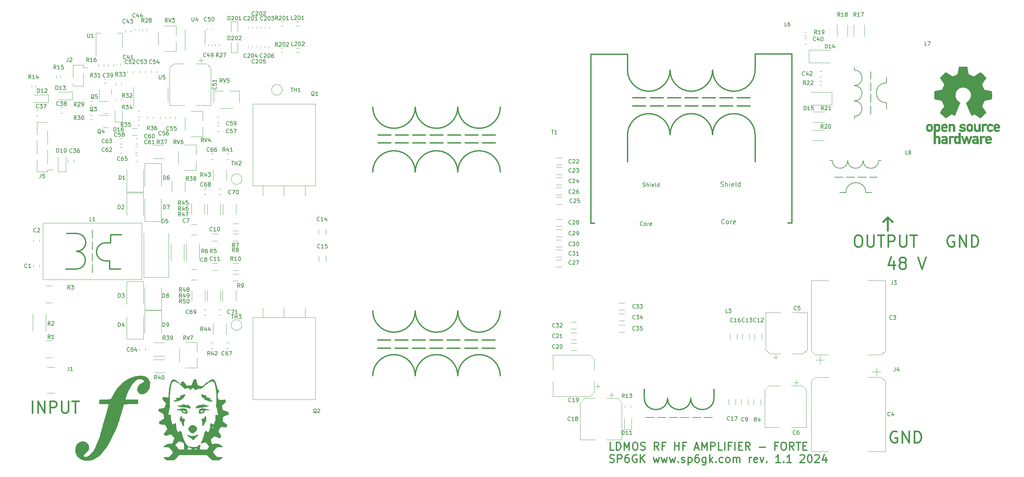
<source format=gbr>
%TF.GenerationSoftware,KiCad,Pcbnew,7.0.10*%
%TF.CreationDate,2024-05-11T12:39:29+02:00*%
%TF.ProjectId,Forte_PA_Deck,466f7274-655f-4504-915f-4465636b2e6b,1.0*%
%TF.SameCoordinates,Original*%
%TF.FileFunction,Legend,Top*%
%TF.FilePolarity,Positive*%
%FSLAX46Y46*%
G04 Gerber Fmt 4.6, Leading zero omitted, Abs format (unit mm)*
G04 Created by KiCad (PCBNEW 7.0.10) date 2024-05-11 12:39:29*
%MOMM*%
%LPD*%
G01*
G04 APERTURE LIST*
%ADD10C,0.500000*%
%ADD11C,0.400000*%
%ADD12C,0.300000*%
%ADD13C,0.150000*%
%ADD14C,0.120000*%
%ADD15C,0.200000*%
%ADD16C,0.010000*%
G04 APERTURE END LIST*
D10*
X250250000Y-87000000D02*
X249000000Y-88250000D01*
X250250000Y-87000000D02*
X251500000Y-88250000D01*
X250250000Y-90500000D02*
X250250000Y-87000000D01*
D11*
X251763157Y-98362057D02*
X251763157Y-100362057D01*
X251048871Y-97219200D02*
X250334585Y-99362057D01*
X250334585Y-99362057D02*
X252191728Y-99362057D01*
X253763157Y-98647771D02*
X253477442Y-98504914D01*
X253477442Y-98504914D02*
X253334585Y-98362057D01*
X253334585Y-98362057D02*
X253191728Y-98076342D01*
X253191728Y-98076342D02*
X253191728Y-97933485D01*
X253191728Y-97933485D02*
X253334585Y-97647771D01*
X253334585Y-97647771D02*
X253477442Y-97504914D01*
X253477442Y-97504914D02*
X253763157Y-97362057D01*
X253763157Y-97362057D02*
X254334585Y-97362057D01*
X254334585Y-97362057D02*
X254620300Y-97504914D01*
X254620300Y-97504914D02*
X254763157Y-97647771D01*
X254763157Y-97647771D02*
X254906014Y-97933485D01*
X254906014Y-97933485D02*
X254906014Y-98076342D01*
X254906014Y-98076342D02*
X254763157Y-98362057D01*
X254763157Y-98362057D02*
X254620300Y-98504914D01*
X254620300Y-98504914D02*
X254334585Y-98647771D01*
X254334585Y-98647771D02*
X253763157Y-98647771D01*
X253763157Y-98647771D02*
X253477442Y-98790628D01*
X253477442Y-98790628D02*
X253334585Y-98933485D01*
X253334585Y-98933485D02*
X253191728Y-99219200D01*
X253191728Y-99219200D02*
X253191728Y-99790628D01*
X253191728Y-99790628D02*
X253334585Y-100076342D01*
X253334585Y-100076342D02*
X253477442Y-100219200D01*
X253477442Y-100219200D02*
X253763157Y-100362057D01*
X253763157Y-100362057D02*
X254334585Y-100362057D01*
X254334585Y-100362057D02*
X254620300Y-100219200D01*
X254620300Y-100219200D02*
X254763157Y-100076342D01*
X254763157Y-100076342D02*
X254906014Y-99790628D01*
X254906014Y-99790628D02*
X254906014Y-99219200D01*
X254906014Y-99219200D02*
X254763157Y-98933485D01*
X254763157Y-98933485D02*
X254620300Y-98790628D01*
X254620300Y-98790628D02*
X254334585Y-98647771D01*
X258048871Y-97362057D02*
X259048871Y-100362057D01*
X259048871Y-100362057D02*
X260048871Y-97362057D01*
X252548871Y-142504914D02*
X252263157Y-142362057D01*
X252263157Y-142362057D02*
X251834585Y-142362057D01*
X251834585Y-142362057D02*
X251406014Y-142504914D01*
X251406014Y-142504914D02*
X251120299Y-142790628D01*
X251120299Y-142790628D02*
X250977442Y-143076342D01*
X250977442Y-143076342D02*
X250834585Y-143647771D01*
X250834585Y-143647771D02*
X250834585Y-144076342D01*
X250834585Y-144076342D02*
X250977442Y-144647771D01*
X250977442Y-144647771D02*
X251120299Y-144933485D01*
X251120299Y-144933485D02*
X251406014Y-145219200D01*
X251406014Y-145219200D02*
X251834585Y-145362057D01*
X251834585Y-145362057D02*
X252120299Y-145362057D01*
X252120299Y-145362057D02*
X252548871Y-145219200D01*
X252548871Y-145219200D02*
X252691728Y-145076342D01*
X252691728Y-145076342D02*
X252691728Y-144076342D01*
X252691728Y-144076342D02*
X252120299Y-144076342D01*
X253977442Y-145362057D02*
X253977442Y-142362057D01*
X253977442Y-142362057D02*
X255691728Y-145362057D01*
X255691728Y-145362057D02*
X255691728Y-142362057D01*
X257120299Y-145362057D02*
X257120299Y-142362057D01*
X257120299Y-142362057D02*
X257834585Y-142362057D01*
X257834585Y-142362057D02*
X258263156Y-142504914D01*
X258263156Y-142504914D02*
X258548871Y-142790628D01*
X258548871Y-142790628D02*
X258691728Y-143076342D01*
X258691728Y-143076342D02*
X258834585Y-143647771D01*
X258834585Y-143647771D02*
X258834585Y-144076342D01*
X258834585Y-144076342D02*
X258691728Y-144647771D01*
X258691728Y-144647771D02*
X258548871Y-144933485D01*
X258548871Y-144933485D02*
X258263156Y-145219200D01*
X258263156Y-145219200D02*
X257834585Y-145362057D01*
X257834585Y-145362057D02*
X257120299Y-145362057D01*
D12*
X179375939Y-147269638D02*
X178423558Y-147269638D01*
X178423558Y-147269638D02*
X178423558Y-145269638D01*
X180042606Y-147269638D02*
X180042606Y-145269638D01*
X180042606Y-145269638D02*
X180518796Y-145269638D01*
X180518796Y-145269638D02*
X180804511Y-145364876D01*
X180804511Y-145364876D02*
X180994987Y-145555352D01*
X180994987Y-145555352D02*
X181090225Y-145745828D01*
X181090225Y-145745828D02*
X181185463Y-146126780D01*
X181185463Y-146126780D02*
X181185463Y-146412495D01*
X181185463Y-146412495D02*
X181090225Y-146793447D01*
X181090225Y-146793447D02*
X180994987Y-146983923D01*
X180994987Y-146983923D02*
X180804511Y-147174400D01*
X180804511Y-147174400D02*
X180518796Y-147269638D01*
X180518796Y-147269638D02*
X180042606Y-147269638D01*
X182042606Y-147269638D02*
X182042606Y-145269638D01*
X182042606Y-145269638D02*
X182709273Y-146698209D01*
X182709273Y-146698209D02*
X183375939Y-145269638D01*
X183375939Y-145269638D02*
X183375939Y-147269638D01*
X184709272Y-145269638D02*
X185090225Y-145269638D01*
X185090225Y-145269638D02*
X185280701Y-145364876D01*
X185280701Y-145364876D02*
X185471177Y-145555352D01*
X185471177Y-145555352D02*
X185566415Y-145936304D01*
X185566415Y-145936304D02*
X185566415Y-146602971D01*
X185566415Y-146602971D02*
X185471177Y-146983923D01*
X185471177Y-146983923D02*
X185280701Y-147174400D01*
X185280701Y-147174400D02*
X185090225Y-147269638D01*
X185090225Y-147269638D02*
X184709272Y-147269638D01*
X184709272Y-147269638D02*
X184518796Y-147174400D01*
X184518796Y-147174400D02*
X184328320Y-146983923D01*
X184328320Y-146983923D02*
X184233082Y-146602971D01*
X184233082Y-146602971D02*
X184233082Y-145936304D01*
X184233082Y-145936304D02*
X184328320Y-145555352D01*
X184328320Y-145555352D02*
X184518796Y-145364876D01*
X184518796Y-145364876D02*
X184709272Y-145269638D01*
X186328320Y-147174400D02*
X186614034Y-147269638D01*
X186614034Y-147269638D02*
X187090225Y-147269638D01*
X187090225Y-147269638D02*
X187280701Y-147174400D01*
X187280701Y-147174400D02*
X187375939Y-147079161D01*
X187375939Y-147079161D02*
X187471177Y-146888685D01*
X187471177Y-146888685D02*
X187471177Y-146698209D01*
X187471177Y-146698209D02*
X187375939Y-146507733D01*
X187375939Y-146507733D02*
X187280701Y-146412495D01*
X187280701Y-146412495D02*
X187090225Y-146317257D01*
X187090225Y-146317257D02*
X186709272Y-146222019D01*
X186709272Y-146222019D02*
X186518796Y-146126780D01*
X186518796Y-146126780D02*
X186423558Y-146031542D01*
X186423558Y-146031542D02*
X186328320Y-145841066D01*
X186328320Y-145841066D02*
X186328320Y-145650590D01*
X186328320Y-145650590D02*
X186423558Y-145460114D01*
X186423558Y-145460114D02*
X186518796Y-145364876D01*
X186518796Y-145364876D02*
X186709272Y-145269638D01*
X186709272Y-145269638D02*
X187185463Y-145269638D01*
X187185463Y-145269638D02*
X187471177Y-145364876D01*
X190994987Y-147269638D02*
X190328320Y-146317257D01*
X189852130Y-147269638D02*
X189852130Y-145269638D01*
X189852130Y-145269638D02*
X190614035Y-145269638D01*
X190614035Y-145269638D02*
X190804511Y-145364876D01*
X190804511Y-145364876D02*
X190899749Y-145460114D01*
X190899749Y-145460114D02*
X190994987Y-145650590D01*
X190994987Y-145650590D02*
X190994987Y-145936304D01*
X190994987Y-145936304D02*
X190899749Y-146126780D01*
X190899749Y-146126780D02*
X190804511Y-146222019D01*
X190804511Y-146222019D02*
X190614035Y-146317257D01*
X190614035Y-146317257D02*
X189852130Y-146317257D01*
X192518797Y-146222019D02*
X191852130Y-146222019D01*
X191852130Y-147269638D02*
X191852130Y-145269638D01*
X191852130Y-145269638D02*
X192804511Y-145269638D01*
X195090226Y-147269638D02*
X195090226Y-145269638D01*
X195090226Y-146222019D02*
X196233083Y-146222019D01*
X196233083Y-147269638D02*
X196233083Y-145269638D01*
X197852131Y-146222019D02*
X197185464Y-146222019D01*
X197185464Y-147269638D02*
X197185464Y-145269638D01*
X197185464Y-145269638D02*
X198137845Y-145269638D01*
X200328322Y-146698209D02*
X201280703Y-146698209D01*
X200137846Y-147269638D02*
X200804512Y-145269638D01*
X200804512Y-145269638D02*
X201471179Y-147269638D01*
X202137846Y-147269638D02*
X202137846Y-145269638D01*
X202137846Y-145269638D02*
X202804513Y-146698209D01*
X202804513Y-146698209D02*
X203471179Y-145269638D01*
X203471179Y-145269638D02*
X203471179Y-147269638D01*
X204423560Y-147269638D02*
X204423560Y-145269638D01*
X204423560Y-145269638D02*
X205185465Y-145269638D01*
X205185465Y-145269638D02*
X205375941Y-145364876D01*
X205375941Y-145364876D02*
X205471179Y-145460114D01*
X205471179Y-145460114D02*
X205566417Y-145650590D01*
X205566417Y-145650590D02*
X205566417Y-145936304D01*
X205566417Y-145936304D02*
X205471179Y-146126780D01*
X205471179Y-146126780D02*
X205375941Y-146222019D01*
X205375941Y-146222019D02*
X205185465Y-146317257D01*
X205185465Y-146317257D02*
X204423560Y-146317257D01*
X207375941Y-147269638D02*
X206423560Y-147269638D01*
X206423560Y-147269638D02*
X206423560Y-145269638D01*
X208042608Y-147269638D02*
X208042608Y-145269638D01*
X209661656Y-146222019D02*
X208994989Y-146222019D01*
X208994989Y-147269638D02*
X208994989Y-145269638D01*
X208994989Y-145269638D02*
X209947370Y-145269638D01*
X210709275Y-147269638D02*
X210709275Y-145269638D01*
X211661656Y-146222019D02*
X212328323Y-146222019D01*
X212614037Y-147269638D02*
X211661656Y-147269638D01*
X211661656Y-147269638D02*
X211661656Y-145269638D01*
X211661656Y-145269638D02*
X212614037Y-145269638D01*
X214614037Y-147269638D02*
X213947370Y-146317257D01*
X213471180Y-147269638D02*
X213471180Y-145269638D01*
X213471180Y-145269638D02*
X214233085Y-145269638D01*
X214233085Y-145269638D02*
X214423561Y-145364876D01*
X214423561Y-145364876D02*
X214518799Y-145460114D01*
X214518799Y-145460114D02*
X214614037Y-145650590D01*
X214614037Y-145650590D02*
X214614037Y-145936304D01*
X214614037Y-145936304D02*
X214518799Y-146126780D01*
X214518799Y-146126780D02*
X214423561Y-146222019D01*
X214423561Y-146222019D02*
X214233085Y-146317257D01*
X214233085Y-146317257D02*
X213471180Y-146317257D01*
X216994990Y-146507733D02*
X218518800Y-146507733D01*
X221661657Y-146222019D02*
X220994990Y-146222019D01*
X220994990Y-147269638D02*
X220994990Y-145269638D01*
X220994990Y-145269638D02*
X221947371Y-145269638D01*
X223090228Y-145269638D02*
X223471181Y-145269638D01*
X223471181Y-145269638D02*
X223661657Y-145364876D01*
X223661657Y-145364876D02*
X223852133Y-145555352D01*
X223852133Y-145555352D02*
X223947371Y-145936304D01*
X223947371Y-145936304D02*
X223947371Y-146602971D01*
X223947371Y-146602971D02*
X223852133Y-146983923D01*
X223852133Y-146983923D02*
X223661657Y-147174400D01*
X223661657Y-147174400D02*
X223471181Y-147269638D01*
X223471181Y-147269638D02*
X223090228Y-147269638D01*
X223090228Y-147269638D02*
X222899752Y-147174400D01*
X222899752Y-147174400D02*
X222709276Y-146983923D01*
X222709276Y-146983923D02*
X222614038Y-146602971D01*
X222614038Y-146602971D02*
X222614038Y-145936304D01*
X222614038Y-145936304D02*
X222709276Y-145555352D01*
X222709276Y-145555352D02*
X222899752Y-145364876D01*
X222899752Y-145364876D02*
X223090228Y-145269638D01*
X225947371Y-147269638D02*
X225280704Y-146317257D01*
X224804514Y-147269638D02*
X224804514Y-145269638D01*
X224804514Y-145269638D02*
X225566419Y-145269638D01*
X225566419Y-145269638D02*
X225756895Y-145364876D01*
X225756895Y-145364876D02*
X225852133Y-145460114D01*
X225852133Y-145460114D02*
X225947371Y-145650590D01*
X225947371Y-145650590D02*
X225947371Y-145936304D01*
X225947371Y-145936304D02*
X225852133Y-146126780D01*
X225852133Y-146126780D02*
X225756895Y-146222019D01*
X225756895Y-146222019D02*
X225566419Y-146317257D01*
X225566419Y-146317257D02*
X224804514Y-146317257D01*
X226518800Y-145269638D02*
X227661657Y-145269638D01*
X227090228Y-147269638D02*
X227090228Y-145269638D01*
X228328324Y-146222019D02*
X228994991Y-146222019D01*
X229280705Y-147269638D02*
X228328324Y-147269638D01*
X228328324Y-147269638D02*
X228328324Y-145269638D01*
X228328324Y-145269638D02*
X229280705Y-145269638D01*
X178328320Y-150394400D02*
X178614034Y-150489638D01*
X178614034Y-150489638D02*
X179090225Y-150489638D01*
X179090225Y-150489638D02*
X179280701Y-150394400D01*
X179280701Y-150394400D02*
X179375939Y-150299161D01*
X179375939Y-150299161D02*
X179471177Y-150108685D01*
X179471177Y-150108685D02*
X179471177Y-149918209D01*
X179471177Y-149918209D02*
X179375939Y-149727733D01*
X179375939Y-149727733D02*
X179280701Y-149632495D01*
X179280701Y-149632495D02*
X179090225Y-149537257D01*
X179090225Y-149537257D02*
X178709272Y-149442019D01*
X178709272Y-149442019D02*
X178518796Y-149346780D01*
X178518796Y-149346780D02*
X178423558Y-149251542D01*
X178423558Y-149251542D02*
X178328320Y-149061066D01*
X178328320Y-149061066D02*
X178328320Y-148870590D01*
X178328320Y-148870590D02*
X178423558Y-148680114D01*
X178423558Y-148680114D02*
X178518796Y-148584876D01*
X178518796Y-148584876D02*
X178709272Y-148489638D01*
X178709272Y-148489638D02*
X179185463Y-148489638D01*
X179185463Y-148489638D02*
X179471177Y-148584876D01*
X180328320Y-150489638D02*
X180328320Y-148489638D01*
X180328320Y-148489638D02*
X181090225Y-148489638D01*
X181090225Y-148489638D02*
X181280701Y-148584876D01*
X181280701Y-148584876D02*
X181375939Y-148680114D01*
X181375939Y-148680114D02*
X181471177Y-148870590D01*
X181471177Y-148870590D02*
X181471177Y-149156304D01*
X181471177Y-149156304D02*
X181375939Y-149346780D01*
X181375939Y-149346780D02*
X181280701Y-149442019D01*
X181280701Y-149442019D02*
X181090225Y-149537257D01*
X181090225Y-149537257D02*
X180328320Y-149537257D01*
X183185463Y-148489638D02*
X182804510Y-148489638D01*
X182804510Y-148489638D02*
X182614034Y-148584876D01*
X182614034Y-148584876D02*
X182518796Y-148680114D01*
X182518796Y-148680114D02*
X182328320Y-148965828D01*
X182328320Y-148965828D02*
X182233082Y-149346780D01*
X182233082Y-149346780D02*
X182233082Y-150108685D01*
X182233082Y-150108685D02*
X182328320Y-150299161D01*
X182328320Y-150299161D02*
X182423558Y-150394400D01*
X182423558Y-150394400D02*
X182614034Y-150489638D01*
X182614034Y-150489638D02*
X182994987Y-150489638D01*
X182994987Y-150489638D02*
X183185463Y-150394400D01*
X183185463Y-150394400D02*
X183280701Y-150299161D01*
X183280701Y-150299161D02*
X183375939Y-150108685D01*
X183375939Y-150108685D02*
X183375939Y-149632495D01*
X183375939Y-149632495D02*
X183280701Y-149442019D01*
X183280701Y-149442019D02*
X183185463Y-149346780D01*
X183185463Y-149346780D02*
X182994987Y-149251542D01*
X182994987Y-149251542D02*
X182614034Y-149251542D01*
X182614034Y-149251542D02*
X182423558Y-149346780D01*
X182423558Y-149346780D02*
X182328320Y-149442019D01*
X182328320Y-149442019D02*
X182233082Y-149632495D01*
X185280701Y-148584876D02*
X185090225Y-148489638D01*
X185090225Y-148489638D02*
X184804511Y-148489638D01*
X184804511Y-148489638D02*
X184518796Y-148584876D01*
X184518796Y-148584876D02*
X184328320Y-148775352D01*
X184328320Y-148775352D02*
X184233082Y-148965828D01*
X184233082Y-148965828D02*
X184137844Y-149346780D01*
X184137844Y-149346780D02*
X184137844Y-149632495D01*
X184137844Y-149632495D02*
X184233082Y-150013447D01*
X184233082Y-150013447D02*
X184328320Y-150203923D01*
X184328320Y-150203923D02*
X184518796Y-150394400D01*
X184518796Y-150394400D02*
X184804511Y-150489638D01*
X184804511Y-150489638D02*
X184994987Y-150489638D01*
X184994987Y-150489638D02*
X185280701Y-150394400D01*
X185280701Y-150394400D02*
X185375939Y-150299161D01*
X185375939Y-150299161D02*
X185375939Y-149632495D01*
X185375939Y-149632495D02*
X184994987Y-149632495D01*
X186233082Y-150489638D02*
X186233082Y-148489638D01*
X187375939Y-150489638D02*
X186518796Y-149346780D01*
X187375939Y-148489638D02*
X186233082Y-149632495D01*
X189566416Y-149156304D02*
X189947368Y-150489638D01*
X189947368Y-150489638D02*
X190328321Y-149537257D01*
X190328321Y-149537257D02*
X190709273Y-150489638D01*
X190709273Y-150489638D02*
X191090225Y-149156304D01*
X191661654Y-149156304D02*
X192042606Y-150489638D01*
X192042606Y-150489638D02*
X192423559Y-149537257D01*
X192423559Y-149537257D02*
X192804511Y-150489638D01*
X192804511Y-150489638D02*
X193185463Y-149156304D01*
X193756892Y-149156304D02*
X194137844Y-150489638D01*
X194137844Y-150489638D02*
X194518797Y-149537257D01*
X194518797Y-149537257D02*
X194899749Y-150489638D01*
X194899749Y-150489638D02*
X195280701Y-149156304D01*
X196042606Y-150299161D02*
X196137844Y-150394400D01*
X196137844Y-150394400D02*
X196042606Y-150489638D01*
X196042606Y-150489638D02*
X195947368Y-150394400D01*
X195947368Y-150394400D02*
X196042606Y-150299161D01*
X196042606Y-150299161D02*
X196042606Y-150489638D01*
X196899749Y-150394400D02*
X197090225Y-150489638D01*
X197090225Y-150489638D02*
X197471177Y-150489638D01*
X197471177Y-150489638D02*
X197661654Y-150394400D01*
X197661654Y-150394400D02*
X197756892Y-150203923D01*
X197756892Y-150203923D02*
X197756892Y-150108685D01*
X197756892Y-150108685D02*
X197661654Y-149918209D01*
X197661654Y-149918209D02*
X197471177Y-149822971D01*
X197471177Y-149822971D02*
X197185463Y-149822971D01*
X197185463Y-149822971D02*
X196994987Y-149727733D01*
X196994987Y-149727733D02*
X196899749Y-149537257D01*
X196899749Y-149537257D02*
X196899749Y-149442019D01*
X196899749Y-149442019D02*
X196994987Y-149251542D01*
X196994987Y-149251542D02*
X197185463Y-149156304D01*
X197185463Y-149156304D02*
X197471177Y-149156304D01*
X197471177Y-149156304D02*
X197661654Y-149251542D01*
X198614035Y-149156304D02*
X198614035Y-151156304D01*
X198614035Y-149251542D02*
X198804511Y-149156304D01*
X198804511Y-149156304D02*
X199185464Y-149156304D01*
X199185464Y-149156304D02*
X199375940Y-149251542D01*
X199375940Y-149251542D02*
X199471178Y-149346780D01*
X199471178Y-149346780D02*
X199566416Y-149537257D01*
X199566416Y-149537257D02*
X199566416Y-150108685D01*
X199566416Y-150108685D02*
X199471178Y-150299161D01*
X199471178Y-150299161D02*
X199375940Y-150394400D01*
X199375940Y-150394400D02*
X199185464Y-150489638D01*
X199185464Y-150489638D02*
X198804511Y-150489638D01*
X198804511Y-150489638D02*
X198614035Y-150394400D01*
X201280702Y-148489638D02*
X200899749Y-148489638D01*
X200899749Y-148489638D02*
X200709273Y-148584876D01*
X200709273Y-148584876D02*
X200614035Y-148680114D01*
X200614035Y-148680114D02*
X200423559Y-148965828D01*
X200423559Y-148965828D02*
X200328321Y-149346780D01*
X200328321Y-149346780D02*
X200328321Y-150108685D01*
X200328321Y-150108685D02*
X200423559Y-150299161D01*
X200423559Y-150299161D02*
X200518797Y-150394400D01*
X200518797Y-150394400D02*
X200709273Y-150489638D01*
X200709273Y-150489638D02*
X201090226Y-150489638D01*
X201090226Y-150489638D02*
X201280702Y-150394400D01*
X201280702Y-150394400D02*
X201375940Y-150299161D01*
X201375940Y-150299161D02*
X201471178Y-150108685D01*
X201471178Y-150108685D02*
X201471178Y-149632495D01*
X201471178Y-149632495D02*
X201375940Y-149442019D01*
X201375940Y-149442019D02*
X201280702Y-149346780D01*
X201280702Y-149346780D02*
X201090226Y-149251542D01*
X201090226Y-149251542D02*
X200709273Y-149251542D01*
X200709273Y-149251542D02*
X200518797Y-149346780D01*
X200518797Y-149346780D02*
X200423559Y-149442019D01*
X200423559Y-149442019D02*
X200328321Y-149632495D01*
X203185464Y-149156304D02*
X203185464Y-150775352D01*
X203185464Y-150775352D02*
X203090226Y-150965828D01*
X203090226Y-150965828D02*
X202994988Y-151061066D01*
X202994988Y-151061066D02*
X202804511Y-151156304D01*
X202804511Y-151156304D02*
X202518797Y-151156304D01*
X202518797Y-151156304D02*
X202328321Y-151061066D01*
X203185464Y-150394400D02*
X202994988Y-150489638D01*
X202994988Y-150489638D02*
X202614035Y-150489638D01*
X202614035Y-150489638D02*
X202423559Y-150394400D01*
X202423559Y-150394400D02*
X202328321Y-150299161D01*
X202328321Y-150299161D02*
X202233083Y-150108685D01*
X202233083Y-150108685D02*
X202233083Y-149537257D01*
X202233083Y-149537257D02*
X202328321Y-149346780D01*
X202328321Y-149346780D02*
X202423559Y-149251542D01*
X202423559Y-149251542D02*
X202614035Y-149156304D01*
X202614035Y-149156304D02*
X202994988Y-149156304D01*
X202994988Y-149156304D02*
X203185464Y-149251542D01*
X204137845Y-150489638D02*
X204137845Y-148489638D01*
X204328321Y-149727733D02*
X204899750Y-150489638D01*
X204899750Y-149156304D02*
X204137845Y-149918209D01*
X205756893Y-150299161D02*
X205852131Y-150394400D01*
X205852131Y-150394400D02*
X205756893Y-150489638D01*
X205756893Y-150489638D02*
X205661655Y-150394400D01*
X205661655Y-150394400D02*
X205756893Y-150299161D01*
X205756893Y-150299161D02*
X205756893Y-150489638D01*
X207566417Y-150394400D02*
X207375941Y-150489638D01*
X207375941Y-150489638D02*
X206994988Y-150489638D01*
X206994988Y-150489638D02*
X206804512Y-150394400D01*
X206804512Y-150394400D02*
X206709274Y-150299161D01*
X206709274Y-150299161D02*
X206614036Y-150108685D01*
X206614036Y-150108685D02*
X206614036Y-149537257D01*
X206614036Y-149537257D02*
X206709274Y-149346780D01*
X206709274Y-149346780D02*
X206804512Y-149251542D01*
X206804512Y-149251542D02*
X206994988Y-149156304D01*
X206994988Y-149156304D02*
X207375941Y-149156304D01*
X207375941Y-149156304D02*
X207566417Y-149251542D01*
X208709274Y-150489638D02*
X208518798Y-150394400D01*
X208518798Y-150394400D02*
X208423560Y-150299161D01*
X208423560Y-150299161D02*
X208328322Y-150108685D01*
X208328322Y-150108685D02*
X208328322Y-149537257D01*
X208328322Y-149537257D02*
X208423560Y-149346780D01*
X208423560Y-149346780D02*
X208518798Y-149251542D01*
X208518798Y-149251542D02*
X208709274Y-149156304D01*
X208709274Y-149156304D02*
X208994989Y-149156304D01*
X208994989Y-149156304D02*
X209185465Y-149251542D01*
X209185465Y-149251542D02*
X209280703Y-149346780D01*
X209280703Y-149346780D02*
X209375941Y-149537257D01*
X209375941Y-149537257D02*
X209375941Y-150108685D01*
X209375941Y-150108685D02*
X209280703Y-150299161D01*
X209280703Y-150299161D02*
X209185465Y-150394400D01*
X209185465Y-150394400D02*
X208994989Y-150489638D01*
X208994989Y-150489638D02*
X208709274Y-150489638D01*
X210233084Y-150489638D02*
X210233084Y-149156304D01*
X210233084Y-149346780D02*
X210328322Y-149251542D01*
X210328322Y-149251542D02*
X210518798Y-149156304D01*
X210518798Y-149156304D02*
X210804513Y-149156304D01*
X210804513Y-149156304D02*
X210994989Y-149251542D01*
X210994989Y-149251542D02*
X211090227Y-149442019D01*
X211090227Y-149442019D02*
X211090227Y-150489638D01*
X211090227Y-149442019D02*
X211185465Y-149251542D01*
X211185465Y-149251542D02*
X211375941Y-149156304D01*
X211375941Y-149156304D02*
X211661655Y-149156304D01*
X211661655Y-149156304D02*
X211852132Y-149251542D01*
X211852132Y-149251542D02*
X211947370Y-149442019D01*
X211947370Y-149442019D02*
X211947370Y-150489638D01*
X214423561Y-150489638D02*
X214423561Y-149156304D01*
X214423561Y-149537257D02*
X214518799Y-149346780D01*
X214518799Y-149346780D02*
X214614037Y-149251542D01*
X214614037Y-149251542D02*
X214804513Y-149156304D01*
X214804513Y-149156304D02*
X214994990Y-149156304D01*
X216423561Y-150394400D02*
X216233085Y-150489638D01*
X216233085Y-150489638D02*
X215852132Y-150489638D01*
X215852132Y-150489638D02*
X215661656Y-150394400D01*
X215661656Y-150394400D02*
X215566418Y-150203923D01*
X215566418Y-150203923D02*
X215566418Y-149442019D01*
X215566418Y-149442019D02*
X215661656Y-149251542D01*
X215661656Y-149251542D02*
X215852132Y-149156304D01*
X215852132Y-149156304D02*
X216233085Y-149156304D01*
X216233085Y-149156304D02*
X216423561Y-149251542D01*
X216423561Y-149251542D02*
X216518799Y-149442019D01*
X216518799Y-149442019D02*
X216518799Y-149632495D01*
X216518799Y-149632495D02*
X215566418Y-149822971D01*
X217185466Y-149156304D02*
X217661656Y-150489638D01*
X217661656Y-150489638D02*
X218137847Y-149156304D01*
X218899752Y-150299161D02*
X218994990Y-150394400D01*
X218994990Y-150394400D02*
X218899752Y-150489638D01*
X218899752Y-150489638D02*
X218804514Y-150394400D01*
X218804514Y-150394400D02*
X218899752Y-150299161D01*
X218899752Y-150299161D02*
X218899752Y-150489638D01*
X222423562Y-150489638D02*
X221280705Y-150489638D01*
X221852133Y-150489638D02*
X221852133Y-148489638D01*
X221852133Y-148489638D02*
X221661657Y-148775352D01*
X221661657Y-148775352D02*
X221471181Y-148965828D01*
X221471181Y-148965828D02*
X221280705Y-149061066D01*
X223280705Y-150299161D02*
X223375943Y-150394400D01*
X223375943Y-150394400D02*
X223280705Y-150489638D01*
X223280705Y-150489638D02*
X223185467Y-150394400D01*
X223185467Y-150394400D02*
X223280705Y-150299161D01*
X223280705Y-150299161D02*
X223280705Y-150489638D01*
X225280705Y-150489638D02*
X224137848Y-150489638D01*
X224709276Y-150489638D02*
X224709276Y-148489638D01*
X224709276Y-148489638D02*
X224518800Y-148775352D01*
X224518800Y-148775352D02*
X224328324Y-148965828D01*
X224328324Y-148965828D02*
X224137848Y-149061066D01*
X227566420Y-148680114D02*
X227661658Y-148584876D01*
X227661658Y-148584876D02*
X227852134Y-148489638D01*
X227852134Y-148489638D02*
X228328325Y-148489638D01*
X228328325Y-148489638D02*
X228518801Y-148584876D01*
X228518801Y-148584876D02*
X228614039Y-148680114D01*
X228614039Y-148680114D02*
X228709277Y-148870590D01*
X228709277Y-148870590D02*
X228709277Y-149061066D01*
X228709277Y-149061066D02*
X228614039Y-149346780D01*
X228614039Y-149346780D02*
X227471182Y-150489638D01*
X227471182Y-150489638D02*
X228709277Y-150489638D01*
X229947372Y-148489638D02*
X230137849Y-148489638D01*
X230137849Y-148489638D02*
X230328325Y-148584876D01*
X230328325Y-148584876D02*
X230423563Y-148680114D01*
X230423563Y-148680114D02*
X230518801Y-148870590D01*
X230518801Y-148870590D02*
X230614039Y-149251542D01*
X230614039Y-149251542D02*
X230614039Y-149727733D01*
X230614039Y-149727733D02*
X230518801Y-150108685D01*
X230518801Y-150108685D02*
X230423563Y-150299161D01*
X230423563Y-150299161D02*
X230328325Y-150394400D01*
X230328325Y-150394400D02*
X230137849Y-150489638D01*
X230137849Y-150489638D02*
X229947372Y-150489638D01*
X229947372Y-150489638D02*
X229756896Y-150394400D01*
X229756896Y-150394400D02*
X229661658Y-150299161D01*
X229661658Y-150299161D02*
X229566420Y-150108685D01*
X229566420Y-150108685D02*
X229471182Y-149727733D01*
X229471182Y-149727733D02*
X229471182Y-149251542D01*
X229471182Y-149251542D02*
X229566420Y-148870590D01*
X229566420Y-148870590D02*
X229661658Y-148680114D01*
X229661658Y-148680114D02*
X229756896Y-148584876D01*
X229756896Y-148584876D02*
X229947372Y-148489638D01*
X231375944Y-148680114D02*
X231471182Y-148584876D01*
X231471182Y-148584876D02*
X231661658Y-148489638D01*
X231661658Y-148489638D02*
X232137849Y-148489638D01*
X232137849Y-148489638D02*
X232328325Y-148584876D01*
X232328325Y-148584876D02*
X232423563Y-148680114D01*
X232423563Y-148680114D02*
X232518801Y-148870590D01*
X232518801Y-148870590D02*
X232518801Y-149061066D01*
X232518801Y-149061066D02*
X232423563Y-149346780D01*
X232423563Y-149346780D02*
X231280706Y-150489638D01*
X231280706Y-150489638D02*
X232518801Y-150489638D01*
X234233087Y-149156304D02*
X234233087Y-150489638D01*
X233756896Y-148394400D02*
X233280706Y-149822971D01*
X233280706Y-149822971D02*
X234518801Y-149822971D01*
D11*
X28977442Y-137612057D02*
X28977442Y-134612057D01*
X30406013Y-137612057D02*
X30406013Y-134612057D01*
X30406013Y-134612057D02*
X32120299Y-137612057D01*
X32120299Y-137612057D02*
X32120299Y-134612057D01*
X33548870Y-137612057D02*
X33548870Y-134612057D01*
X33548870Y-134612057D02*
X34691727Y-134612057D01*
X34691727Y-134612057D02*
X34977442Y-134754914D01*
X34977442Y-134754914D02*
X35120299Y-134897771D01*
X35120299Y-134897771D02*
X35263156Y-135183485D01*
X35263156Y-135183485D02*
X35263156Y-135612057D01*
X35263156Y-135612057D02*
X35120299Y-135897771D01*
X35120299Y-135897771D02*
X34977442Y-136040628D01*
X34977442Y-136040628D02*
X34691727Y-136183485D01*
X34691727Y-136183485D02*
X33548870Y-136183485D01*
X36548870Y-134612057D02*
X36548870Y-137040628D01*
X36548870Y-137040628D02*
X36691727Y-137326342D01*
X36691727Y-137326342D02*
X36834585Y-137469200D01*
X36834585Y-137469200D02*
X37120299Y-137612057D01*
X37120299Y-137612057D02*
X37691727Y-137612057D01*
X37691727Y-137612057D02*
X37977442Y-137469200D01*
X37977442Y-137469200D02*
X38120299Y-137326342D01*
X38120299Y-137326342D02*
X38263156Y-137040628D01*
X38263156Y-137040628D02*
X38263156Y-134612057D01*
X39263156Y-134612057D02*
X40977442Y-134612057D01*
X40120299Y-137612057D02*
X40120299Y-134612057D01*
X267298871Y-91754914D02*
X267013157Y-91612057D01*
X267013157Y-91612057D02*
X266584585Y-91612057D01*
X266584585Y-91612057D02*
X266156014Y-91754914D01*
X266156014Y-91754914D02*
X265870299Y-92040628D01*
X265870299Y-92040628D02*
X265727442Y-92326342D01*
X265727442Y-92326342D02*
X265584585Y-92897771D01*
X265584585Y-92897771D02*
X265584585Y-93326342D01*
X265584585Y-93326342D02*
X265727442Y-93897771D01*
X265727442Y-93897771D02*
X265870299Y-94183485D01*
X265870299Y-94183485D02*
X266156014Y-94469200D01*
X266156014Y-94469200D02*
X266584585Y-94612057D01*
X266584585Y-94612057D02*
X266870299Y-94612057D01*
X266870299Y-94612057D02*
X267298871Y-94469200D01*
X267298871Y-94469200D02*
X267441728Y-94326342D01*
X267441728Y-94326342D02*
X267441728Y-93326342D01*
X267441728Y-93326342D02*
X266870299Y-93326342D01*
X268727442Y-94612057D02*
X268727442Y-91612057D01*
X268727442Y-91612057D02*
X270441728Y-94612057D01*
X270441728Y-94612057D02*
X270441728Y-91612057D01*
X271870299Y-94612057D02*
X271870299Y-91612057D01*
X271870299Y-91612057D02*
X272584585Y-91612057D01*
X272584585Y-91612057D02*
X273013156Y-91754914D01*
X273013156Y-91754914D02*
X273298871Y-92040628D01*
X273298871Y-92040628D02*
X273441728Y-92326342D01*
X273441728Y-92326342D02*
X273584585Y-92897771D01*
X273584585Y-92897771D02*
X273584585Y-93326342D01*
X273584585Y-93326342D02*
X273441728Y-93897771D01*
X273441728Y-93897771D02*
X273298871Y-94183485D01*
X273298871Y-94183485D02*
X273013156Y-94469200D01*
X273013156Y-94469200D02*
X272584585Y-94612057D01*
X272584585Y-94612057D02*
X271870299Y-94612057D01*
X242298871Y-91612057D02*
X242870299Y-91612057D01*
X242870299Y-91612057D02*
X243156014Y-91754914D01*
X243156014Y-91754914D02*
X243441728Y-92040628D01*
X243441728Y-92040628D02*
X243584585Y-92612057D01*
X243584585Y-92612057D02*
X243584585Y-93612057D01*
X243584585Y-93612057D02*
X243441728Y-94183485D01*
X243441728Y-94183485D02*
X243156014Y-94469200D01*
X243156014Y-94469200D02*
X242870299Y-94612057D01*
X242870299Y-94612057D02*
X242298871Y-94612057D01*
X242298871Y-94612057D02*
X242013157Y-94469200D01*
X242013157Y-94469200D02*
X241727442Y-94183485D01*
X241727442Y-94183485D02*
X241584585Y-93612057D01*
X241584585Y-93612057D02*
X241584585Y-92612057D01*
X241584585Y-92612057D02*
X241727442Y-92040628D01*
X241727442Y-92040628D02*
X242013157Y-91754914D01*
X242013157Y-91754914D02*
X242298871Y-91612057D01*
X244870299Y-91612057D02*
X244870299Y-94040628D01*
X244870299Y-94040628D02*
X245013156Y-94326342D01*
X245013156Y-94326342D02*
X245156014Y-94469200D01*
X245156014Y-94469200D02*
X245441728Y-94612057D01*
X245441728Y-94612057D02*
X246013156Y-94612057D01*
X246013156Y-94612057D02*
X246298871Y-94469200D01*
X246298871Y-94469200D02*
X246441728Y-94326342D01*
X246441728Y-94326342D02*
X246584585Y-94040628D01*
X246584585Y-94040628D02*
X246584585Y-91612057D01*
X247584585Y-91612057D02*
X249298871Y-91612057D01*
X248441728Y-94612057D02*
X248441728Y-91612057D01*
X250298870Y-94612057D02*
X250298870Y-91612057D01*
X250298870Y-91612057D02*
X251441727Y-91612057D01*
X251441727Y-91612057D02*
X251727442Y-91754914D01*
X251727442Y-91754914D02*
X251870299Y-91897771D01*
X251870299Y-91897771D02*
X252013156Y-92183485D01*
X252013156Y-92183485D02*
X252013156Y-92612057D01*
X252013156Y-92612057D02*
X251870299Y-92897771D01*
X251870299Y-92897771D02*
X251727442Y-93040628D01*
X251727442Y-93040628D02*
X251441727Y-93183485D01*
X251441727Y-93183485D02*
X250298870Y-93183485D01*
X253298870Y-91612057D02*
X253298870Y-94040628D01*
X253298870Y-94040628D02*
X253441727Y-94326342D01*
X253441727Y-94326342D02*
X253584585Y-94469200D01*
X253584585Y-94469200D02*
X253870299Y-94612057D01*
X253870299Y-94612057D02*
X254441727Y-94612057D01*
X254441727Y-94612057D02*
X254727442Y-94469200D01*
X254727442Y-94469200D02*
X254870299Y-94326342D01*
X254870299Y-94326342D02*
X255013156Y-94040628D01*
X255013156Y-94040628D02*
X255013156Y-91612057D01*
X256013156Y-91612057D02*
X257727442Y-91612057D01*
X256870299Y-94612057D02*
X256870299Y-91612057D01*
D13*
X62911905Y-84804819D02*
X62911905Y-83804819D01*
X62911905Y-83804819D02*
X63150000Y-83804819D01*
X63150000Y-83804819D02*
X63292857Y-83852438D01*
X63292857Y-83852438D02*
X63388095Y-83947676D01*
X63388095Y-83947676D02*
X63435714Y-84042914D01*
X63435714Y-84042914D02*
X63483333Y-84233390D01*
X63483333Y-84233390D02*
X63483333Y-84376247D01*
X63483333Y-84376247D02*
X63435714Y-84566723D01*
X63435714Y-84566723D02*
X63388095Y-84661961D01*
X63388095Y-84661961D02*
X63292857Y-84757200D01*
X63292857Y-84757200D02*
X63150000Y-84804819D01*
X63150000Y-84804819D02*
X62911905Y-84804819D01*
X63816667Y-83804819D02*
X64483333Y-83804819D01*
X64483333Y-83804819D02*
X64054762Y-84804819D01*
X78857142Y-69929819D02*
X78523809Y-69453628D01*
X78285714Y-69929819D02*
X78285714Y-68929819D01*
X78285714Y-68929819D02*
X78666666Y-68929819D01*
X78666666Y-68929819D02*
X78761904Y-68977438D01*
X78761904Y-68977438D02*
X78809523Y-69025057D01*
X78809523Y-69025057D02*
X78857142Y-69120295D01*
X78857142Y-69120295D02*
X78857142Y-69263152D01*
X78857142Y-69263152D02*
X78809523Y-69358390D01*
X78809523Y-69358390D02*
X78761904Y-69406009D01*
X78761904Y-69406009D02*
X78666666Y-69453628D01*
X78666666Y-69453628D02*
X78285714Y-69453628D01*
X79714285Y-69263152D02*
X79714285Y-69929819D01*
X79476190Y-68882200D02*
X79238095Y-69596485D01*
X79238095Y-69596485D02*
X79857142Y-69596485D01*
X80761904Y-69929819D02*
X80190476Y-69929819D01*
X80476190Y-69929819D02*
X80476190Y-68929819D01*
X80476190Y-68929819D02*
X80380952Y-69072676D01*
X80380952Y-69072676D02*
X80285714Y-69167914D01*
X80285714Y-69167914D02*
X80190476Y-69215533D01*
X79564124Y-35913219D02*
X79564124Y-34913219D01*
X79564124Y-34913219D02*
X79802219Y-34913219D01*
X79802219Y-34913219D02*
X79945076Y-34960838D01*
X79945076Y-34960838D02*
X80040314Y-35056076D01*
X80040314Y-35056076D02*
X80087933Y-35151314D01*
X80087933Y-35151314D02*
X80135552Y-35341790D01*
X80135552Y-35341790D02*
X80135552Y-35484647D01*
X80135552Y-35484647D02*
X80087933Y-35675123D01*
X80087933Y-35675123D02*
X80040314Y-35770361D01*
X80040314Y-35770361D02*
X79945076Y-35865600D01*
X79945076Y-35865600D02*
X79802219Y-35913219D01*
X79802219Y-35913219D02*
X79564124Y-35913219D01*
X80516505Y-35008457D02*
X80564124Y-34960838D01*
X80564124Y-34960838D02*
X80659362Y-34913219D01*
X80659362Y-34913219D02*
X80897457Y-34913219D01*
X80897457Y-34913219D02*
X80992695Y-34960838D01*
X80992695Y-34960838D02*
X81040314Y-35008457D01*
X81040314Y-35008457D02*
X81087933Y-35103695D01*
X81087933Y-35103695D02*
X81087933Y-35198933D01*
X81087933Y-35198933D02*
X81040314Y-35341790D01*
X81040314Y-35341790D02*
X80468886Y-35913219D01*
X80468886Y-35913219D02*
X81087933Y-35913219D01*
X81706981Y-34913219D02*
X81802219Y-34913219D01*
X81802219Y-34913219D02*
X81897457Y-34960838D01*
X81897457Y-34960838D02*
X81945076Y-35008457D01*
X81945076Y-35008457D02*
X81992695Y-35103695D01*
X81992695Y-35103695D02*
X82040314Y-35294171D01*
X82040314Y-35294171D02*
X82040314Y-35532266D01*
X82040314Y-35532266D02*
X81992695Y-35722742D01*
X81992695Y-35722742D02*
X81945076Y-35817980D01*
X81945076Y-35817980D02*
X81897457Y-35865600D01*
X81897457Y-35865600D02*
X81802219Y-35913219D01*
X81802219Y-35913219D02*
X81706981Y-35913219D01*
X81706981Y-35913219D02*
X81611743Y-35865600D01*
X81611743Y-35865600D02*
X81564124Y-35817980D01*
X81564124Y-35817980D02*
X81516505Y-35722742D01*
X81516505Y-35722742D02*
X81468886Y-35532266D01*
X81468886Y-35532266D02*
X81468886Y-35294171D01*
X81468886Y-35294171D02*
X81516505Y-35103695D01*
X81516505Y-35103695D02*
X81564124Y-35008457D01*
X81564124Y-35008457D02*
X81611743Y-34960838D01*
X81611743Y-34960838D02*
X81706981Y-34913219D01*
X82992695Y-35913219D02*
X82421267Y-35913219D01*
X82706981Y-35913219D02*
X82706981Y-34913219D01*
X82706981Y-34913219D02*
X82611743Y-35056076D01*
X82611743Y-35056076D02*
X82516505Y-35151314D01*
X82516505Y-35151314D02*
X82421267Y-35198933D01*
X231563142Y-41187380D02*
X231515523Y-41235000D01*
X231515523Y-41235000D02*
X231372666Y-41282619D01*
X231372666Y-41282619D02*
X231277428Y-41282619D01*
X231277428Y-41282619D02*
X231134571Y-41235000D01*
X231134571Y-41235000D02*
X231039333Y-41139761D01*
X231039333Y-41139761D02*
X230991714Y-41044523D01*
X230991714Y-41044523D02*
X230944095Y-40854047D01*
X230944095Y-40854047D02*
X230944095Y-40711190D01*
X230944095Y-40711190D02*
X230991714Y-40520714D01*
X230991714Y-40520714D02*
X231039333Y-40425476D01*
X231039333Y-40425476D02*
X231134571Y-40330238D01*
X231134571Y-40330238D02*
X231277428Y-40282619D01*
X231277428Y-40282619D02*
X231372666Y-40282619D01*
X231372666Y-40282619D02*
X231515523Y-40330238D01*
X231515523Y-40330238D02*
X231563142Y-40377857D01*
X232420285Y-40615952D02*
X232420285Y-41282619D01*
X232182190Y-40235000D02*
X231944095Y-40949285D01*
X231944095Y-40949285D02*
X232563142Y-40949285D01*
X233134571Y-40282619D02*
X233229809Y-40282619D01*
X233229809Y-40282619D02*
X233325047Y-40330238D01*
X233325047Y-40330238D02*
X233372666Y-40377857D01*
X233372666Y-40377857D02*
X233420285Y-40473095D01*
X233420285Y-40473095D02*
X233467904Y-40663571D01*
X233467904Y-40663571D02*
X233467904Y-40901666D01*
X233467904Y-40901666D02*
X233420285Y-41092142D01*
X233420285Y-41092142D02*
X233372666Y-41187380D01*
X233372666Y-41187380D02*
X233325047Y-41235000D01*
X233325047Y-41235000D02*
X233229809Y-41282619D01*
X233229809Y-41282619D02*
X233134571Y-41282619D01*
X233134571Y-41282619D02*
X233039333Y-41235000D01*
X233039333Y-41235000D02*
X232991714Y-41187380D01*
X232991714Y-41187380D02*
X232944095Y-41092142D01*
X232944095Y-41092142D02*
X232896476Y-40901666D01*
X232896476Y-40901666D02*
X232896476Y-40663571D01*
X232896476Y-40663571D02*
X232944095Y-40473095D01*
X232944095Y-40473095D02*
X232991714Y-40377857D01*
X232991714Y-40377857D02*
X233039333Y-40330238D01*
X233039333Y-40330238D02*
X233134571Y-40282619D01*
X216283333Y-139862319D02*
X215950000Y-139386128D01*
X215711905Y-139862319D02*
X215711905Y-138862319D01*
X215711905Y-138862319D02*
X216092857Y-138862319D01*
X216092857Y-138862319D02*
X216188095Y-138909938D01*
X216188095Y-138909938D02*
X216235714Y-138957557D01*
X216235714Y-138957557D02*
X216283333Y-139052795D01*
X216283333Y-139052795D02*
X216283333Y-139195652D01*
X216283333Y-139195652D02*
X216235714Y-139290890D01*
X216235714Y-139290890D02*
X216188095Y-139338509D01*
X216188095Y-139338509D02*
X216092857Y-139386128D01*
X216092857Y-139386128D02*
X215711905Y-139386128D01*
X217140476Y-139195652D02*
X217140476Y-139862319D01*
X216902381Y-138814700D02*
X216664286Y-139528985D01*
X216664286Y-139528985D02*
X217283333Y-139528985D01*
X251416666Y-103404819D02*
X251416666Y-104119104D01*
X251416666Y-104119104D02*
X251369047Y-104261961D01*
X251369047Y-104261961D02*
X251273809Y-104357200D01*
X251273809Y-104357200D02*
X251130952Y-104404819D01*
X251130952Y-104404819D02*
X251035714Y-104404819D01*
X251797619Y-103404819D02*
X252416666Y-103404819D01*
X252416666Y-103404819D02*
X252083333Y-103785771D01*
X252083333Y-103785771D02*
X252226190Y-103785771D01*
X252226190Y-103785771D02*
X252321428Y-103833390D01*
X252321428Y-103833390D02*
X252369047Y-103881009D01*
X252369047Y-103881009D02*
X252416666Y-103976247D01*
X252416666Y-103976247D02*
X252416666Y-104214342D01*
X252416666Y-104214342D02*
X252369047Y-104309580D01*
X252369047Y-104309580D02*
X252321428Y-104357200D01*
X252321428Y-104357200D02*
X252226190Y-104404819D01*
X252226190Y-104404819D02*
X251940476Y-104404819D01*
X251940476Y-104404819D02*
X251845238Y-104357200D01*
X251845238Y-104357200D02*
X251797619Y-104309580D01*
X31166666Y-75754819D02*
X31166666Y-76469104D01*
X31166666Y-76469104D02*
X31119047Y-76611961D01*
X31119047Y-76611961D02*
X31023809Y-76707200D01*
X31023809Y-76707200D02*
X30880952Y-76754819D01*
X30880952Y-76754819D02*
X30785714Y-76754819D01*
X32119047Y-75754819D02*
X31642857Y-75754819D01*
X31642857Y-75754819D02*
X31595238Y-76231009D01*
X31595238Y-76231009D02*
X31642857Y-76183390D01*
X31642857Y-76183390D02*
X31738095Y-76135771D01*
X31738095Y-76135771D02*
X31976190Y-76135771D01*
X31976190Y-76135771D02*
X32071428Y-76183390D01*
X32071428Y-76183390D02*
X32119047Y-76231009D01*
X32119047Y-76231009D02*
X32166666Y-76326247D01*
X32166666Y-76326247D02*
X32166666Y-76564342D01*
X32166666Y-76564342D02*
X32119047Y-76659580D01*
X32119047Y-76659580D02*
X32071428Y-76707200D01*
X32071428Y-76707200D02*
X31976190Y-76754819D01*
X31976190Y-76754819D02*
X31738095Y-76754819D01*
X31738095Y-76754819D02*
X31642857Y-76707200D01*
X31642857Y-76707200D02*
X31595238Y-76659580D01*
X68654761Y-118704819D02*
X68321428Y-118228628D01*
X68083333Y-118704819D02*
X68083333Y-117704819D01*
X68083333Y-117704819D02*
X68464285Y-117704819D01*
X68464285Y-117704819D02*
X68559523Y-117752438D01*
X68559523Y-117752438D02*
X68607142Y-117800057D01*
X68607142Y-117800057D02*
X68654761Y-117895295D01*
X68654761Y-117895295D02*
X68654761Y-118038152D01*
X68654761Y-118038152D02*
X68607142Y-118133390D01*
X68607142Y-118133390D02*
X68559523Y-118181009D01*
X68559523Y-118181009D02*
X68464285Y-118228628D01*
X68464285Y-118228628D02*
X68083333Y-118228628D01*
X68940476Y-117704819D02*
X69273809Y-118704819D01*
X69273809Y-118704819D02*
X69607142Y-117704819D01*
X69845238Y-117704819D02*
X70511904Y-117704819D01*
X70511904Y-117704819D02*
X70083333Y-118704819D01*
X73857142Y-45359580D02*
X73809523Y-45407200D01*
X73809523Y-45407200D02*
X73666666Y-45454819D01*
X73666666Y-45454819D02*
X73571428Y-45454819D01*
X73571428Y-45454819D02*
X73428571Y-45407200D01*
X73428571Y-45407200D02*
X73333333Y-45311961D01*
X73333333Y-45311961D02*
X73285714Y-45216723D01*
X73285714Y-45216723D02*
X73238095Y-45026247D01*
X73238095Y-45026247D02*
X73238095Y-44883390D01*
X73238095Y-44883390D02*
X73285714Y-44692914D01*
X73285714Y-44692914D02*
X73333333Y-44597676D01*
X73333333Y-44597676D02*
X73428571Y-44502438D01*
X73428571Y-44502438D02*
X73571428Y-44454819D01*
X73571428Y-44454819D02*
X73666666Y-44454819D01*
X73666666Y-44454819D02*
X73809523Y-44502438D01*
X73809523Y-44502438D02*
X73857142Y-44550057D01*
X74714285Y-44788152D02*
X74714285Y-45454819D01*
X74476190Y-44407200D02*
X74238095Y-45121485D01*
X74238095Y-45121485D02*
X74857142Y-45121485D01*
X75285714Y-45454819D02*
X75476190Y-45454819D01*
X75476190Y-45454819D02*
X75571428Y-45407200D01*
X75571428Y-45407200D02*
X75619047Y-45359580D01*
X75619047Y-45359580D02*
X75714285Y-45216723D01*
X75714285Y-45216723D02*
X75761904Y-45026247D01*
X75761904Y-45026247D02*
X75761904Y-44645295D01*
X75761904Y-44645295D02*
X75714285Y-44550057D01*
X75714285Y-44550057D02*
X75666666Y-44502438D01*
X75666666Y-44502438D02*
X75571428Y-44454819D01*
X75571428Y-44454819D02*
X75380952Y-44454819D01*
X75380952Y-44454819D02*
X75285714Y-44502438D01*
X75285714Y-44502438D02*
X75238095Y-44550057D01*
X75238095Y-44550057D02*
X75190476Y-44645295D01*
X75190476Y-44645295D02*
X75190476Y-44883390D01*
X75190476Y-44883390D02*
X75238095Y-44978628D01*
X75238095Y-44978628D02*
X75285714Y-45026247D01*
X75285714Y-45026247D02*
X75380952Y-45073866D01*
X75380952Y-45073866D02*
X75571428Y-45073866D01*
X75571428Y-45073866D02*
X75666666Y-45026247D01*
X75666666Y-45026247D02*
X75714285Y-44978628D01*
X75714285Y-44978628D02*
X75761904Y-44883390D01*
X88572952Y-35868780D02*
X88525333Y-35916400D01*
X88525333Y-35916400D02*
X88382476Y-35964019D01*
X88382476Y-35964019D02*
X88287238Y-35964019D01*
X88287238Y-35964019D02*
X88144381Y-35916400D01*
X88144381Y-35916400D02*
X88049143Y-35821161D01*
X88049143Y-35821161D02*
X88001524Y-35725923D01*
X88001524Y-35725923D02*
X87953905Y-35535447D01*
X87953905Y-35535447D02*
X87953905Y-35392590D01*
X87953905Y-35392590D02*
X88001524Y-35202114D01*
X88001524Y-35202114D02*
X88049143Y-35106876D01*
X88049143Y-35106876D02*
X88144381Y-35011638D01*
X88144381Y-35011638D02*
X88287238Y-34964019D01*
X88287238Y-34964019D02*
X88382476Y-34964019D01*
X88382476Y-34964019D02*
X88525333Y-35011638D01*
X88525333Y-35011638D02*
X88572952Y-35059257D01*
X88953905Y-35059257D02*
X89001524Y-35011638D01*
X89001524Y-35011638D02*
X89096762Y-34964019D01*
X89096762Y-34964019D02*
X89334857Y-34964019D01*
X89334857Y-34964019D02*
X89430095Y-35011638D01*
X89430095Y-35011638D02*
X89477714Y-35059257D01*
X89477714Y-35059257D02*
X89525333Y-35154495D01*
X89525333Y-35154495D02*
X89525333Y-35249733D01*
X89525333Y-35249733D02*
X89477714Y-35392590D01*
X89477714Y-35392590D02*
X88906286Y-35964019D01*
X88906286Y-35964019D02*
X89525333Y-35964019D01*
X90144381Y-34964019D02*
X90239619Y-34964019D01*
X90239619Y-34964019D02*
X90334857Y-35011638D01*
X90334857Y-35011638D02*
X90382476Y-35059257D01*
X90382476Y-35059257D02*
X90430095Y-35154495D01*
X90430095Y-35154495D02*
X90477714Y-35344971D01*
X90477714Y-35344971D02*
X90477714Y-35583066D01*
X90477714Y-35583066D02*
X90430095Y-35773542D01*
X90430095Y-35773542D02*
X90382476Y-35868780D01*
X90382476Y-35868780D02*
X90334857Y-35916400D01*
X90334857Y-35916400D02*
X90239619Y-35964019D01*
X90239619Y-35964019D02*
X90144381Y-35964019D01*
X90144381Y-35964019D02*
X90049143Y-35916400D01*
X90049143Y-35916400D02*
X90001524Y-35868780D01*
X90001524Y-35868780D02*
X89953905Y-35773542D01*
X89953905Y-35773542D02*
X89906286Y-35583066D01*
X89906286Y-35583066D02*
X89906286Y-35344971D01*
X89906286Y-35344971D02*
X89953905Y-35154495D01*
X89953905Y-35154495D02*
X90001524Y-35059257D01*
X90001524Y-35059257D02*
X90049143Y-35011638D01*
X90049143Y-35011638D02*
X90144381Y-34964019D01*
X90811048Y-34964019D02*
X91430095Y-34964019D01*
X91430095Y-34964019D02*
X91096762Y-35344971D01*
X91096762Y-35344971D02*
X91239619Y-35344971D01*
X91239619Y-35344971D02*
X91334857Y-35392590D01*
X91334857Y-35392590D02*
X91382476Y-35440209D01*
X91382476Y-35440209D02*
X91430095Y-35535447D01*
X91430095Y-35535447D02*
X91430095Y-35773542D01*
X91430095Y-35773542D02*
X91382476Y-35868780D01*
X91382476Y-35868780D02*
X91334857Y-35916400D01*
X91334857Y-35916400D02*
X91239619Y-35964019D01*
X91239619Y-35964019D02*
X90953905Y-35964019D01*
X90953905Y-35964019D02*
X90858667Y-35916400D01*
X90858667Y-35916400D02*
X90811048Y-35868780D01*
X260333333Y-42454819D02*
X259857143Y-42454819D01*
X259857143Y-42454819D02*
X259857143Y-41454819D01*
X260571429Y-41454819D02*
X261238095Y-41454819D01*
X261238095Y-41454819D02*
X260809524Y-42454819D01*
X59275742Y-64361219D02*
X58942409Y-63885028D01*
X58704314Y-64361219D02*
X58704314Y-63361219D01*
X58704314Y-63361219D02*
X59085266Y-63361219D01*
X59085266Y-63361219D02*
X59180504Y-63408838D01*
X59180504Y-63408838D02*
X59228123Y-63456457D01*
X59228123Y-63456457D02*
X59275742Y-63551695D01*
X59275742Y-63551695D02*
X59275742Y-63694552D01*
X59275742Y-63694552D02*
X59228123Y-63789790D01*
X59228123Y-63789790D02*
X59180504Y-63837409D01*
X59180504Y-63837409D02*
X59085266Y-63885028D01*
X59085266Y-63885028D02*
X58704314Y-63885028D01*
X59609076Y-63361219D02*
X60228123Y-63361219D01*
X60228123Y-63361219D02*
X59894790Y-63742171D01*
X59894790Y-63742171D02*
X60037647Y-63742171D01*
X60037647Y-63742171D02*
X60132885Y-63789790D01*
X60132885Y-63789790D02*
X60180504Y-63837409D01*
X60180504Y-63837409D02*
X60228123Y-63932647D01*
X60228123Y-63932647D02*
X60228123Y-64170742D01*
X60228123Y-64170742D02*
X60180504Y-64265980D01*
X60180504Y-64265980D02*
X60132885Y-64313600D01*
X60132885Y-64313600D02*
X60037647Y-64361219D01*
X60037647Y-64361219D02*
X59751933Y-64361219D01*
X59751933Y-64361219D02*
X59656695Y-64313600D01*
X59656695Y-64313600D02*
X59609076Y-64265980D01*
X61085266Y-63361219D02*
X60894790Y-63361219D01*
X60894790Y-63361219D02*
X60799552Y-63408838D01*
X60799552Y-63408838D02*
X60751933Y-63456457D01*
X60751933Y-63456457D02*
X60656695Y-63599314D01*
X60656695Y-63599314D02*
X60609076Y-63789790D01*
X60609076Y-63789790D02*
X60609076Y-64170742D01*
X60609076Y-64170742D02*
X60656695Y-64265980D01*
X60656695Y-64265980D02*
X60704314Y-64313600D01*
X60704314Y-64313600D02*
X60799552Y-64361219D01*
X60799552Y-64361219D02*
X60990028Y-64361219D01*
X60990028Y-64361219D02*
X61085266Y-64313600D01*
X61085266Y-64313600D02*
X61132885Y-64265980D01*
X61132885Y-64265980D02*
X61180504Y-64170742D01*
X61180504Y-64170742D02*
X61180504Y-63932647D01*
X61180504Y-63932647D02*
X61132885Y-63837409D01*
X61132885Y-63837409D02*
X61085266Y-63789790D01*
X61085266Y-63789790D02*
X60990028Y-63742171D01*
X60990028Y-63742171D02*
X60799552Y-63742171D01*
X60799552Y-63742171D02*
X60704314Y-63789790D01*
X60704314Y-63789790D02*
X60656695Y-63837409D01*
X60656695Y-63837409D02*
X60609076Y-63932647D01*
X47607142Y-67609580D02*
X47559523Y-67657200D01*
X47559523Y-67657200D02*
X47416666Y-67704819D01*
X47416666Y-67704819D02*
X47321428Y-67704819D01*
X47321428Y-67704819D02*
X47178571Y-67657200D01*
X47178571Y-67657200D02*
X47083333Y-67561961D01*
X47083333Y-67561961D02*
X47035714Y-67466723D01*
X47035714Y-67466723D02*
X46988095Y-67276247D01*
X46988095Y-67276247D02*
X46988095Y-67133390D01*
X46988095Y-67133390D02*
X47035714Y-66942914D01*
X47035714Y-66942914D02*
X47083333Y-66847676D01*
X47083333Y-66847676D02*
X47178571Y-66752438D01*
X47178571Y-66752438D02*
X47321428Y-66704819D01*
X47321428Y-66704819D02*
X47416666Y-66704819D01*
X47416666Y-66704819D02*
X47559523Y-66752438D01*
X47559523Y-66752438D02*
X47607142Y-66800057D01*
X48464285Y-66704819D02*
X48273809Y-66704819D01*
X48273809Y-66704819D02*
X48178571Y-66752438D01*
X48178571Y-66752438D02*
X48130952Y-66800057D01*
X48130952Y-66800057D02*
X48035714Y-66942914D01*
X48035714Y-66942914D02*
X47988095Y-67133390D01*
X47988095Y-67133390D02*
X47988095Y-67514342D01*
X47988095Y-67514342D02*
X48035714Y-67609580D01*
X48035714Y-67609580D02*
X48083333Y-67657200D01*
X48083333Y-67657200D02*
X48178571Y-67704819D01*
X48178571Y-67704819D02*
X48369047Y-67704819D01*
X48369047Y-67704819D02*
X48464285Y-67657200D01*
X48464285Y-67657200D02*
X48511904Y-67609580D01*
X48511904Y-67609580D02*
X48559523Y-67514342D01*
X48559523Y-67514342D02*
X48559523Y-67276247D01*
X48559523Y-67276247D02*
X48511904Y-67181009D01*
X48511904Y-67181009D02*
X48464285Y-67133390D01*
X48464285Y-67133390D02*
X48369047Y-67085771D01*
X48369047Y-67085771D02*
X48178571Y-67085771D01*
X48178571Y-67085771D02*
X48083333Y-67133390D01*
X48083333Y-67133390D02*
X48035714Y-67181009D01*
X48035714Y-67181009D02*
X47988095Y-67276247D01*
X48892857Y-66704819D02*
X49511904Y-66704819D01*
X49511904Y-66704819D02*
X49178571Y-67085771D01*
X49178571Y-67085771D02*
X49321428Y-67085771D01*
X49321428Y-67085771D02*
X49416666Y-67133390D01*
X49416666Y-67133390D02*
X49464285Y-67181009D01*
X49464285Y-67181009D02*
X49511904Y-67276247D01*
X49511904Y-67276247D02*
X49511904Y-67514342D01*
X49511904Y-67514342D02*
X49464285Y-67609580D01*
X49464285Y-67609580D02*
X49416666Y-67657200D01*
X49416666Y-67657200D02*
X49321428Y-67704819D01*
X49321428Y-67704819D02*
X49035714Y-67704819D01*
X49035714Y-67704819D02*
X48940476Y-67657200D01*
X48940476Y-67657200D02*
X48892857Y-67609580D01*
X233532142Y-63954819D02*
X233198809Y-63478628D01*
X232960714Y-63954819D02*
X232960714Y-62954819D01*
X232960714Y-62954819D02*
X233341666Y-62954819D01*
X233341666Y-62954819D02*
X233436904Y-63002438D01*
X233436904Y-63002438D02*
X233484523Y-63050057D01*
X233484523Y-63050057D02*
X233532142Y-63145295D01*
X233532142Y-63145295D02*
X233532142Y-63288152D01*
X233532142Y-63288152D02*
X233484523Y-63383390D01*
X233484523Y-63383390D02*
X233436904Y-63431009D01*
X233436904Y-63431009D02*
X233341666Y-63478628D01*
X233341666Y-63478628D02*
X232960714Y-63478628D01*
X233913095Y-63050057D02*
X233960714Y-63002438D01*
X233960714Y-63002438D02*
X234055952Y-62954819D01*
X234055952Y-62954819D02*
X234294047Y-62954819D01*
X234294047Y-62954819D02*
X234389285Y-63002438D01*
X234389285Y-63002438D02*
X234436904Y-63050057D01*
X234436904Y-63050057D02*
X234484523Y-63145295D01*
X234484523Y-63145295D02*
X234484523Y-63240533D01*
X234484523Y-63240533D02*
X234436904Y-63383390D01*
X234436904Y-63383390D02*
X233865476Y-63954819D01*
X233865476Y-63954819D02*
X234484523Y-63954819D01*
X235103571Y-62954819D02*
X235198809Y-62954819D01*
X235198809Y-62954819D02*
X235294047Y-63002438D01*
X235294047Y-63002438D02*
X235341666Y-63050057D01*
X235341666Y-63050057D02*
X235389285Y-63145295D01*
X235389285Y-63145295D02*
X235436904Y-63335771D01*
X235436904Y-63335771D02*
X235436904Y-63573866D01*
X235436904Y-63573866D02*
X235389285Y-63764342D01*
X235389285Y-63764342D02*
X235341666Y-63859580D01*
X235341666Y-63859580D02*
X235294047Y-63907200D01*
X235294047Y-63907200D02*
X235198809Y-63954819D01*
X235198809Y-63954819D02*
X235103571Y-63954819D01*
X235103571Y-63954819D02*
X235008333Y-63907200D01*
X235008333Y-63907200D02*
X234960714Y-63859580D01*
X234960714Y-63859580D02*
X234913095Y-63764342D01*
X234913095Y-63764342D02*
X234865476Y-63573866D01*
X234865476Y-63573866D02*
X234865476Y-63335771D01*
X234865476Y-63335771D02*
X234913095Y-63145295D01*
X234913095Y-63145295D02*
X234960714Y-63050057D01*
X234960714Y-63050057D02*
X235008333Y-63002438D01*
X235008333Y-63002438D02*
X235103571Y-62954819D01*
X33583333Y-114954819D02*
X33250000Y-114478628D01*
X33011905Y-114954819D02*
X33011905Y-113954819D01*
X33011905Y-113954819D02*
X33392857Y-113954819D01*
X33392857Y-113954819D02*
X33488095Y-114002438D01*
X33488095Y-114002438D02*
X33535714Y-114050057D01*
X33535714Y-114050057D02*
X33583333Y-114145295D01*
X33583333Y-114145295D02*
X33583333Y-114288152D01*
X33583333Y-114288152D02*
X33535714Y-114383390D01*
X33535714Y-114383390D02*
X33488095Y-114431009D01*
X33488095Y-114431009D02*
X33392857Y-114478628D01*
X33392857Y-114478628D02*
X33011905Y-114478628D01*
X33964286Y-114050057D02*
X34011905Y-114002438D01*
X34011905Y-114002438D02*
X34107143Y-113954819D01*
X34107143Y-113954819D02*
X34345238Y-113954819D01*
X34345238Y-113954819D02*
X34440476Y-114002438D01*
X34440476Y-114002438D02*
X34488095Y-114050057D01*
X34488095Y-114050057D02*
X34535714Y-114145295D01*
X34535714Y-114145295D02*
X34535714Y-114240533D01*
X34535714Y-114240533D02*
X34488095Y-114383390D01*
X34488095Y-114383390D02*
X33916667Y-114954819D01*
X33916667Y-114954819D02*
X34535714Y-114954819D01*
X168307142Y-134659580D02*
X168259523Y-134707200D01*
X168259523Y-134707200D02*
X168116666Y-134754819D01*
X168116666Y-134754819D02*
X168021428Y-134754819D01*
X168021428Y-134754819D02*
X167878571Y-134707200D01*
X167878571Y-134707200D02*
X167783333Y-134611961D01*
X167783333Y-134611961D02*
X167735714Y-134516723D01*
X167735714Y-134516723D02*
X167688095Y-134326247D01*
X167688095Y-134326247D02*
X167688095Y-134183390D01*
X167688095Y-134183390D02*
X167735714Y-133992914D01*
X167735714Y-133992914D02*
X167783333Y-133897676D01*
X167783333Y-133897676D02*
X167878571Y-133802438D01*
X167878571Y-133802438D02*
X168021428Y-133754819D01*
X168021428Y-133754819D02*
X168116666Y-133754819D01*
X168116666Y-133754819D02*
X168259523Y-133802438D01*
X168259523Y-133802438D02*
X168307142Y-133850057D01*
X169259523Y-134754819D02*
X168688095Y-134754819D01*
X168973809Y-134754819D02*
X168973809Y-133754819D01*
X168973809Y-133754819D02*
X168878571Y-133897676D01*
X168878571Y-133897676D02*
X168783333Y-133992914D01*
X168783333Y-133992914D02*
X168688095Y-134040533D01*
X169735714Y-134754819D02*
X169926190Y-134754819D01*
X169926190Y-134754819D02*
X170021428Y-134707200D01*
X170021428Y-134707200D02*
X170069047Y-134659580D01*
X170069047Y-134659580D02*
X170164285Y-134516723D01*
X170164285Y-134516723D02*
X170211904Y-134326247D01*
X170211904Y-134326247D02*
X170211904Y-133945295D01*
X170211904Y-133945295D02*
X170164285Y-133850057D01*
X170164285Y-133850057D02*
X170116666Y-133802438D01*
X170116666Y-133802438D02*
X170021428Y-133754819D01*
X170021428Y-133754819D02*
X169830952Y-133754819D01*
X169830952Y-133754819D02*
X169735714Y-133802438D01*
X169735714Y-133802438D02*
X169688095Y-133850057D01*
X169688095Y-133850057D02*
X169640476Y-133945295D01*
X169640476Y-133945295D02*
X169640476Y-134183390D01*
X169640476Y-134183390D02*
X169688095Y-134278628D01*
X169688095Y-134278628D02*
X169735714Y-134326247D01*
X169735714Y-134326247D02*
X169830952Y-134373866D01*
X169830952Y-134373866D02*
X170021428Y-134373866D01*
X170021428Y-134373866D02*
X170116666Y-134326247D01*
X170116666Y-134326247D02*
X170164285Y-134278628D01*
X170164285Y-134278628D02*
X170211904Y-134183390D01*
X92405652Y-35881319D02*
X92072319Y-35405128D01*
X91834224Y-35881319D02*
X91834224Y-34881319D01*
X91834224Y-34881319D02*
X92215176Y-34881319D01*
X92215176Y-34881319D02*
X92310414Y-34928938D01*
X92310414Y-34928938D02*
X92358033Y-34976557D01*
X92358033Y-34976557D02*
X92405652Y-35071795D01*
X92405652Y-35071795D02*
X92405652Y-35214652D01*
X92405652Y-35214652D02*
X92358033Y-35309890D01*
X92358033Y-35309890D02*
X92310414Y-35357509D01*
X92310414Y-35357509D02*
X92215176Y-35405128D01*
X92215176Y-35405128D02*
X91834224Y-35405128D01*
X92786605Y-34976557D02*
X92834224Y-34928938D01*
X92834224Y-34928938D02*
X92929462Y-34881319D01*
X92929462Y-34881319D02*
X93167557Y-34881319D01*
X93167557Y-34881319D02*
X93262795Y-34928938D01*
X93262795Y-34928938D02*
X93310414Y-34976557D01*
X93310414Y-34976557D02*
X93358033Y-35071795D01*
X93358033Y-35071795D02*
X93358033Y-35167033D01*
X93358033Y-35167033D02*
X93310414Y-35309890D01*
X93310414Y-35309890D02*
X92738986Y-35881319D01*
X92738986Y-35881319D02*
X93358033Y-35881319D01*
X93977081Y-34881319D02*
X94072319Y-34881319D01*
X94072319Y-34881319D02*
X94167557Y-34928938D01*
X94167557Y-34928938D02*
X94215176Y-34976557D01*
X94215176Y-34976557D02*
X94262795Y-35071795D01*
X94262795Y-35071795D02*
X94310414Y-35262271D01*
X94310414Y-35262271D02*
X94310414Y-35500366D01*
X94310414Y-35500366D02*
X94262795Y-35690842D01*
X94262795Y-35690842D02*
X94215176Y-35786080D01*
X94215176Y-35786080D02*
X94167557Y-35833700D01*
X94167557Y-35833700D02*
X94072319Y-35881319D01*
X94072319Y-35881319D02*
X93977081Y-35881319D01*
X93977081Y-35881319D02*
X93881843Y-35833700D01*
X93881843Y-35833700D02*
X93834224Y-35786080D01*
X93834224Y-35786080D02*
X93786605Y-35690842D01*
X93786605Y-35690842D02*
X93738986Y-35500366D01*
X93738986Y-35500366D02*
X93738986Y-35262271D01*
X93738986Y-35262271D02*
X93786605Y-35071795D01*
X93786605Y-35071795D02*
X93834224Y-34976557D01*
X93834224Y-34976557D02*
X93881843Y-34928938D01*
X93881843Y-34928938D02*
X93977081Y-34881319D01*
X95262795Y-35881319D02*
X94691367Y-35881319D01*
X94977081Y-35881319D02*
X94977081Y-34881319D01*
X94977081Y-34881319D02*
X94881843Y-35024176D01*
X94881843Y-35024176D02*
X94786605Y-35119414D01*
X94786605Y-35119414D02*
X94691367Y-35167033D01*
X76459580Y-53242857D02*
X76507200Y-53290476D01*
X76507200Y-53290476D02*
X76554819Y-53433333D01*
X76554819Y-53433333D02*
X76554819Y-53528571D01*
X76554819Y-53528571D02*
X76507200Y-53671428D01*
X76507200Y-53671428D02*
X76411961Y-53766666D01*
X76411961Y-53766666D02*
X76316723Y-53814285D01*
X76316723Y-53814285D02*
X76126247Y-53861904D01*
X76126247Y-53861904D02*
X75983390Y-53861904D01*
X75983390Y-53861904D02*
X75792914Y-53814285D01*
X75792914Y-53814285D02*
X75697676Y-53766666D01*
X75697676Y-53766666D02*
X75602438Y-53671428D01*
X75602438Y-53671428D02*
X75554819Y-53528571D01*
X75554819Y-53528571D02*
X75554819Y-53433333D01*
X75554819Y-53433333D02*
X75602438Y-53290476D01*
X75602438Y-53290476D02*
X75650057Y-53242857D01*
X75554819Y-52338095D02*
X75554819Y-52814285D01*
X75554819Y-52814285D02*
X76031009Y-52861904D01*
X76031009Y-52861904D02*
X75983390Y-52814285D01*
X75983390Y-52814285D02*
X75935771Y-52719047D01*
X75935771Y-52719047D02*
X75935771Y-52480952D01*
X75935771Y-52480952D02*
X75983390Y-52385714D01*
X75983390Y-52385714D02*
X76031009Y-52338095D01*
X76031009Y-52338095D02*
X76126247Y-52290476D01*
X76126247Y-52290476D02*
X76364342Y-52290476D01*
X76364342Y-52290476D02*
X76459580Y-52338095D01*
X76459580Y-52338095D02*
X76507200Y-52385714D01*
X76507200Y-52385714D02*
X76554819Y-52480952D01*
X76554819Y-52480952D02*
X76554819Y-52719047D01*
X76554819Y-52719047D02*
X76507200Y-52814285D01*
X76507200Y-52814285D02*
X76459580Y-52861904D01*
X76554819Y-51338095D02*
X76554819Y-51909523D01*
X76554819Y-51623809D02*
X75554819Y-51623809D01*
X75554819Y-51623809D02*
X75697676Y-51719047D01*
X75697676Y-51719047D02*
X75792914Y-51814285D01*
X75792914Y-51814285D02*
X75840533Y-51909523D01*
X47857142Y-50609580D02*
X47809523Y-50657200D01*
X47809523Y-50657200D02*
X47666666Y-50704819D01*
X47666666Y-50704819D02*
X47571428Y-50704819D01*
X47571428Y-50704819D02*
X47428571Y-50657200D01*
X47428571Y-50657200D02*
X47333333Y-50561961D01*
X47333333Y-50561961D02*
X47285714Y-50466723D01*
X47285714Y-50466723D02*
X47238095Y-50276247D01*
X47238095Y-50276247D02*
X47238095Y-50133390D01*
X47238095Y-50133390D02*
X47285714Y-49942914D01*
X47285714Y-49942914D02*
X47333333Y-49847676D01*
X47333333Y-49847676D02*
X47428571Y-49752438D01*
X47428571Y-49752438D02*
X47571428Y-49704819D01*
X47571428Y-49704819D02*
X47666666Y-49704819D01*
X47666666Y-49704819D02*
X47809523Y-49752438D01*
X47809523Y-49752438D02*
X47857142Y-49800057D01*
X48190476Y-49704819D02*
X48809523Y-49704819D01*
X48809523Y-49704819D02*
X48476190Y-50085771D01*
X48476190Y-50085771D02*
X48619047Y-50085771D01*
X48619047Y-50085771D02*
X48714285Y-50133390D01*
X48714285Y-50133390D02*
X48761904Y-50181009D01*
X48761904Y-50181009D02*
X48809523Y-50276247D01*
X48809523Y-50276247D02*
X48809523Y-50514342D01*
X48809523Y-50514342D02*
X48761904Y-50609580D01*
X48761904Y-50609580D02*
X48714285Y-50657200D01*
X48714285Y-50657200D02*
X48619047Y-50704819D01*
X48619047Y-50704819D02*
X48333333Y-50704819D01*
X48333333Y-50704819D02*
X48238095Y-50657200D01*
X48238095Y-50657200D02*
X48190476Y-50609580D01*
X49285714Y-50704819D02*
X49476190Y-50704819D01*
X49476190Y-50704819D02*
X49571428Y-50657200D01*
X49571428Y-50657200D02*
X49619047Y-50609580D01*
X49619047Y-50609580D02*
X49714285Y-50466723D01*
X49714285Y-50466723D02*
X49761904Y-50276247D01*
X49761904Y-50276247D02*
X49761904Y-49895295D01*
X49761904Y-49895295D02*
X49714285Y-49800057D01*
X49714285Y-49800057D02*
X49666666Y-49752438D01*
X49666666Y-49752438D02*
X49571428Y-49704819D01*
X49571428Y-49704819D02*
X49380952Y-49704819D01*
X49380952Y-49704819D02*
X49285714Y-49752438D01*
X49285714Y-49752438D02*
X49238095Y-49800057D01*
X49238095Y-49800057D02*
X49190476Y-49895295D01*
X49190476Y-49895295D02*
X49190476Y-50133390D01*
X49190476Y-50133390D02*
X49238095Y-50228628D01*
X49238095Y-50228628D02*
X49285714Y-50276247D01*
X49285714Y-50276247D02*
X49380952Y-50323866D01*
X49380952Y-50323866D02*
X49571428Y-50323866D01*
X49571428Y-50323866D02*
X49666666Y-50276247D01*
X49666666Y-50276247D02*
X49714285Y-50228628D01*
X49714285Y-50228628D02*
X49761904Y-50133390D01*
X30285714Y-54704819D02*
X30285714Y-53704819D01*
X30285714Y-53704819D02*
X30523809Y-53704819D01*
X30523809Y-53704819D02*
X30666666Y-53752438D01*
X30666666Y-53752438D02*
X30761904Y-53847676D01*
X30761904Y-53847676D02*
X30809523Y-53942914D01*
X30809523Y-53942914D02*
X30857142Y-54133390D01*
X30857142Y-54133390D02*
X30857142Y-54276247D01*
X30857142Y-54276247D02*
X30809523Y-54466723D01*
X30809523Y-54466723D02*
X30761904Y-54561961D01*
X30761904Y-54561961D02*
X30666666Y-54657200D01*
X30666666Y-54657200D02*
X30523809Y-54704819D01*
X30523809Y-54704819D02*
X30285714Y-54704819D01*
X31809523Y-54704819D02*
X31238095Y-54704819D01*
X31523809Y-54704819D02*
X31523809Y-53704819D01*
X31523809Y-53704819D02*
X31428571Y-53847676D01*
X31428571Y-53847676D02*
X31333333Y-53942914D01*
X31333333Y-53942914D02*
X31238095Y-53990533D01*
X32190476Y-53800057D02*
X32238095Y-53752438D01*
X32238095Y-53752438D02*
X32333333Y-53704819D01*
X32333333Y-53704819D02*
X32571428Y-53704819D01*
X32571428Y-53704819D02*
X32666666Y-53752438D01*
X32666666Y-53752438D02*
X32714285Y-53800057D01*
X32714285Y-53800057D02*
X32761904Y-53895295D01*
X32761904Y-53895295D02*
X32761904Y-53990533D01*
X32761904Y-53990533D02*
X32714285Y-54133390D01*
X32714285Y-54133390D02*
X32142857Y-54704819D01*
X32142857Y-54704819D02*
X32761904Y-54704819D01*
X168367142Y-77979580D02*
X168319523Y-78027200D01*
X168319523Y-78027200D02*
X168176666Y-78074819D01*
X168176666Y-78074819D02*
X168081428Y-78074819D01*
X168081428Y-78074819D02*
X167938571Y-78027200D01*
X167938571Y-78027200D02*
X167843333Y-77931961D01*
X167843333Y-77931961D02*
X167795714Y-77836723D01*
X167795714Y-77836723D02*
X167748095Y-77646247D01*
X167748095Y-77646247D02*
X167748095Y-77503390D01*
X167748095Y-77503390D02*
X167795714Y-77312914D01*
X167795714Y-77312914D02*
X167843333Y-77217676D01*
X167843333Y-77217676D02*
X167938571Y-77122438D01*
X167938571Y-77122438D02*
X168081428Y-77074819D01*
X168081428Y-77074819D02*
X168176666Y-77074819D01*
X168176666Y-77074819D02*
X168319523Y-77122438D01*
X168319523Y-77122438D02*
X168367142Y-77170057D01*
X168748095Y-77170057D02*
X168795714Y-77122438D01*
X168795714Y-77122438D02*
X168890952Y-77074819D01*
X168890952Y-77074819D02*
X169129047Y-77074819D01*
X169129047Y-77074819D02*
X169224285Y-77122438D01*
X169224285Y-77122438D02*
X169271904Y-77170057D01*
X169271904Y-77170057D02*
X169319523Y-77265295D01*
X169319523Y-77265295D02*
X169319523Y-77360533D01*
X169319523Y-77360533D02*
X169271904Y-77503390D01*
X169271904Y-77503390D02*
X168700476Y-78074819D01*
X168700476Y-78074819D02*
X169319523Y-78074819D01*
X170176666Y-77408152D02*
X170176666Y-78074819D01*
X169938571Y-77027200D02*
X169700476Y-77741485D01*
X169700476Y-77741485D02*
X170319523Y-77741485D01*
X73107142Y-76454819D02*
X72773809Y-75978628D01*
X72535714Y-76454819D02*
X72535714Y-75454819D01*
X72535714Y-75454819D02*
X72916666Y-75454819D01*
X72916666Y-75454819D02*
X73011904Y-75502438D01*
X73011904Y-75502438D02*
X73059523Y-75550057D01*
X73059523Y-75550057D02*
X73107142Y-75645295D01*
X73107142Y-75645295D02*
X73107142Y-75788152D01*
X73107142Y-75788152D02*
X73059523Y-75883390D01*
X73059523Y-75883390D02*
X73011904Y-75931009D01*
X73011904Y-75931009D02*
X72916666Y-75978628D01*
X72916666Y-75978628D02*
X72535714Y-75978628D01*
X73964285Y-75788152D02*
X73964285Y-76454819D01*
X73726190Y-75407200D02*
X73488095Y-76121485D01*
X73488095Y-76121485D02*
X74107142Y-76121485D01*
X74392857Y-75454819D02*
X75011904Y-75454819D01*
X75011904Y-75454819D02*
X74678571Y-75835771D01*
X74678571Y-75835771D02*
X74821428Y-75835771D01*
X74821428Y-75835771D02*
X74916666Y-75883390D01*
X74916666Y-75883390D02*
X74964285Y-75931009D01*
X74964285Y-75931009D02*
X75011904Y-76026247D01*
X75011904Y-76026247D02*
X75011904Y-76264342D01*
X75011904Y-76264342D02*
X74964285Y-76359580D01*
X74964285Y-76359580D02*
X74916666Y-76407200D01*
X74916666Y-76407200D02*
X74821428Y-76454819D01*
X74821428Y-76454819D02*
X74535714Y-76454819D01*
X74535714Y-76454819D02*
X74440476Y-76407200D01*
X74440476Y-76407200D02*
X74392857Y-76359580D01*
X61738095Y-50204819D02*
X61738095Y-51014342D01*
X61738095Y-51014342D02*
X61785714Y-51109580D01*
X61785714Y-51109580D02*
X61833333Y-51157200D01*
X61833333Y-51157200D02*
X61928571Y-51204819D01*
X61928571Y-51204819D02*
X62119047Y-51204819D01*
X62119047Y-51204819D02*
X62214285Y-51157200D01*
X62214285Y-51157200D02*
X62261904Y-51109580D01*
X62261904Y-51109580D02*
X62309523Y-51014342D01*
X62309523Y-51014342D02*
X62309523Y-50204819D01*
X63261904Y-50204819D02*
X62785714Y-50204819D01*
X62785714Y-50204819D02*
X62738095Y-50681009D01*
X62738095Y-50681009D02*
X62785714Y-50633390D01*
X62785714Y-50633390D02*
X62880952Y-50585771D01*
X62880952Y-50585771D02*
X63119047Y-50585771D01*
X63119047Y-50585771D02*
X63214285Y-50633390D01*
X63214285Y-50633390D02*
X63261904Y-50681009D01*
X63261904Y-50681009D02*
X63309523Y-50776247D01*
X63309523Y-50776247D02*
X63309523Y-51014342D01*
X63309523Y-51014342D02*
X63261904Y-51109580D01*
X63261904Y-51109580D02*
X63214285Y-51157200D01*
X63214285Y-51157200D02*
X63119047Y-51204819D01*
X63119047Y-51204819D02*
X62880952Y-51204819D01*
X62880952Y-51204819D02*
X62785714Y-51157200D01*
X62785714Y-51157200D02*
X62738095Y-51109580D01*
X79782142Y-63034580D02*
X79734523Y-63082200D01*
X79734523Y-63082200D02*
X79591666Y-63129819D01*
X79591666Y-63129819D02*
X79496428Y-63129819D01*
X79496428Y-63129819D02*
X79353571Y-63082200D01*
X79353571Y-63082200D02*
X79258333Y-62986961D01*
X79258333Y-62986961D02*
X79210714Y-62891723D01*
X79210714Y-62891723D02*
X79163095Y-62701247D01*
X79163095Y-62701247D02*
X79163095Y-62558390D01*
X79163095Y-62558390D02*
X79210714Y-62367914D01*
X79210714Y-62367914D02*
X79258333Y-62272676D01*
X79258333Y-62272676D02*
X79353571Y-62177438D01*
X79353571Y-62177438D02*
X79496428Y-62129819D01*
X79496428Y-62129819D02*
X79591666Y-62129819D01*
X79591666Y-62129819D02*
X79734523Y-62177438D01*
X79734523Y-62177438D02*
X79782142Y-62225057D01*
X80686904Y-62129819D02*
X80210714Y-62129819D01*
X80210714Y-62129819D02*
X80163095Y-62606009D01*
X80163095Y-62606009D02*
X80210714Y-62558390D01*
X80210714Y-62558390D02*
X80305952Y-62510771D01*
X80305952Y-62510771D02*
X80544047Y-62510771D01*
X80544047Y-62510771D02*
X80639285Y-62558390D01*
X80639285Y-62558390D02*
X80686904Y-62606009D01*
X80686904Y-62606009D02*
X80734523Y-62701247D01*
X80734523Y-62701247D02*
X80734523Y-62939342D01*
X80734523Y-62939342D02*
X80686904Y-63034580D01*
X80686904Y-63034580D02*
X80639285Y-63082200D01*
X80639285Y-63082200D02*
X80544047Y-63129819D01*
X80544047Y-63129819D02*
X80305952Y-63129819D01*
X80305952Y-63129819D02*
X80210714Y-63082200D01*
X80210714Y-63082200D02*
X80163095Y-63034580D01*
X81210714Y-63129819D02*
X81401190Y-63129819D01*
X81401190Y-63129819D02*
X81496428Y-63082200D01*
X81496428Y-63082200D02*
X81544047Y-63034580D01*
X81544047Y-63034580D02*
X81639285Y-62891723D01*
X81639285Y-62891723D02*
X81686904Y-62701247D01*
X81686904Y-62701247D02*
X81686904Y-62320295D01*
X81686904Y-62320295D02*
X81639285Y-62225057D01*
X81639285Y-62225057D02*
X81591666Y-62177438D01*
X81591666Y-62177438D02*
X81496428Y-62129819D01*
X81496428Y-62129819D02*
X81305952Y-62129819D01*
X81305952Y-62129819D02*
X81210714Y-62177438D01*
X81210714Y-62177438D02*
X81163095Y-62225057D01*
X81163095Y-62225057D02*
X81115476Y-62320295D01*
X81115476Y-62320295D02*
X81115476Y-62558390D01*
X81115476Y-62558390D02*
X81163095Y-62653628D01*
X81163095Y-62653628D02*
X81210714Y-62701247D01*
X81210714Y-62701247D02*
X81305952Y-62748866D01*
X81305952Y-62748866D02*
X81496428Y-62748866D01*
X81496428Y-62748866D02*
X81591666Y-62701247D01*
X81591666Y-62701247D02*
X81639285Y-62653628D01*
X81639285Y-62653628D02*
X81686904Y-62558390D01*
X67357142Y-83704819D02*
X67023809Y-83228628D01*
X66785714Y-83704819D02*
X66785714Y-82704819D01*
X66785714Y-82704819D02*
X67166666Y-82704819D01*
X67166666Y-82704819D02*
X67261904Y-82752438D01*
X67261904Y-82752438D02*
X67309523Y-82800057D01*
X67309523Y-82800057D02*
X67357142Y-82895295D01*
X67357142Y-82895295D02*
X67357142Y-83038152D01*
X67357142Y-83038152D02*
X67309523Y-83133390D01*
X67309523Y-83133390D02*
X67261904Y-83181009D01*
X67261904Y-83181009D02*
X67166666Y-83228628D01*
X67166666Y-83228628D02*
X66785714Y-83228628D01*
X68214285Y-83038152D02*
X68214285Y-83704819D01*
X67976190Y-82657200D02*
X67738095Y-83371485D01*
X67738095Y-83371485D02*
X68357142Y-83371485D01*
X69214285Y-82704819D02*
X68738095Y-82704819D01*
X68738095Y-82704819D02*
X68690476Y-83181009D01*
X68690476Y-83181009D02*
X68738095Y-83133390D01*
X68738095Y-83133390D02*
X68833333Y-83085771D01*
X68833333Y-83085771D02*
X69071428Y-83085771D01*
X69071428Y-83085771D02*
X69166666Y-83133390D01*
X69166666Y-83133390D02*
X69214285Y-83181009D01*
X69214285Y-83181009D02*
X69261904Y-83276247D01*
X69261904Y-83276247D02*
X69261904Y-83514342D01*
X69261904Y-83514342D02*
X69214285Y-83609580D01*
X69214285Y-83609580D02*
X69166666Y-83657200D01*
X69166666Y-83657200D02*
X69071428Y-83704819D01*
X69071428Y-83704819D02*
X68833333Y-83704819D01*
X68833333Y-83704819D02*
X68738095Y-83657200D01*
X68738095Y-83657200D02*
X68690476Y-83609580D01*
X184857142Y-110459580D02*
X184809523Y-110507200D01*
X184809523Y-110507200D02*
X184666666Y-110554819D01*
X184666666Y-110554819D02*
X184571428Y-110554819D01*
X184571428Y-110554819D02*
X184428571Y-110507200D01*
X184428571Y-110507200D02*
X184333333Y-110411961D01*
X184333333Y-110411961D02*
X184285714Y-110316723D01*
X184285714Y-110316723D02*
X184238095Y-110126247D01*
X184238095Y-110126247D02*
X184238095Y-109983390D01*
X184238095Y-109983390D02*
X184285714Y-109792914D01*
X184285714Y-109792914D02*
X184333333Y-109697676D01*
X184333333Y-109697676D02*
X184428571Y-109602438D01*
X184428571Y-109602438D02*
X184571428Y-109554819D01*
X184571428Y-109554819D02*
X184666666Y-109554819D01*
X184666666Y-109554819D02*
X184809523Y-109602438D01*
X184809523Y-109602438D02*
X184857142Y-109650057D01*
X185190476Y-109554819D02*
X185809523Y-109554819D01*
X185809523Y-109554819D02*
X185476190Y-109935771D01*
X185476190Y-109935771D02*
X185619047Y-109935771D01*
X185619047Y-109935771D02*
X185714285Y-109983390D01*
X185714285Y-109983390D02*
X185761904Y-110031009D01*
X185761904Y-110031009D02*
X185809523Y-110126247D01*
X185809523Y-110126247D02*
X185809523Y-110364342D01*
X185809523Y-110364342D02*
X185761904Y-110459580D01*
X185761904Y-110459580D02*
X185714285Y-110507200D01*
X185714285Y-110507200D02*
X185619047Y-110554819D01*
X185619047Y-110554819D02*
X185333333Y-110554819D01*
X185333333Y-110554819D02*
X185238095Y-110507200D01*
X185238095Y-110507200D02*
X185190476Y-110459580D01*
X186142857Y-109554819D02*
X186761904Y-109554819D01*
X186761904Y-109554819D02*
X186428571Y-109935771D01*
X186428571Y-109935771D02*
X186571428Y-109935771D01*
X186571428Y-109935771D02*
X186666666Y-109983390D01*
X186666666Y-109983390D02*
X186714285Y-110031009D01*
X186714285Y-110031009D02*
X186761904Y-110126247D01*
X186761904Y-110126247D02*
X186761904Y-110364342D01*
X186761904Y-110364342D02*
X186714285Y-110459580D01*
X186714285Y-110459580D02*
X186666666Y-110507200D01*
X186666666Y-110507200D02*
X186571428Y-110554819D01*
X186571428Y-110554819D02*
X186285714Y-110554819D01*
X186285714Y-110554819D02*
X186190476Y-110507200D01*
X186190476Y-110507200D02*
X186142857Y-110459580D01*
X47607142Y-69884580D02*
X47559523Y-69932200D01*
X47559523Y-69932200D02*
X47416666Y-69979819D01*
X47416666Y-69979819D02*
X47321428Y-69979819D01*
X47321428Y-69979819D02*
X47178571Y-69932200D01*
X47178571Y-69932200D02*
X47083333Y-69836961D01*
X47083333Y-69836961D02*
X47035714Y-69741723D01*
X47035714Y-69741723D02*
X46988095Y-69551247D01*
X46988095Y-69551247D02*
X46988095Y-69408390D01*
X46988095Y-69408390D02*
X47035714Y-69217914D01*
X47035714Y-69217914D02*
X47083333Y-69122676D01*
X47083333Y-69122676D02*
X47178571Y-69027438D01*
X47178571Y-69027438D02*
X47321428Y-68979819D01*
X47321428Y-68979819D02*
X47416666Y-68979819D01*
X47416666Y-68979819D02*
X47559523Y-69027438D01*
X47559523Y-69027438D02*
X47607142Y-69075057D01*
X48464285Y-68979819D02*
X48273809Y-68979819D01*
X48273809Y-68979819D02*
X48178571Y-69027438D01*
X48178571Y-69027438D02*
X48130952Y-69075057D01*
X48130952Y-69075057D02*
X48035714Y-69217914D01*
X48035714Y-69217914D02*
X47988095Y-69408390D01*
X47988095Y-69408390D02*
X47988095Y-69789342D01*
X47988095Y-69789342D02*
X48035714Y-69884580D01*
X48035714Y-69884580D02*
X48083333Y-69932200D01*
X48083333Y-69932200D02*
X48178571Y-69979819D01*
X48178571Y-69979819D02*
X48369047Y-69979819D01*
X48369047Y-69979819D02*
X48464285Y-69932200D01*
X48464285Y-69932200D02*
X48511904Y-69884580D01*
X48511904Y-69884580D02*
X48559523Y-69789342D01*
X48559523Y-69789342D02*
X48559523Y-69551247D01*
X48559523Y-69551247D02*
X48511904Y-69456009D01*
X48511904Y-69456009D02*
X48464285Y-69408390D01*
X48464285Y-69408390D02*
X48369047Y-69360771D01*
X48369047Y-69360771D02*
X48178571Y-69360771D01*
X48178571Y-69360771D02*
X48083333Y-69408390D01*
X48083333Y-69408390D02*
X48035714Y-69456009D01*
X48035714Y-69456009D02*
X47988095Y-69551247D01*
X48940476Y-69075057D02*
X48988095Y-69027438D01*
X48988095Y-69027438D02*
X49083333Y-68979819D01*
X49083333Y-68979819D02*
X49321428Y-68979819D01*
X49321428Y-68979819D02*
X49416666Y-69027438D01*
X49416666Y-69027438D02*
X49464285Y-69075057D01*
X49464285Y-69075057D02*
X49511904Y-69170295D01*
X49511904Y-69170295D02*
X49511904Y-69265533D01*
X49511904Y-69265533D02*
X49464285Y-69408390D01*
X49464285Y-69408390D02*
X48892857Y-69979819D01*
X48892857Y-69979819D02*
X49511904Y-69979819D01*
X35035714Y-53954819D02*
X35035714Y-52954819D01*
X35035714Y-52954819D02*
X35273809Y-52954819D01*
X35273809Y-52954819D02*
X35416666Y-53002438D01*
X35416666Y-53002438D02*
X35511904Y-53097676D01*
X35511904Y-53097676D02*
X35559523Y-53192914D01*
X35559523Y-53192914D02*
X35607142Y-53383390D01*
X35607142Y-53383390D02*
X35607142Y-53526247D01*
X35607142Y-53526247D02*
X35559523Y-53716723D01*
X35559523Y-53716723D02*
X35511904Y-53811961D01*
X35511904Y-53811961D02*
X35416666Y-53907200D01*
X35416666Y-53907200D02*
X35273809Y-53954819D01*
X35273809Y-53954819D02*
X35035714Y-53954819D01*
X36559523Y-53954819D02*
X35988095Y-53954819D01*
X36273809Y-53954819D02*
X36273809Y-52954819D01*
X36273809Y-52954819D02*
X36178571Y-53097676D01*
X36178571Y-53097676D02*
X36083333Y-53192914D01*
X36083333Y-53192914D02*
X35988095Y-53240533D01*
X36892857Y-52954819D02*
X37511904Y-52954819D01*
X37511904Y-52954819D02*
X37178571Y-53335771D01*
X37178571Y-53335771D02*
X37321428Y-53335771D01*
X37321428Y-53335771D02*
X37416666Y-53383390D01*
X37416666Y-53383390D02*
X37464285Y-53431009D01*
X37464285Y-53431009D02*
X37511904Y-53526247D01*
X37511904Y-53526247D02*
X37511904Y-53764342D01*
X37511904Y-53764342D02*
X37464285Y-53859580D01*
X37464285Y-53859580D02*
X37416666Y-53907200D01*
X37416666Y-53907200D02*
X37321428Y-53954819D01*
X37321428Y-53954819D02*
X37035714Y-53954819D01*
X37035714Y-53954819D02*
X36940476Y-53907200D01*
X36940476Y-53907200D02*
X36892857Y-53859580D01*
X252166666Y-125854819D02*
X252166666Y-126569104D01*
X252166666Y-126569104D02*
X252119047Y-126711961D01*
X252119047Y-126711961D02*
X252023809Y-126807200D01*
X252023809Y-126807200D02*
X251880952Y-126854819D01*
X251880952Y-126854819D02*
X251785714Y-126854819D01*
X253071428Y-126188152D02*
X253071428Y-126854819D01*
X252833333Y-125807200D02*
X252595238Y-126521485D01*
X252595238Y-126521485D02*
X253214285Y-126521485D01*
X78104761Y-52054819D02*
X77771428Y-51578628D01*
X77533333Y-52054819D02*
X77533333Y-51054819D01*
X77533333Y-51054819D02*
X77914285Y-51054819D01*
X77914285Y-51054819D02*
X78009523Y-51102438D01*
X78009523Y-51102438D02*
X78057142Y-51150057D01*
X78057142Y-51150057D02*
X78104761Y-51245295D01*
X78104761Y-51245295D02*
X78104761Y-51388152D01*
X78104761Y-51388152D02*
X78057142Y-51483390D01*
X78057142Y-51483390D02*
X78009523Y-51531009D01*
X78009523Y-51531009D02*
X77914285Y-51578628D01*
X77914285Y-51578628D02*
X77533333Y-51578628D01*
X78390476Y-51054819D02*
X78723809Y-52054819D01*
X78723809Y-52054819D02*
X79057142Y-51054819D01*
X79866666Y-51054819D02*
X79390476Y-51054819D01*
X79390476Y-51054819D02*
X79342857Y-51531009D01*
X79342857Y-51531009D02*
X79390476Y-51483390D01*
X79390476Y-51483390D02*
X79485714Y-51435771D01*
X79485714Y-51435771D02*
X79723809Y-51435771D01*
X79723809Y-51435771D02*
X79819047Y-51483390D01*
X79819047Y-51483390D02*
X79866666Y-51531009D01*
X79866666Y-51531009D02*
X79914285Y-51626247D01*
X79914285Y-51626247D02*
X79914285Y-51864342D01*
X79914285Y-51864342D02*
X79866666Y-51959580D01*
X79866666Y-51959580D02*
X79819047Y-52007200D01*
X79819047Y-52007200D02*
X79723809Y-52054819D01*
X79723809Y-52054819D02*
X79485714Y-52054819D01*
X79485714Y-52054819D02*
X79390476Y-52007200D01*
X79390476Y-52007200D02*
X79342857Y-51959580D01*
X77107142Y-45454819D02*
X76773809Y-44978628D01*
X76535714Y-45454819D02*
X76535714Y-44454819D01*
X76535714Y-44454819D02*
X76916666Y-44454819D01*
X76916666Y-44454819D02*
X77011904Y-44502438D01*
X77011904Y-44502438D02*
X77059523Y-44550057D01*
X77059523Y-44550057D02*
X77107142Y-44645295D01*
X77107142Y-44645295D02*
X77107142Y-44788152D01*
X77107142Y-44788152D02*
X77059523Y-44883390D01*
X77059523Y-44883390D02*
X77011904Y-44931009D01*
X77011904Y-44931009D02*
X76916666Y-44978628D01*
X76916666Y-44978628D02*
X76535714Y-44978628D01*
X77488095Y-44550057D02*
X77535714Y-44502438D01*
X77535714Y-44502438D02*
X77630952Y-44454819D01*
X77630952Y-44454819D02*
X77869047Y-44454819D01*
X77869047Y-44454819D02*
X77964285Y-44502438D01*
X77964285Y-44502438D02*
X78011904Y-44550057D01*
X78011904Y-44550057D02*
X78059523Y-44645295D01*
X78059523Y-44645295D02*
X78059523Y-44740533D01*
X78059523Y-44740533D02*
X78011904Y-44883390D01*
X78011904Y-44883390D02*
X77440476Y-45454819D01*
X77440476Y-45454819D02*
X78059523Y-45454819D01*
X78392857Y-44454819D02*
X79059523Y-44454819D01*
X79059523Y-44454819D02*
X78630952Y-45454819D01*
X66154761Y-67954819D02*
X65821428Y-67478628D01*
X65583333Y-67954819D02*
X65583333Y-66954819D01*
X65583333Y-66954819D02*
X65964285Y-66954819D01*
X65964285Y-66954819D02*
X66059523Y-67002438D01*
X66059523Y-67002438D02*
X66107142Y-67050057D01*
X66107142Y-67050057D02*
X66154761Y-67145295D01*
X66154761Y-67145295D02*
X66154761Y-67288152D01*
X66154761Y-67288152D02*
X66107142Y-67383390D01*
X66107142Y-67383390D02*
X66059523Y-67431009D01*
X66059523Y-67431009D02*
X65964285Y-67478628D01*
X65964285Y-67478628D02*
X65583333Y-67478628D01*
X66440476Y-66954819D02*
X66773809Y-67954819D01*
X66773809Y-67954819D02*
X67107142Y-66954819D01*
X67869047Y-66954819D02*
X67678571Y-66954819D01*
X67678571Y-66954819D02*
X67583333Y-67002438D01*
X67583333Y-67002438D02*
X67535714Y-67050057D01*
X67535714Y-67050057D02*
X67440476Y-67192914D01*
X67440476Y-67192914D02*
X67392857Y-67383390D01*
X67392857Y-67383390D02*
X67392857Y-67764342D01*
X67392857Y-67764342D02*
X67440476Y-67859580D01*
X67440476Y-67859580D02*
X67488095Y-67907200D01*
X67488095Y-67907200D02*
X67583333Y-67954819D01*
X67583333Y-67954819D02*
X67773809Y-67954819D01*
X67773809Y-67954819D02*
X67869047Y-67907200D01*
X67869047Y-67907200D02*
X67916666Y-67859580D01*
X67916666Y-67859580D02*
X67964285Y-67764342D01*
X67964285Y-67764342D02*
X67964285Y-67526247D01*
X67964285Y-67526247D02*
X67916666Y-67431009D01*
X67916666Y-67431009D02*
X67869047Y-67383390D01*
X67869047Y-67383390D02*
X67773809Y-67335771D01*
X67773809Y-67335771D02*
X67583333Y-67335771D01*
X67583333Y-67335771D02*
X67488095Y-67383390D01*
X67488095Y-67383390D02*
X67440476Y-67431009D01*
X67440476Y-67431009D02*
X67392857Y-67526247D01*
X234035714Y-43204819D02*
X234035714Y-42204819D01*
X234035714Y-42204819D02*
X234273809Y-42204819D01*
X234273809Y-42204819D02*
X234416666Y-42252438D01*
X234416666Y-42252438D02*
X234511904Y-42347676D01*
X234511904Y-42347676D02*
X234559523Y-42442914D01*
X234559523Y-42442914D02*
X234607142Y-42633390D01*
X234607142Y-42633390D02*
X234607142Y-42776247D01*
X234607142Y-42776247D02*
X234559523Y-42966723D01*
X234559523Y-42966723D02*
X234511904Y-43061961D01*
X234511904Y-43061961D02*
X234416666Y-43157200D01*
X234416666Y-43157200D02*
X234273809Y-43204819D01*
X234273809Y-43204819D02*
X234035714Y-43204819D01*
X235559523Y-43204819D02*
X234988095Y-43204819D01*
X235273809Y-43204819D02*
X235273809Y-42204819D01*
X235273809Y-42204819D02*
X235178571Y-42347676D01*
X235178571Y-42347676D02*
X235083333Y-42442914D01*
X235083333Y-42442914D02*
X234988095Y-42490533D01*
X236416666Y-42538152D02*
X236416666Y-43204819D01*
X236178571Y-42157200D02*
X235940476Y-42871485D01*
X235940476Y-42871485D02*
X236559523Y-42871485D01*
X95814286Y-53454819D02*
X96385714Y-53454819D01*
X96100000Y-54454819D02*
X96100000Y-53454819D01*
X96719048Y-54454819D02*
X96719048Y-53454819D01*
X96719048Y-53931009D02*
X97290476Y-53931009D01*
X97290476Y-54454819D02*
X97290476Y-53454819D01*
X98290476Y-54454819D02*
X97719048Y-54454819D01*
X98004762Y-54454819D02*
X98004762Y-53454819D01*
X98004762Y-53454819D02*
X97909524Y-53597676D01*
X97909524Y-53597676D02*
X97814286Y-53692914D01*
X97814286Y-53692914D02*
X97719048Y-53740533D01*
X38695333Y-105610819D02*
X38362000Y-105134628D01*
X38123905Y-105610819D02*
X38123905Y-104610819D01*
X38123905Y-104610819D02*
X38504857Y-104610819D01*
X38504857Y-104610819D02*
X38600095Y-104658438D01*
X38600095Y-104658438D02*
X38647714Y-104706057D01*
X38647714Y-104706057D02*
X38695333Y-104801295D01*
X38695333Y-104801295D02*
X38695333Y-104944152D01*
X38695333Y-104944152D02*
X38647714Y-105039390D01*
X38647714Y-105039390D02*
X38600095Y-105087009D01*
X38600095Y-105087009D02*
X38504857Y-105134628D01*
X38504857Y-105134628D02*
X38123905Y-105134628D01*
X39028667Y-104610819D02*
X39647714Y-104610819D01*
X39647714Y-104610819D02*
X39314381Y-104991771D01*
X39314381Y-104991771D02*
X39457238Y-104991771D01*
X39457238Y-104991771D02*
X39552476Y-105039390D01*
X39552476Y-105039390D02*
X39600095Y-105087009D01*
X39600095Y-105087009D02*
X39647714Y-105182247D01*
X39647714Y-105182247D02*
X39647714Y-105420342D01*
X39647714Y-105420342D02*
X39600095Y-105515580D01*
X39600095Y-105515580D02*
X39552476Y-105563200D01*
X39552476Y-105563200D02*
X39457238Y-105610819D01*
X39457238Y-105610819D02*
X39171524Y-105610819D01*
X39171524Y-105610819D02*
X39076286Y-105563200D01*
X39076286Y-105563200D02*
X39028667Y-105515580D01*
X168619642Y-83109580D02*
X168572023Y-83157200D01*
X168572023Y-83157200D02*
X168429166Y-83204819D01*
X168429166Y-83204819D02*
X168333928Y-83204819D01*
X168333928Y-83204819D02*
X168191071Y-83157200D01*
X168191071Y-83157200D02*
X168095833Y-83061961D01*
X168095833Y-83061961D02*
X168048214Y-82966723D01*
X168048214Y-82966723D02*
X168000595Y-82776247D01*
X168000595Y-82776247D02*
X168000595Y-82633390D01*
X168000595Y-82633390D02*
X168048214Y-82442914D01*
X168048214Y-82442914D02*
X168095833Y-82347676D01*
X168095833Y-82347676D02*
X168191071Y-82252438D01*
X168191071Y-82252438D02*
X168333928Y-82204819D01*
X168333928Y-82204819D02*
X168429166Y-82204819D01*
X168429166Y-82204819D02*
X168572023Y-82252438D01*
X168572023Y-82252438D02*
X168619642Y-82300057D01*
X169000595Y-82300057D02*
X169048214Y-82252438D01*
X169048214Y-82252438D02*
X169143452Y-82204819D01*
X169143452Y-82204819D02*
X169381547Y-82204819D01*
X169381547Y-82204819D02*
X169476785Y-82252438D01*
X169476785Y-82252438D02*
X169524404Y-82300057D01*
X169524404Y-82300057D02*
X169572023Y-82395295D01*
X169572023Y-82395295D02*
X169572023Y-82490533D01*
X169572023Y-82490533D02*
X169524404Y-82633390D01*
X169524404Y-82633390D02*
X168952976Y-83204819D01*
X168952976Y-83204819D02*
X169572023Y-83204819D01*
X170476785Y-82204819D02*
X170000595Y-82204819D01*
X170000595Y-82204819D02*
X169952976Y-82681009D01*
X169952976Y-82681009D02*
X170000595Y-82633390D01*
X170000595Y-82633390D02*
X170095833Y-82585771D01*
X170095833Y-82585771D02*
X170333928Y-82585771D01*
X170333928Y-82585771D02*
X170429166Y-82633390D01*
X170429166Y-82633390D02*
X170476785Y-82681009D01*
X170476785Y-82681009D02*
X170524404Y-82776247D01*
X170524404Y-82776247D02*
X170524404Y-83014342D01*
X170524404Y-83014342D02*
X170476785Y-83109580D01*
X170476785Y-83109580D02*
X170429166Y-83157200D01*
X170429166Y-83157200D02*
X170333928Y-83204819D01*
X170333928Y-83204819D02*
X170095833Y-83204819D01*
X170095833Y-83204819D02*
X170000595Y-83157200D01*
X170000595Y-83157200D02*
X169952976Y-83109580D01*
X67607142Y-107754819D02*
X67273809Y-107278628D01*
X67035714Y-107754819D02*
X67035714Y-106754819D01*
X67035714Y-106754819D02*
X67416666Y-106754819D01*
X67416666Y-106754819D02*
X67511904Y-106802438D01*
X67511904Y-106802438D02*
X67559523Y-106850057D01*
X67559523Y-106850057D02*
X67607142Y-106945295D01*
X67607142Y-106945295D02*
X67607142Y-107088152D01*
X67607142Y-107088152D02*
X67559523Y-107183390D01*
X67559523Y-107183390D02*
X67511904Y-107231009D01*
X67511904Y-107231009D02*
X67416666Y-107278628D01*
X67416666Y-107278628D02*
X67035714Y-107278628D01*
X68464285Y-107088152D02*
X68464285Y-107754819D01*
X68226190Y-106707200D02*
X67988095Y-107421485D01*
X67988095Y-107421485D02*
X68607142Y-107421485D01*
X69035714Y-107754819D02*
X69226190Y-107754819D01*
X69226190Y-107754819D02*
X69321428Y-107707200D01*
X69321428Y-107707200D02*
X69369047Y-107659580D01*
X69369047Y-107659580D02*
X69464285Y-107516723D01*
X69464285Y-107516723D02*
X69511904Y-107326247D01*
X69511904Y-107326247D02*
X69511904Y-106945295D01*
X69511904Y-106945295D02*
X69464285Y-106850057D01*
X69464285Y-106850057D02*
X69416666Y-106802438D01*
X69416666Y-106802438D02*
X69321428Y-106754819D01*
X69321428Y-106754819D02*
X69130952Y-106754819D01*
X69130952Y-106754819D02*
X69035714Y-106802438D01*
X69035714Y-106802438D02*
X68988095Y-106850057D01*
X68988095Y-106850057D02*
X68940476Y-106945295D01*
X68940476Y-106945295D02*
X68940476Y-107183390D01*
X68940476Y-107183390D02*
X68988095Y-107278628D01*
X68988095Y-107278628D02*
X69035714Y-107326247D01*
X69035714Y-107326247D02*
X69130952Y-107373866D01*
X69130952Y-107373866D02*
X69321428Y-107373866D01*
X69321428Y-107373866D02*
X69416666Y-107326247D01*
X69416666Y-107326247D02*
X69464285Y-107278628D01*
X69464285Y-107278628D02*
X69511904Y-107183390D01*
X43238095Y-39454819D02*
X43238095Y-40264342D01*
X43238095Y-40264342D02*
X43285714Y-40359580D01*
X43285714Y-40359580D02*
X43333333Y-40407200D01*
X43333333Y-40407200D02*
X43428571Y-40454819D01*
X43428571Y-40454819D02*
X43619047Y-40454819D01*
X43619047Y-40454819D02*
X43714285Y-40407200D01*
X43714285Y-40407200D02*
X43761904Y-40359580D01*
X43761904Y-40359580D02*
X43809523Y-40264342D01*
X43809523Y-40264342D02*
X43809523Y-39454819D01*
X44809523Y-40454819D02*
X44238095Y-40454819D01*
X44523809Y-40454819D02*
X44523809Y-39454819D01*
X44523809Y-39454819D02*
X44428571Y-39597676D01*
X44428571Y-39597676D02*
X44333333Y-39692914D01*
X44333333Y-39692914D02*
X44238095Y-39740533D01*
X70238095Y-35204819D02*
X70238095Y-36014342D01*
X70238095Y-36014342D02*
X70285714Y-36109580D01*
X70285714Y-36109580D02*
X70333333Y-36157200D01*
X70333333Y-36157200D02*
X70428571Y-36204819D01*
X70428571Y-36204819D02*
X70619047Y-36204819D01*
X70619047Y-36204819D02*
X70714285Y-36157200D01*
X70714285Y-36157200D02*
X70761904Y-36109580D01*
X70761904Y-36109580D02*
X70809523Y-36014342D01*
X70809523Y-36014342D02*
X70809523Y-35204819D01*
X71714285Y-35538152D02*
X71714285Y-36204819D01*
X71476190Y-35157200D02*
X71238095Y-35871485D01*
X71238095Y-35871485D02*
X71857142Y-35871485D01*
X73239761Y-67454819D02*
X72906428Y-66978628D01*
X72668333Y-67454819D02*
X72668333Y-66454819D01*
X72668333Y-66454819D02*
X73049285Y-66454819D01*
X73049285Y-66454819D02*
X73144523Y-66502438D01*
X73144523Y-66502438D02*
X73192142Y-66550057D01*
X73192142Y-66550057D02*
X73239761Y-66645295D01*
X73239761Y-66645295D02*
X73239761Y-66788152D01*
X73239761Y-66788152D02*
X73192142Y-66883390D01*
X73192142Y-66883390D02*
X73144523Y-66931009D01*
X73144523Y-66931009D02*
X73049285Y-66978628D01*
X73049285Y-66978628D02*
X72668333Y-66978628D01*
X73525476Y-66454819D02*
X73858809Y-67454819D01*
X73858809Y-67454819D02*
X74192142Y-66454819D01*
X74954047Y-66788152D02*
X74954047Y-67454819D01*
X74715952Y-66407200D02*
X74477857Y-67121485D01*
X74477857Y-67121485D02*
X75096904Y-67121485D01*
X80907142Y-98204819D02*
X80573809Y-97728628D01*
X80335714Y-98204819D02*
X80335714Y-97204819D01*
X80335714Y-97204819D02*
X80716666Y-97204819D01*
X80716666Y-97204819D02*
X80811904Y-97252438D01*
X80811904Y-97252438D02*
X80859523Y-97300057D01*
X80859523Y-97300057D02*
X80907142Y-97395295D01*
X80907142Y-97395295D02*
X80907142Y-97538152D01*
X80907142Y-97538152D02*
X80859523Y-97633390D01*
X80859523Y-97633390D02*
X80811904Y-97681009D01*
X80811904Y-97681009D02*
X80716666Y-97728628D01*
X80716666Y-97728628D02*
X80335714Y-97728628D01*
X81859523Y-98204819D02*
X81288095Y-98204819D01*
X81573809Y-98204819D02*
X81573809Y-97204819D01*
X81573809Y-97204819D02*
X81478571Y-97347676D01*
X81478571Y-97347676D02*
X81383333Y-97442914D01*
X81383333Y-97442914D02*
X81288095Y-97490533D01*
X82478571Y-97204819D02*
X82573809Y-97204819D01*
X82573809Y-97204819D02*
X82669047Y-97252438D01*
X82669047Y-97252438D02*
X82716666Y-97300057D01*
X82716666Y-97300057D02*
X82764285Y-97395295D01*
X82764285Y-97395295D02*
X82811904Y-97585771D01*
X82811904Y-97585771D02*
X82811904Y-97823866D01*
X82811904Y-97823866D02*
X82764285Y-98014342D01*
X82764285Y-98014342D02*
X82716666Y-98109580D01*
X82716666Y-98109580D02*
X82669047Y-98157200D01*
X82669047Y-98157200D02*
X82573809Y-98204819D01*
X82573809Y-98204819D02*
X82478571Y-98204819D01*
X82478571Y-98204819D02*
X82383333Y-98157200D01*
X82383333Y-98157200D02*
X82335714Y-98109580D01*
X82335714Y-98109580D02*
X82288095Y-98014342D01*
X82288095Y-98014342D02*
X82240476Y-97823866D01*
X82240476Y-97823866D02*
X82240476Y-97585771D01*
X82240476Y-97585771D02*
X82288095Y-97395295D01*
X82288095Y-97395295D02*
X82335714Y-97300057D01*
X82335714Y-97300057D02*
X82383333Y-97252438D01*
X82383333Y-97252438D02*
X82478571Y-97204819D01*
X80464286Y-112204819D02*
X81035714Y-112204819D01*
X80750000Y-113204819D02*
X80750000Y-112204819D01*
X81369048Y-113204819D02*
X81369048Y-112204819D01*
X81369048Y-112681009D02*
X81940476Y-112681009D01*
X81940476Y-113204819D02*
X81940476Y-112204819D01*
X82321429Y-112204819D02*
X82940476Y-112204819D01*
X82940476Y-112204819D02*
X82607143Y-112585771D01*
X82607143Y-112585771D02*
X82750000Y-112585771D01*
X82750000Y-112585771D02*
X82845238Y-112633390D01*
X82845238Y-112633390D02*
X82892857Y-112681009D01*
X82892857Y-112681009D02*
X82940476Y-112776247D01*
X82940476Y-112776247D02*
X82940476Y-113014342D01*
X82940476Y-113014342D02*
X82892857Y-113109580D01*
X82892857Y-113109580D02*
X82845238Y-113157200D01*
X82845238Y-113157200D02*
X82750000Y-113204819D01*
X82750000Y-113204819D02*
X82464286Y-113204819D01*
X82464286Y-113204819D02*
X82369048Y-113157200D01*
X82369048Y-113157200D02*
X82321429Y-113109580D01*
X62711905Y-107754819D02*
X62711905Y-106754819D01*
X62711905Y-106754819D02*
X62950000Y-106754819D01*
X62950000Y-106754819D02*
X63092857Y-106802438D01*
X63092857Y-106802438D02*
X63188095Y-106897676D01*
X63188095Y-106897676D02*
X63235714Y-106992914D01*
X63235714Y-106992914D02*
X63283333Y-107183390D01*
X63283333Y-107183390D02*
X63283333Y-107326247D01*
X63283333Y-107326247D02*
X63235714Y-107516723D01*
X63235714Y-107516723D02*
X63188095Y-107611961D01*
X63188095Y-107611961D02*
X63092857Y-107707200D01*
X63092857Y-107707200D02*
X62950000Y-107754819D01*
X62950000Y-107754819D02*
X62711905Y-107754819D01*
X63854762Y-107183390D02*
X63759524Y-107135771D01*
X63759524Y-107135771D02*
X63711905Y-107088152D01*
X63711905Y-107088152D02*
X63664286Y-106992914D01*
X63664286Y-106992914D02*
X63664286Y-106945295D01*
X63664286Y-106945295D02*
X63711905Y-106850057D01*
X63711905Y-106850057D02*
X63759524Y-106802438D01*
X63759524Y-106802438D02*
X63854762Y-106754819D01*
X63854762Y-106754819D02*
X64045238Y-106754819D01*
X64045238Y-106754819D02*
X64140476Y-106802438D01*
X64140476Y-106802438D02*
X64188095Y-106850057D01*
X64188095Y-106850057D02*
X64235714Y-106945295D01*
X64235714Y-106945295D02*
X64235714Y-106992914D01*
X64235714Y-106992914D02*
X64188095Y-107088152D01*
X64188095Y-107088152D02*
X64140476Y-107135771D01*
X64140476Y-107135771D02*
X64045238Y-107183390D01*
X64045238Y-107183390D02*
X63854762Y-107183390D01*
X63854762Y-107183390D02*
X63759524Y-107231009D01*
X63759524Y-107231009D02*
X63711905Y-107278628D01*
X63711905Y-107278628D02*
X63664286Y-107373866D01*
X63664286Y-107373866D02*
X63664286Y-107564342D01*
X63664286Y-107564342D02*
X63711905Y-107659580D01*
X63711905Y-107659580D02*
X63759524Y-107707200D01*
X63759524Y-107707200D02*
X63854762Y-107754819D01*
X63854762Y-107754819D02*
X64045238Y-107754819D01*
X64045238Y-107754819D02*
X64140476Y-107707200D01*
X64140476Y-107707200D02*
X64188095Y-107659580D01*
X64188095Y-107659580D02*
X64235714Y-107564342D01*
X64235714Y-107564342D02*
X64235714Y-107373866D01*
X64235714Y-107373866D02*
X64188095Y-107278628D01*
X64188095Y-107278628D02*
X64140476Y-107231009D01*
X64140476Y-107231009D02*
X64045238Y-107183390D01*
X168367142Y-80729580D02*
X168319523Y-80777200D01*
X168319523Y-80777200D02*
X168176666Y-80824819D01*
X168176666Y-80824819D02*
X168081428Y-80824819D01*
X168081428Y-80824819D02*
X167938571Y-80777200D01*
X167938571Y-80777200D02*
X167843333Y-80681961D01*
X167843333Y-80681961D02*
X167795714Y-80586723D01*
X167795714Y-80586723D02*
X167748095Y-80396247D01*
X167748095Y-80396247D02*
X167748095Y-80253390D01*
X167748095Y-80253390D02*
X167795714Y-80062914D01*
X167795714Y-80062914D02*
X167843333Y-79967676D01*
X167843333Y-79967676D02*
X167938571Y-79872438D01*
X167938571Y-79872438D02*
X168081428Y-79824819D01*
X168081428Y-79824819D02*
X168176666Y-79824819D01*
X168176666Y-79824819D02*
X168319523Y-79872438D01*
X168319523Y-79872438D02*
X168367142Y-79920057D01*
X168748095Y-79920057D02*
X168795714Y-79872438D01*
X168795714Y-79872438D02*
X168890952Y-79824819D01*
X168890952Y-79824819D02*
X169129047Y-79824819D01*
X169129047Y-79824819D02*
X169224285Y-79872438D01*
X169224285Y-79872438D02*
X169271904Y-79920057D01*
X169271904Y-79920057D02*
X169319523Y-80015295D01*
X169319523Y-80015295D02*
X169319523Y-80110533D01*
X169319523Y-80110533D02*
X169271904Y-80253390D01*
X169271904Y-80253390D02*
X168700476Y-80824819D01*
X168700476Y-80824819D02*
X169319523Y-80824819D01*
X170176666Y-79824819D02*
X169986190Y-79824819D01*
X169986190Y-79824819D02*
X169890952Y-79872438D01*
X169890952Y-79872438D02*
X169843333Y-79920057D01*
X169843333Y-79920057D02*
X169748095Y-80062914D01*
X169748095Y-80062914D02*
X169700476Y-80253390D01*
X169700476Y-80253390D02*
X169700476Y-80634342D01*
X169700476Y-80634342D02*
X169748095Y-80729580D01*
X169748095Y-80729580D02*
X169795714Y-80777200D01*
X169795714Y-80777200D02*
X169890952Y-80824819D01*
X169890952Y-80824819D02*
X170081428Y-80824819D01*
X170081428Y-80824819D02*
X170176666Y-80777200D01*
X170176666Y-80777200D02*
X170224285Y-80729580D01*
X170224285Y-80729580D02*
X170271904Y-80634342D01*
X170271904Y-80634342D02*
X170271904Y-80396247D01*
X170271904Y-80396247D02*
X170224285Y-80301009D01*
X170224285Y-80301009D02*
X170176666Y-80253390D01*
X170176666Y-80253390D02*
X170081428Y-80205771D01*
X170081428Y-80205771D02*
X169890952Y-80205771D01*
X169890952Y-80205771D02*
X169795714Y-80253390D01*
X169795714Y-80253390D02*
X169748095Y-80301009D01*
X169748095Y-80301009D02*
X169700476Y-80396247D01*
X62511905Y-88454819D02*
X62511905Y-87454819D01*
X62511905Y-87454819D02*
X62750000Y-87454819D01*
X62750000Y-87454819D02*
X62892857Y-87502438D01*
X62892857Y-87502438D02*
X62988095Y-87597676D01*
X62988095Y-87597676D02*
X63035714Y-87692914D01*
X63035714Y-87692914D02*
X63083333Y-87883390D01*
X63083333Y-87883390D02*
X63083333Y-88026247D01*
X63083333Y-88026247D02*
X63035714Y-88216723D01*
X63035714Y-88216723D02*
X62988095Y-88311961D01*
X62988095Y-88311961D02*
X62892857Y-88407200D01*
X62892857Y-88407200D02*
X62750000Y-88454819D01*
X62750000Y-88454819D02*
X62511905Y-88454819D01*
X63988095Y-87454819D02*
X63511905Y-87454819D01*
X63511905Y-87454819D02*
X63464286Y-87931009D01*
X63464286Y-87931009D02*
X63511905Y-87883390D01*
X63511905Y-87883390D02*
X63607143Y-87835771D01*
X63607143Y-87835771D02*
X63845238Y-87835771D01*
X63845238Y-87835771D02*
X63940476Y-87883390D01*
X63940476Y-87883390D02*
X63988095Y-87931009D01*
X63988095Y-87931009D02*
X64035714Y-88026247D01*
X64035714Y-88026247D02*
X64035714Y-88264342D01*
X64035714Y-88264342D02*
X63988095Y-88359580D01*
X63988095Y-88359580D02*
X63940476Y-88407200D01*
X63940476Y-88407200D02*
X63845238Y-88454819D01*
X63845238Y-88454819D02*
X63607143Y-88454819D01*
X63607143Y-88454819D02*
X63511905Y-88407200D01*
X63511905Y-88407200D02*
X63464286Y-88359580D01*
X168367142Y-72909580D02*
X168319523Y-72957200D01*
X168319523Y-72957200D02*
X168176666Y-73004819D01*
X168176666Y-73004819D02*
X168081428Y-73004819D01*
X168081428Y-73004819D02*
X167938571Y-72957200D01*
X167938571Y-72957200D02*
X167843333Y-72861961D01*
X167843333Y-72861961D02*
X167795714Y-72766723D01*
X167795714Y-72766723D02*
X167748095Y-72576247D01*
X167748095Y-72576247D02*
X167748095Y-72433390D01*
X167748095Y-72433390D02*
X167795714Y-72242914D01*
X167795714Y-72242914D02*
X167843333Y-72147676D01*
X167843333Y-72147676D02*
X167938571Y-72052438D01*
X167938571Y-72052438D02*
X168081428Y-72004819D01*
X168081428Y-72004819D02*
X168176666Y-72004819D01*
X168176666Y-72004819D02*
X168319523Y-72052438D01*
X168319523Y-72052438D02*
X168367142Y-72100057D01*
X168748095Y-72100057D02*
X168795714Y-72052438D01*
X168795714Y-72052438D02*
X168890952Y-72004819D01*
X168890952Y-72004819D02*
X169129047Y-72004819D01*
X169129047Y-72004819D02*
X169224285Y-72052438D01*
X169224285Y-72052438D02*
X169271904Y-72100057D01*
X169271904Y-72100057D02*
X169319523Y-72195295D01*
X169319523Y-72195295D02*
X169319523Y-72290533D01*
X169319523Y-72290533D02*
X169271904Y-72433390D01*
X169271904Y-72433390D02*
X168700476Y-73004819D01*
X168700476Y-73004819D02*
X169319523Y-73004819D01*
X169700476Y-72100057D02*
X169748095Y-72052438D01*
X169748095Y-72052438D02*
X169843333Y-72004819D01*
X169843333Y-72004819D02*
X170081428Y-72004819D01*
X170081428Y-72004819D02*
X170176666Y-72052438D01*
X170176666Y-72052438D02*
X170224285Y-72100057D01*
X170224285Y-72100057D02*
X170271904Y-72195295D01*
X170271904Y-72195295D02*
X170271904Y-72290533D01*
X170271904Y-72290533D02*
X170224285Y-72433390D01*
X170224285Y-72433390D02*
X169652857Y-73004819D01*
X169652857Y-73004819D02*
X170271904Y-73004819D01*
X51411905Y-77204819D02*
X51411905Y-76204819D01*
X51411905Y-76204819D02*
X51650000Y-76204819D01*
X51650000Y-76204819D02*
X51792857Y-76252438D01*
X51792857Y-76252438D02*
X51888095Y-76347676D01*
X51888095Y-76347676D02*
X51935714Y-76442914D01*
X51935714Y-76442914D02*
X51983333Y-76633390D01*
X51983333Y-76633390D02*
X51983333Y-76776247D01*
X51983333Y-76776247D02*
X51935714Y-76966723D01*
X51935714Y-76966723D02*
X51888095Y-77061961D01*
X51888095Y-77061961D02*
X51792857Y-77157200D01*
X51792857Y-77157200D02*
X51650000Y-77204819D01*
X51650000Y-77204819D02*
X51411905Y-77204819D01*
X52935714Y-77204819D02*
X52364286Y-77204819D01*
X52650000Y-77204819D02*
X52650000Y-76204819D01*
X52650000Y-76204819D02*
X52554762Y-76347676D01*
X52554762Y-76347676D02*
X52459524Y-76442914D01*
X52459524Y-76442914D02*
X52364286Y-76490533D01*
X102404761Y-137700057D02*
X102309523Y-137652438D01*
X102309523Y-137652438D02*
X102214285Y-137557200D01*
X102214285Y-137557200D02*
X102071428Y-137414342D01*
X102071428Y-137414342D02*
X101976190Y-137366723D01*
X101976190Y-137366723D02*
X101880952Y-137366723D01*
X101928571Y-137604819D02*
X101833333Y-137557200D01*
X101833333Y-137557200D02*
X101738095Y-137461961D01*
X101738095Y-137461961D02*
X101690476Y-137271485D01*
X101690476Y-137271485D02*
X101690476Y-136938152D01*
X101690476Y-136938152D02*
X101738095Y-136747676D01*
X101738095Y-136747676D02*
X101833333Y-136652438D01*
X101833333Y-136652438D02*
X101928571Y-136604819D01*
X101928571Y-136604819D02*
X102119047Y-136604819D01*
X102119047Y-136604819D02*
X102214285Y-136652438D01*
X102214285Y-136652438D02*
X102309523Y-136747676D01*
X102309523Y-136747676D02*
X102357142Y-136938152D01*
X102357142Y-136938152D02*
X102357142Y-137271485D01*
X102357142Y-137271485D02*
X102309523Y-137461961D01*
X102309523Y-137461961D02*
X102214285Y-137557200D01*
X102214285Y-137557200D02*
X102119047Y-137604819D01*
X102119047Y-137604819D02*
X101928571Y-137604819D01*
X102738095Y-136700057D02*
X102785714Y-136652438D01*
X102785714Y-136652438D02*
X102880952Y-136604819D01*
X102880952Y-136604819D02*
X103119047Y-136604819D01*
X103119047Y-136604819D02*
X103214285Y-136652438D01*
X103214285Y-136652438D02*
X103261904Y-136700057D01*
X103261904Y-136700057D02*
X103309523Y-136795295D01*
X103309523Y-136795295D02*
X103309523Y-136890533D01*
X103309523Y-136890533D02*
X103261904Y-137033390D01*
X103261904Y-137033390D02*
X102690476Y-137604819D01*
X102690476Y-137604819D02*
X103309523Y-137604819D01*
X61857142Y-67954819D02*
X61523809Y-67478628D01*
X61285714Y-67954819D02*
X61285714Y-66954819D01*
X61285714Y-66954819D02*
X61666666Y-66954819D01*
X61666666Y-66954819D02*
X61761904Y-67002438D01*
X61761904Y-67002438D02*
X61809523Y-67050057D01*
X61809523Y-67050057D02*
X61857142Y-67145295D01*
X61857142Y-67145295D02*
X61857142Y-67288152D01*
X61857142Y-67288152D02*
X61809523Y-67383390D01*
X61809523Y-67383390D02*
X61761904Y-67431009D01*
X61761904Y-67431009D02*
X61666666Y-67478628D01*
X61666666Y-67478628D02*
X61285714Y-67478628D01*
X62190476Y-66954819D02*
X62809523Y-66954819D01*
X62809523Y-66954819D02*
X62476190Y-67335771D01*
X62476190Y-67335771D02*
X62619047Y-67335771D01*
X62619047Y-67335771D02*
X62714285Y-67383390D01*
X62714285Y-67383390D02*
X62761904Y-67431009D01*
X62761904Y-67431009D02*
X62809523Y-67526247D01*
X62809523Y-67526247D02*
X62809523Y-67764342D01*
X62809523Y-67764342D02*
X62761904Y-67859580D01*
X62761904Y-67859580D02*
X62714285Y-67907200D01*
X62714285Y-67907200D02*
X62619047Y-67954819D01*
X62619047Y-67954819D02*
X62333333Y-67954819D01*
X62333333Y-67954819D02*
X62238095Y-67907200D01*
X62238095Y-67907200D02*
X62190476Y-67859580D01*
X63142857Y-66954819D02*
X63809523Y-66954819D01*
X63809523Y-66954819D02*
X63380952Y-67954819D01*
X50842942Y-65967780D02*
X50795323Y-66015400D01*
X50795323Y-66015400D02*
X50652466Y-66063019D01*
X50652466Y-66063019D02*
X50557228Y-66063019D01*
X50557228Y-66063019D02*
X50414371Y-66015400D01*
X50414371Y-66015400D02*
X50319133Y-65920161D01*
X50319133Y-65920161D02*
X50271514Y-65824923D01*
X50271514Y-65824923D02*
X50223895Y-65634447D01*
X50223895Y-65634447D02*
X50223895Y-65491590D01*
X50223895Y-65491590D02*
X50271514Y-65301114D01*
X50271514Y-65301114D02*
X50319133Y-65205876D01*
X50319133Y-65205876D02*
X50414371Y-65110638D01*
X50414371Y-65110638D02*
X50557228Y-65063019D01*
X50557228Y-65063019D02*
X50652466Y-65063019D01*
X50652466Y-65063019D02*
X50795323Y-65110638D01*
X50795323Y-65110638D02*
X50842942Y-65158257D01*
X51747704Y-65063019D02*
X51271514Y-65063019D01*
X51271514Y-65063019D02*
X51223895Y-65539209D01*
X51223895Y-65539209D02*
X51271514Y-65491590D01*
X51271514Y-65491590D02*
X51366752Y-65443971D01*
X51366752Y-65443971D02*
X51604847Y-65443971D01*
X51604847Y-65443971D02*
X51700085Y-65491590D01*
X51700085Y-65491590D02*
X51747704Y-65539209D01*
X51747704Y-65539209D02*
X51795323Y-65634447D01*
X51795323Y-65634447D02*
X51795323Y-65872542D01*
X51795323Y-65872542D02*
X51747704Y-65967780D01*
X51747704Y-65967780D02*
X51700085Y-66015400D01*
X51700085Y-66015400D02*
X51604847Y-66063019D01*
X51604847Y-66063019D02*
X51366752Y-66063019D01*
X51366752Y-66063019D02*
X51271514Y-66015400D01*
X51271514Y-66015400D02*
X51223895Y-65967780D01*
X52366752Y-65491590D02*
X52271514Y-65443971D01*
X52271514Y-65443971D02*
X52223895Y-65396352D01*
X52223895Y-65396352D02*
X52176276Y-65301114D01*
X52176276Y-65301114D02*
X52176276Y-65253495D01*
X52176276Y-65253495D02*
X52223895Y-65158257D01*
X52223895Y-65158257D02*
X52271514Y-65110638D01*
X52271514Y-65110638D02*
X52366752Y-65063019D01*
X52366752Y-65063019D02*
X52557228Y-65063019D01*
X52557228Y-65063019D02*
X52652466Y-65110638D01*
X52652466Y-65110638D02*
X52700085Y-65158257D01*
X52700085Y-65158257D02*
X52747704Y-65253495D01*
X52747704Y-65253495D02*
X52747704Y-65301114D01*
X52747704Y-65301114D02*
X52700085Y-65396352D01*
X52700085Y-65396352D02*
X52652466Y-65443971D01*
X52652466Y-65443971D02*
X52557228Y-65491590D01*
X52557228Y-65491590D02*
X52366752Y-65491590D01*
X52366752Y-65491590D02*
X52271514Y-65539209D01*
X52271514Y-65539209D02*
X52223895Y-65586828D01*
X52223895Y-65586828D02*
X52176276Y-65682066D01*
X52176276Y-65682066D02*
X52176276Y-65872542D01*
X52176276Y-65872542D02*
X52223895Y-65967780D01*
X52223895Y-65967780D02*
X52271514Y-66015400D01*
X52271514Y-66015400D02*
X52366752Y-66063019D01*
X52366752Y-66063019D02*
X52557228Y-66063019D01*
X52557228Y-66063019D02*
X52652466Y-66015400D01*
X52652466Y-66015400D02*
X52700085Y-65967780D01*
X52700085Y-65967780D02*
X52747704Y-65872542D01*
X52747704Y-65872542D02*
X52747704Y-65682066D01*
X52747704Y-65682066D02*
X52700085Y-65586828D01*
X52700085Y-65586828D02*
X52652466Y-65539209D01*
X52652466Y-65539209D02*
X52557228Y-65491590D01*
X51107142Y-50454819D02*
X50773809Y-49978628D01*
X50535714Y-50454819D02*
X50535714Y-49454819D01*
X50535714Y-49454819D02*
X50916666Y-49454819D01*
X50916666Y-49454819D02*
X51011904Y-49502438D01*
X51011904Y-49502438D02*
X51059523Y-49550057D01*
X51059523Y-49550057D02*
X51107142Y-49645295D01*
X51107142Y-49645295D02*
X51107142Y-49788152D01*
X51107142Y-49788152D02*
X51059523Y-49883390D01*
X51059523Y-49883390D02*
X51011904Y-49931009D01*
X51011904Y-49931009D02*
X50916666Y-49978628D01*
X50916666Y-49978628D02*
X50535714Y-49978628D01*
X51440476Y-49454819D02*
X52059523Y-49454819D01*
X52059523Y-49454819D02*
X51726190Y-49835771D01*
X51726190Y-49835771D02*
X51869047Y-49835771D01*
X51869047Y-49835771D02*
X51964285Y-49883390D01*
X51964285Y-49883390D02*
X52011904Y-49931009D01*
X52011904Y-49931009D02*
X52059523Y-50026247D01*
X52059523Y-50026247D02*
X52059523Y-50264342D01*
X52059523Y-50264342D02*
X52011904Y-50359580D01*
X52011904Y-50359580D02*
X51964285Y-50407200D01*
X51964285Y-50407200D02*
X51869047Y-50454819D01*
X51869047Y-50454819D02*
X51583333Y-50454819D01*
X51583333Y-50454819D02*
X51488095Y-50407200D01*
X51488095Y-50407200D02*
X51440476Y-50359580D01*
X52392857Y-49454819D02*
X53011904Y-49454819D01*
X53011904Y-49454819D02*
X52678571Y-49835771D01*
X52678571Y-49835771D02*
X52821428Y-49835771D01*
X52821428Y-49835771D02*
X52916666Y-49883390D01*
X52916666Y-49883390D02*
X52964285Y-49931009D01*
X52964285Y-49931009D02*
X53011904Y-50026247D01*
X53011904Y-50026247D02*
X53011904Y-50264342D01*
X53011904Y-50264342D02*
X52964285Y-50359580D01*
X52964285Y-50359580D02*
X52916666Y-50407200D01*
X52916666Y-50407200D02*
X52821428Y-50454819D01*
X52821428Y-50454819D02*
X52535714Y-50454819D01*
X52535714Y-50454819D02*
X52440476Y-50407200D01*
X52440476Y-50407200D02*
X52392857Y-50359580D01*
X80357142Y-80859580D02*
X80309523Y-80907200D01*
X80309523Y-80907200D02*
X80166666Y-80954819D01*
X80166666Y-80954819D02*
X80071428Y-80954819D01*
X80071428Y-80954819D02*
X79928571Y-80907200D01*
X79928571Y-80907200D02*
X79833333Y-80811961D01*
X79833333Y-80811961D02*
X79785714Y-80716723D01*
X79785714Y-80716723D02*
X79738095Y-80526247D01*
X79738095Y-80526247D02*
X79738095Y-80383390D01*
X79738095Y-80383390D02*
X79785714Y-80192914D01*
X79785714Y-80192914D02*
X79833333Y-80097676D01*
X79833333Y-80097676D02*
X79928571Y-80002438D01*
X79928571Y-80002438D02*
X80071428Y-79954819D01*
X80071428Y-79954819D02*
X80166666Y-79954819D01*
X80166666Y-79954819D02*
X80309523Y-80002438D01*
X80309523Y-80002438D02*
X80357142Y-80050057D01*
X80690476Y-79954819D02*
X81357142Y-79954819D01*
X81357142Y-79954819D02*
X80928571Y-80954819D01*
X81928571Y-79954819D02*
X82023809Y-79954819D01*
X82023809Y-79954819D02*
X82119047Y-80002438D01*
X82119047Y-80002438D02*
X82166666Y-80050057D01*
X82166666Y-80050057D02*
X82214285Y-80145295D01*
X82214285Y-80145295D02*
X82261904Y-80335771D01*
X82261904Y-80335771D02*
X82261904Y-80573866D01*
X82261904Y-80573866D02*
X82214285Y-80764342D01*
X82214285Y-80764342D02*
X82166666Y-80859580D01*
X82166666Y-80859580D02*
X82119047Y-80907200D01*
X82119047Y-80907200D02*
X82023809Y-80954819D01*
X82023809Y-80954819D02*
X81928571Y-80954819D01*
X81928571Y-80954819D02*
X81833333Y-80907200D01*
X81833333Y-80907200D02*
X81785714Y-80859580D01*
X81785714Y-80859580D02*
X81738095Y-80764342D01*
X81738095Y-80764342D02*
X81690476Y-80573866D01*
X81690476Y-80573866D02*
X81690476Y-80335771D01*
X81690476Y-80335771D02*
X81738095Y-80145295D01*
X81738095Y-80145295D02*
X81785714Y-80050057D01*
X81785714Y-80050057D02*
X81833333Y-80002438D01*
X81833333Y-80002438D02*
X81928571Y-79954819D01*
X82633333Y-105154819D02*
X82300000Y-104678628D01*
X82061905Y-105154819D02*
X82061905Y-104154819D01*
X82061905Y-104154819D02*
X82442857Y-104154819D01*
X82442857Y-104154819D02*
X82538095Y-104202438D01*
X82538095Y-104202438D02*
X82585714Y-104250057D01*
X82585714Y-104250057D02*
X82633333Y-104345295D01*
X82633333Y-104345295D02*
X82633333Y-104488152D01*
X82633333Y-104488152D02*
X82585714Y-104583390D01*
X82585714Y-104583390D02*
X82538095Y-104631009D01*
X82538095Y-104631009D02*
X82442857Y-104678628D01*
X82442857Y-104678628D02*
X82061905Y-104678628D01*
X83109524Y-105154819D02*
X83300000Y-105154819D01*
X83300000Y-105154819D02*
X83395238Y-105107200D01*
X83395238Y-105107200D02*
X83442857Y-105059580D01*
X83442857Y-105059580D02*
X83538095Y-104916723D01*
X83538095Y-104916723D02*
X83585714Y-104726247D01*
X83585714Y-104726247D02*
X83585714Y-104345295D01*
X83585714Y-104345295D02*
X83538095Y-104250057D01*
X83538095Y-104250057D02*
X83490476Y-104202438D01*
X83490476Y-104202438D02*
X83395238Y-104154819D01*
X83395238Y-104154819D02*
X83204762Y-104154819D01*
X83204762Y-104154819D02*
X83109524Y-104202438D01*
X83109524Y-104202438D02*
X83061905Y-104250057D01*
X83061905Y-104250057D02*
X83014286Y-104345295D01*
X83014286Y-104345295D02*
X83014286Y-104583390D01*
X83014286Y-104583390D02*
X83061905Y-104678628D01*
X83061905Y-104678628D02*
X83109524Y-104726247D01*
X83109524Y-104726247D02*
X83204762Y-104773866D01*
X83204762Y-104773866D02*
X83395238Y-104773866D01*
X83395238Y-104773866D02*
X83490476Y-104726247D01*
X83490476Y-104726247D02*
X83538095Y-104678628D01*
X83538095Y-104678628D02*
X83585714Y-104583390D01*
X29933333Y-90734580D02*
X29885714Y-90782200D01*
X29885714Y-90782200D02*
X29742857Y-90829819D01*
X29742857Y-90829819D02*
X29647619Y-90829819D01*
X29647619Y-90829819D02*
X29504762Y-90782200D01*
X29504762Y-90782200D02*
X29409524Y-90686961D01*
X29409524Y-90686961D02*
X29361905Y-90591723D01*
X29361905Y-90591723D02*
X29314286Y-90401247D01*
X29314286Y-90401247D02*
X29314286Y-90258390D01*
X29314286Y-90258390D02*
X29361905Y-90067914D01*
X29361905Y-90067914D02*
X29409524Y-89972676D01*
X29409524Y-89972676D02*
X29504762Y-89877438D01*
X29504762Y-89877438D02*
X29647619Y-89829819D01*
X29647619Y-89829819D02*
X29742857Y-89829819D01*
X29742857Y-89829819D02*
X29885714Y-89877438D01*
X29885714Y-89877438D02*
X29933333Y-89925057D01*
X30314286Y-89925057D02*
X30361905Y-89877438D01*
X30361905Y-89877438D02*
X30457143Y-89829819D01*
X30457143Y-89829819D02*
X30695238Y-89829819D01*
X30695238Y-89829819D02*
X30790476Y-89877438D01*
X30790476Y-89877438D02*
X30838095Y-89925057D01*
X30838095Y-89925057D02*
X30885714Y-90020295D01*
X30885714Y-90020295D02*
X30885714Y-90115533D01*
X30885714Y-90115533D02*
X30838095Y-90258390D01*
X30838095Y-90258390D02*
X30266667Y-90829819D01*
X30266667Y-90829819D02*
X30885714Y-90829819D01*
X168107142Y-139559580D02*
X168059523Y-139607200D01*
X168059523Y-139607200D02*
X167916666Y-139654819D01*
X167916666Y-139654819D02*
X167821428Y-139654819D01*
X167821428Y-139654819D02*
X167678571Y-139607200D01*
X167678571Y-139607200D02*
X167583333Y-139511961D01*
X167583333Y-139511961D02*
X167535714Y-139416723D01*
X167535714Y-139416723D02*
X167488095Y-139226247D01*
X167488095Y-139226247D02*
X167488095Y-139083390D01*
X167488095Y-139083390D02*
X167535714Y-138892914D01*
X167535714Y-138892914D02*
X167583333Y-138797676D01*
X167583333Y-138797676D02*
X167678571Y-138702438D01*
X167678571Y-138702438D02*
X167821428Y-138654819D01*
X167821428Y-138654819D02*
X167916666Y-138654819D01*
X167916666Y-138654819D02*
X168059523Y-138702438D01*
X168059523Y-138702438D02*
X168107142Y-138750057D01*
X169059523Y-139654819D02*
X168488095Y-139654819D01*
X168773809Y-139654819D02*
X168773809Y-138654819D01*
X168773809Y-138654819D02*
X168678571Y-138797676D01*
X168678571Y-138797676D02*
X168583333Y-138892914D01*
X168583333Y-138892914D02*
X168488095Y-138940533D01*
X169630952Y-139083390D02*
X169535714Y-139035771D01*
X169535714Y-139035771D02*
X169488095Y-138988152D01*
X169488095Y-138988152D02*
X169440476Y-138892914D01*
X169440476Y-138892914D02*
X169440476Y-138845295D01*
X169440476Y-138845295D02*
X169488095Y-138750057D01*
X169488095Y-138750057D02*
X169535714Y-138702438D01*
X169535714Y-138702438D02*
X169630952Y-138654819D01*
X169630952Y-138654819D02*
X169821428Y-138654819D01*
X169821428Y-138654819D02*
X169916666Y-138702438D01*
X169916666Y-138702438D02*
X169964285Y-138750057D01*
X169964285Y-138750057D02*
X170011904Y-138845295D01*
X170011904Y-138845295D02*
X170011904Y-138892914D01*
X170011904Y-138892914D02*
X169964285Y-138988152D01*
X169964285Y-138988152D02*
X169916666Y-139035771D01*
X169916666Y-139035771D02*
X169821428Y-139083390D01*
X169821428Y-139083390D02*
X169630952Y-139083390D01*
X169630952Y-139083390D02*
X169535714Y-139131009D01*
X169535714Y-139131009D02*
X169488095Y-139178628D01*
X169488095Y-139178628D02*
X169440476Y-139273866D01*
X169440476Y-139273866D02*
X169440476Y-139464342D01*
X169440476Y-139464342D02*
X169488095Y-139559580D01*
X169488095Y-139559580D02*
X169535714Y-139607200D01*
X169535714Y-139607200D02*
X169630952Y-139654819D01*
X169630952Y-139654819D02*
X169821428Y-139654819D01*
X169821428Y-139654819D02*
X169916666Y-139607200D01*
X169916666Y-139607200D02*
X169964285Y-139559580D01*
X169964285Y-139559580D02*
X170011904Y-139464342D01*
X170011904Y-139464342D02*
X170011904Y-139273866D01*
X170011904Y-139273866D02*
X169964285Y-139178628D01*
X169964285Y-139178628D02*
X169916666Y-139131009D01*
X169916666Y-139131009D02*
X169821428Y-139083390D01*
X84291952Y-45520780D02*
X84244333Y-45568400D01*
X84244333Y-45568400D02*
X84101476Y-45616019D01*
X84101476Y-45616019D02*
X84006238Y-45616019D01*
X84006238Y-45616019D02*
X83863381Y-45568400D01*
X83863381Y-45568400D02*
X83768143Y-45473161D01*
X83768143Y-45473161D02*
X83720524Y-45377923D01*
X83720524Y-45377923D02*
X83672905Y-45187447D01*
X83672905Y-45187447D02*
X83672905Y-45044590D01*
X83672905Y-45044590D02*
X83720524Y-44854114D01*
X83720524Y-44854114D02*
X83768143Y-44758876D01*
X83768143Y-44758876D02*
X83863381Y-44663638D01*
X83863381Y-44663638D02*
X84006238Y-44616019D01*
X84006238Y-44616019D02*
X84101476Y-44616019D01*
X84101476Y-44616019D02*
X84244333Y-44663638D01*
X84244333Y-44663638D02*
X84291952Y-44711257D01*
X84672905Y-44711257D02*
X84720524Y-44663638D01*
X84720524Y-44663638D02*
X84815762Y-44616019D01*
X84815762Y-44616019D02*
X85053857Y-44616019D01*
X85053857Y-44616019D02*
X85149095Y-44663638D01*
X85149095Y-44663638D02*
X85196714Y-44711257D01*
X85196714Y-44711257D02*
X85244333Y-44806495D01*
X85244333Y-44806495D02*
X85244333Y-44901733D01*
X85244333Y-44901733D02*
X85196714Y-45044590D01*
X85196714Y-45044590D02*
X84625286Y-45616019D01*
X84625286Y-45616019D02*
X85244333Y-45616019D01*
X85863381Y-44616019D02*
X85958619Y-44616019D01*
X85958619Y-44616019D02*
X86053857Y-44663638D01*
X86053857Y-44663638D02*
X86101476Y-44711257D01*
X86101476Y-44711257D02*
X86149095Y-44806495D01*
X86149095Y-44806495D02*
X86196714Y-44996971D01*
X86196714Y-44996971D02*
X86196714Y-45235066D01*
X86196714Y-45235066D02*
X86149095Y-45425542D01*
X86149095Y-45425542D02*
X86101476Y-45520780D01*
X86101476Y-45520780D02*
X86053857Y-45568400D01*
X86053857Y-45568400D02*
X85958619Y-45616019D01*
X85958619Y-45616019D02*
X85863381Y-45616019D01*
X85863381Y-45616019D02*
X85768143Y-45568400D01*
X85768143Y-45568400D02*
X85720524Y-45520780D01*
X85720524Y-45520780D02*
X85672905Y-45425542D01*
X85672905Y-45425542D02*
X85625286Y-45235066D01*
X85625286Y-45235066D02*
X85625286Y-44996971D01*
X85625286Y-44996971D02*
X85672905Y-44806495D01*
X85672905Y-44806495D02*
X85720524Y-44711257D01*
X85720524Y-44711257D02*
X85768143Y-44663638D01*
X85768143Y-44663638D02*
X85863381Y-44616019D01*
X87053857Y-44949352D02*
X87053857Y-45616019D01*
X86815762Y-44568400D02*
X86577667Y-45282685D01*
X86577667Y-45282685D02*
X87196714Y-45282685D01*
X73107142Y-116404819D02*
X72773809Y-115928628D01*
X72535714Y-116404819D02*
X72535714Y-115404819D01*
X72535714Y-115404819D02*
X72916666Y-115404819D01*
X72916666Y-115404819D02*
X73011904Y-115452438D01*
X73011904Y-115452438D02*
X73059523Y-115500057D01*
X73059523Y-115500057D02*
X73107142Y-115595295D01*
X73107142Y-115595295D02*
X73107142Y-115738152D01*
X73107142Y-115738152D02*
X73059523Y-115833390D01*
X73059523Y-115833390D02*
X73011904Y-115881009D01*
X73011904Y-115881009D02*
X72916666Y-115928628D01*
X72916666Y-115928628D02*
X72535714Y-115928628D01*
X73964285Y-115738152D02*
X73964285Y-116404819D01*
X73726190Y-115357200D02*
X73488095Y-116071485D01*
X73488095Y-116071485D02*
X74107142Y-116071485D01*
X74916666Y-115738152D02*
X74916666Y-116404819D01*
X74678571Y-115357200D02*
X74440476Y-116071485D01*
X74440476Y-116071485D02*
X75059523Y-116071485D01*
X78607142Y-122609580D02*
X78559523Y-122657200D01*
X78559523Y-122657200D02*
X78416666Y-122704819D01*
X78416666Y-122704819D02*
X78321428Y-122704819D01*
X78321428Y-122704819D02*
X78178571Y-122657200D01*
X78178571Y-122657200D02*
X78083333Y-122561961D01*
X78083333Y-122561961D02*
X78035714Y-122466723D01*
X78035714Y-122466723D02*
X77988095Y-122276247D01*
X77988095Y-122276247D02*
X77988095Y-122133390D01*
X77988095Y-122133390D02*
X78035714Y-121942914D01*
X78035714Y-121942914D02*
X78083333Y-121847676D01*
X78083333Y-121847676D02*
X78178571Y-121752438D01*
X78178571Y-121752438D02*
X78321428Y-121704819D01*
X78321428Y-121704819D02*
X78416666Y-121704819D01*
X78416666Y-121704819D02*
X78559523Y-121752438D01*
X78559523Y-121752438D02*
X78607142Y-121800057D01*
X79464285Y-121704819D02*
X79273809Y-121704819D01*
X79273809Y-121704819D02*
X79178571Y-121752438D01*
X79178571Y-121752438D02*
X79130952Y-121800057D01*
X79130952Y-121800057D02*
X79035714Y-121942914D01*
X79035714Y-121942914D02*
X78988095Y-122133390D01*
X78988095Y-122133390D02*
X78988095Y-122514342D01*
X78988095Y-122514342D02*
X79035714Y-122609580D01*
X79035714Y-122609580D02*
X79083333Y-122657200D01*
X79083333Y-122657200D02*
X79178571Y-122704819D01*
X79178571Y-122704819D02*
X79369047Y-122704819D01*
X79369047Y-122704819D02*
X79464285Y-122657200D01*
X79464285Y-122657200D02*
X79511904Y-122609580D01*
X79511904Y-122609580D02*
X79559523Y-122514342D01*
X79559523Y-122514342D02*
X79559523Y-122276247D01*
X79559523Y-122276247D02*
X79511904Y-122181009D01*
X79511904Y-122181009D02*
X79464285Y-122133390D01*
X79464285Y-122133390D02*
X79369047Y-122085771D01*
X79369047Y-122085771D02*
X79178571Y-122085771D01*
X79178571Y-122085771D02*
X79083333Y-122133390D01*
X79083333Y-122133390D02*
X79035714Y-122181009D01*
X79035714Y-122181009D02*
X78988095Y-122276247D01*
X79892857Y-121704819D02*
X80559523Y-121704819D01*
X80559523Y-121704819D02*
X80130952Y-122704819D01*
X210157142Y-114009580D02*
X210109523Y-114057200D01*
X210109523Y-114057200D02*
X209966666Y-114104819D01*
X209966666Y-114104819D02*
X209871428Y-114104819D01*
X209871428Y-114104819D02*
X209728571Y-114057200D01*
X209728571Y-114057200D02*
X209633333Y-113961961D01*
X209633333Y-113961961D02*
X209585714Y-113866723D01*
X209585714Y-113866723D02*
X209538095Y-113676247D01*
X209538095Y-113676247D02*
X209538095Y-113533390D01*
X209538095Y-113533390D02*
X209585714Y-113342914D01*
X209585714Y-113342914D02*
X209633333Y-113247676D01*
X209633333Y-113247676D02*
X209728571Y-113152438D01*
X209728571Y-113152438D02*
X209871428Y-113104819D01*
X209871428Y-113104819D02*
X209966666Y-113104819D01*
X209966666Y-113104819D02*
X210109523Y-113152438D01*
X210109523Y-113152438D02*
X210157142Y-113200057D01*
X211109523Y-114104819D02*
X210538095Y-114104819D01*
X210823809Y-114104819D02*
X210823809Y-113104819D01*
X210823809Y-113104819D02*
X210728571Y-113247676D01*
X210728571Y-113247676D02*
X210633333Y-113342914D01*
X210633333Y-113342914D02*
X210538095Y-113390533D01*
X211966666Y-113104819D02*
X211776190Y-113104819D01*
X211776190Y-113104819D02*
X211680952Y-113152438D01*
X211680952Y-113152438D02*
X211633333Y-113200057D01*
X211633333Y-113200057D02*
X211538095Y-113342914D01*
X211538095Y-113342914D02*
X211490476Y-113533390D01*
X211490476Y-113533390D02*
X211490476Y-113914342D01*
X211490476Y-113914342D02*
X211538095Y-114009580D01*
X211538095Y-114009580D02*
X211585714Y-114057200D01*
X211585714Y-114057200D02*
X211680952Y-114104819D01*
X211680952Y-114104819D02*
X211871428Y-114104819D01*
X211871428Y-114104819D02*
X211966666Y-114057200D01*
X211966666Y-114057200D02*
X212014285Y-114009580D01*
X212014285Y-114009580D02*
X212061904Y-113914342D01*
X212061904Y-113914342D02*
X212061904Y-113676247D01*
X212061904Y-113676247D02*
X212014285Y-113581009D01*
X212014285Y-113581009D02*
X211966666Y-113533390D01*
X211966666Y-113533390D02*
X211871428Y-113485771D01*
X211871428Y-113485771D02*
X211680952Y-113485771D01*
X211680952Y-113485771D02*
X211585714Y-113533390D01*
X211585714Y-113533390D02*
X211538095Y-113581009D01*
X211538095Y-113581009D02*
X211490476Y-113676247D01*
X86409352Y-46993980D02*
X86361733Y-47041600D01*
X86361733Y-47041600D02*
X86218876Y-47089219D01*
X86218876Y-47089219D02*
X86123638Y-47089219D01*
X86123638Y-47089219D02*
X85980781Y-47041600D01*
X85980781Y-47041600D02*
X85885543Y-46946361D01*
X85885543Y-46946361D02*
X85837924Y-46851123D01*
X85837924Y-46851123D02*
X85790305Y-46660647D01*
X85790305Y-46660647D02*
X85790305Y-46517790D01*
X85790305Y-46517790D02*
X85837924Y-46327314D01*
X85837924Y-46327314D02*
X85885543Y-46232076D01*
X85885543Y-46232076D02*
X85980781Y-46136838D01*
X85980781Y-46136838D02*
X86123638Y-46089219D01*
X86123638Y-46089219D02*
X86218876Y-46089219D01*
X86218876Y-46089219D02*
X86361733Y-46136838D01*
X86361733Y-46136838D02*
X86409352Y-46184457D01*
X86790305Y-46184457D02*
X86837924Y-46136838D01*
X86837924Y-46136838D02*
X86933162Y-46089219D01*
X86933162Y-46089219D02*
X87171257Y-46089219D01*
X87171257Y-46089219D02*
X87266495Y-46136838D01*
X87266495Y-46136838D02*
X87314114Y-46184457D01*
X87314114Y-46184457D02*
X87361733Y-46279695D01*
X87361733Y-46279695D02*
X87361733Y-46374933D01*
X87361733Y-46374933D02*
X87314114Y-46517790D01*
X87314114Y-46517790D02*
X86742686Y-47089219D01*
X86742686Y-47089219D02*
X87361733Y-47089219D01*
X87980781Y-46089219D02*
X88076019Y-46089219D01*
X88076019Y-46089219D02*
X88171257Y-46136838D01*
X88171257Y-46136838D02*
X88218876Y-46184457D01*
X88218876Y-46184457D02*
X88266495Y-46279695D01*
X88266495Y-46279695D02*
X88314114Y-46470171D01*
X88314114Y-46470171D02*
X88314114Y-46708266D01*
X88314114Y-46708266D02*
X88266495Y-46898742D01*
X88266495Y-46898742D02*
X88218876Y-46993980D01*
X88218876Y-46993980D02*
X88171257Y-47041600D01*
X88171257Y-47041600D02*
X88076019Y-47089219D01*
X88076019Y-47089219D02*
X87980781Y-47089219D01*
X87980781Y-47089219D02*
X87885543Y-47041600D01*
X87885543Y-47041600D02*
X87837924Y-46993980D01*
X87837924Y-46993980D02*
X87790305Y-46898742D01*
X87790305Y-46898742D02*
X87742686Y-46708266D01*
X87742686Y-46708266D02*
X87742686Y-46470171D01*
X87742686Y-46470171D02*
X87790305Y-46279695D01*
X87790305Y-46279695D02*
X87837924Y-46184457D01*
X87837924Y-46184457D02*
X87885543Y-46136838D01*
X87885543Y-46136838D02*
X87980781Y-46089219D01*
X89218876Y-46089219D02*
X88742686Y-46089219D01*
X88742686Y-46089219D02*
X88695067Y-46565409D01*
X88695067Y-46565409D02*
X88742686Y-46517790D01*
X88742686Y-46517790D02*
X88837924Y-46470171D01*
X88837924Y-46470171D02*
X89076019Y-46470171D01*
X89076019Y-46470171D02*
X89171257Y-46517790D01*
X89171257Y-46517790D02*
X89218876Y-46565409D01*
X89218876Y-46565409D02*
X89266495Y-46660647D01*
X89266495Y-46660647D02*
X89266495Y-46898742D01*
X89266495Y-46898742D02*
X89218876Y-46993980D01*
X89218876Y-46993980D02*
X89171257Y-47041600D01*
X89171257Y-47041600D02*
X89076019Y-47089219D01*
X89076019Y-47089219D02*
X88837924Y-47089219D01*
X88837924Y-47089219D02*
X88742686Y-47041600D01*
X88742686Y-47041600D02*
X88695067Y-46993980D01*
X163238095Y-64454819D02*
X163809523Y-64454819D01*
X163523809Y-65454819D02*
X163523809Y-64454819D01*
X164666666Y-65454819D02*
X164095238Y-65454819D01*
X164380952Y-65454819D02*
X164380952Y-64454819D01*
X164380952Y-64454819D02*
X164285714Y-64597676D01*
X164285714Y-64597676D02*
X164190476Y-64692914D01*
X164190476Y-64692914D02*
X164095238Y-64740533D01*
X164107142Y-115359580D02*
X164059523Y-115407200D01*
X164059523Y-115407200D02*
X163916666Y-115454819D01*
X163916666Y-115454819D02*
X163821428Y-115454819D01*
X163821428Y-115454819D02*
X163678571Y-115407200D01*
X163678571Y-115407200D02*
X163583333Y-115311961D01*
X163583333Y-115311961D02*
X163535714Y-115216723D01*
X163535714Y-115216723D02*
X163488095Y-115026247D01*
X163488095Y-115026247D02*
X163488095Y-114883390D01*
X163488095Y-114883390D02*
X163535714Y-114692914D01*
X163535714Y-114692914D02*
X163583333Y-114597676D01*
X163583333Y-114597676D02*
X163678571Y-114502438D01*
X163678571Y-114502438D02*
X163821428Y-114454819D01*
X163821428Y-114454819D02*
X163916666Y-114454819D01*
X163916666Y-114454819D02*
X164059523Y-114502438D01*
X164059523Y-114502438D02*
X164107142Y-114550057D01*
X164440476Y-114454819D02*
X165059523Y-114454819D01*
X165059523Y-114454819D02*
X164726190Y-114835771D01*
X164726190Y-114835771D02*
X164869047Y-114835771D01*
X164869047Y-114835771D02*
X164964285Y-114883390D01*
X164964285Y-114883390D02*
X165011904Y-114931009D01*
X165011904Y-114931009D02*
X165059523Y-115026247D01*
X165059523Y-115026247D02*
X165059523Y-115264342D01*
X165059523Y-115264342D02*
X165011904Y-115359580D01*
X165011904Y-115359580D02*
X164964285Y-115407200D01*
X164964285Y-115407200D02*
X164869047Y-115454819D01*
X164869047Y-115454819D02*
X164583333Y-115454819D01*
X164583333Y-115454819D02*
X164488095Y-115407200D01*
X164488095Y-115407200D02*
X164440476Y-115359580D01*
X165440476Y-114550057D02*
X165488095Y-114502438D01*
X165488095Y-114502438D02*
X165583333Y-114454819D01*
X165583333Y-114454819D02*
X165821428Y-114454819D01*
X165821428Y-114454819D02*
X165916666Y-114502438D01*
X165916666Y-114502438D02*
X165964285Y-114550057D01*
X165964285Y-114550057D02*
X166011904Y-114645295D01*
X166011904Y-114645295D02*
X166011904Y-114740533D01*
X166011904Y-114740533D02*
X165964285Y-114883390D01*
X165964285Y-114883390D02*
X165392857Y-115454819D01*
X165392857Y-115454819D02*
X166011904Y-115454819D01*
X44333333Y-87954819D02*
X43857143Y-87954819D01*
X43857143Y-87954819D02*
X43857143Y-86954819D01*
X45190476Y-87954819D02*
X44619048Y-87954819D01*
X44904762Y-87954819D02*
X44904762Y-86954819D01*
X44904762Y-86954819D02*
X44809524Y-87097676D01*
X44809524Y-87097676D02*
X44714286Y-87192914D01*
X44714286Y-87192914D02*
X44619048Y-87240533D01*
X51161905Y-84804819D02*
X51161905Y-83804819D01*
X51161905Y-83804819D02*
X51400000Y-83804819D01*
X51400000Y-83804819D02*
X51542857Y-83852438D01*
X51542857Y-83852438D02*
X51638095Y-83947676D01*
X51638095Y-83947676D02*
X51685714Y-84042914D01*
X51685714Y-84042914D02*
X51733333Y-84233390D01*
X51733333Y-84233390D02*
X51733333Y-84376247D01*
X51733333Y-84376247D02*
X51685714Y-84566723D01*
X51685714Y-84566723D02*
X51638095Y-84661961D01*
X51638095Y-84661961D02*
X51542857Y-84757200D01*
X51542857Y-84757200D02*
X51400000Y-84804819D01*
X51400000Y-84804819D02*
X51161905Y-84804819D01*
X52114286Y-83900057D02*
X52161905Y-83852438D01*
X52161905Y-83852438D02*
X52257143Y-83804819D01*
X52257143Y-83804819D02*
X52495238Y-83804819D01*
X52495238Y-83804819D02*
X52590476Y-83852438D01*
X52590476Y-83852438D02*
X52638095Y-83900057D01*
X52638095Y-83900057D02*
X52685714Y-83995295D01*
X52685714Y-83995295D02*
X52685714Y-84090533D01*
X52685714Y-84090533D02*
X52638095Y-84233390D01*
X52638095Y-84233390D02*
X52066667Y-84804819D01*
X52066667Y-84804819D02*
X52685714Y-84804819D01*
X88517552Y-45519680D02*
X88469933Y-45567300D01*
X88469933Y-45567300D02*
X88327076Y-45614919D01*
X88327076Y-45614919D02*
X88231838Y-45614919D01*
X88231838Y-45614919D02*
X88088981Y-45567300D01*
X88088981Y-45567300D02*
X87993743Y-45472061D01*
X87993743Y-45472061D02*
X87946124Y-45376823D01*
X87946124Y-45376823D02*
X87898505Y-45186347D01*
X87898505Y-45186347D02*
X87898505Y-45043490D01*
X87898505Y-45043490D02*
X87946124Y-44853014D01*
X87946124Y-44853014D02*
X87993743Y-44757776D01*
X87993743Y-44757776D02*
X88088981Y-44662538D01*
X88088981Y-44662538D02*
X88231838Y-44614919D01*
X88231838Y-44614919D02*
X88327076Y-44614919D01*
X88327076Y-44614919D02*
X88469933Y-44662538D01*
X88469933Y-44662538D02*
X88517552Y-44710157D01*
X88898505Y-44710157D02*
X88946124Y-44662538D01*
X88946124Y-44662538D02*
X89041362Y-44614919D01*
X89041362Y-44614919D02*
X89279457Y-44614919D01*
X89279457Y-44614919D02*
X89374695Y-44662538D01*
X89374695Y-44662538D02*
X89422314Y-44710157D01*
X89422314Y-44710157D02*
X89469933Y-44805395D01*
X89469933Y-44805395D02*
X89469933Y-44900633D01*
X89469933Y-44900633D02*
X89422314Y-45043490D01*
X89422314Y-45043490D02*
X88850886Y-45614919D01*
X88850886Y-45614919D02*
X89469933Y-45614919D01*
X90088981Y-44614919D02*
X90184219Y-44614919D01*
X90184219Y-44614919D02*
X90279457Y-44662538D01*
X90279457Y-44662538D02*
X90327076Y-44710157D01*
X90327076Y-44710157D02*
X90374695Y-44805395D01*
X90374695Y-44805395D02*
X90422314Y-44995871D01*
X90422314Y-44995871D02*
X90422314Y-45233966D01*
X90422314Y-45233966D02*
X90374695Y-45424442D01*
X90374695Y-45424442D02*
X90327076Y-45519680D01*
X90327076Y-45519680D02*
X90279457Y-45567300D01*
X90279457Y-45567300D02*
X90184219Y-45614919D01*
X90184219Y-45614919D02*
X90088981Y-45614919D01*
X90088981Y-45614919D02*
X89993743Y-45567300D01*
X89993743Y-45567300D02*
X89946124Y-45519680D01*
X89946124Y-45519680D02*
X89898505Y-45424442D01*
X89898505Y-45424442D02*
X89850886Y-45233966D01*
X89850886Y-45233966D02*
X89850886Y-44995871D01*
X89850886Y-44995871D02*
X89898505Y-44805395D01*
X89898505Y-44805395D02*
X89946124Y-44710157D01*
X89946124Y-44710157D02*
X89993743Y-44662538D01*
X89993743Y-44662538D02*
X90088981Y-44614919D01*
X91279457Y-44614919D02*
X91088981Y-44614919D01*
X91088981Y-44614919D02*
X90993743Y-44662538D01*
X90993743Y-44662538D02*
X90946124Y-44710157D01*
X90946124Y-44710157D02*
X90850886Y-44853014D01*
X90850886Y-44853014D02*
X90803267Y-45043490D01*
X90803267Y-45043490D02*
X90803267Y-45424442D01*
X90803267Y-45424442D02*
X90850886Y-45519680D01*
X90850886Y-45519680D02*
X90898505Y-45567300D01*
X90898505Y-45567300D02*
X90993743Y-45614919D01*
X90993743Y-45614919D02*
X91184219Y-45614919D01*
X91184219Y-45614919D02*
X91279457Y-45567300D01*
X91279457Y-45567300D02*
X91327076Y-45519680D01*
X91327076Y-45519680D02*
X91374695Y-45424442D01*
X91374695Y-45424442D02*
X91374695Y-45186347D01*
X91374695Y-45186347D02*
X91327076Y-45091109D01*
X91327076Y-45091109D02*
X91279457Y-45043490D01*
X91279457Y-45043490D02*
X91184219Y-44995871D01*
X91184219Y-44995871D02*
X90993743Y-44995871D01*
X90993743Y-44995871D02*
X90898505Y-45043490D01*
X90898505Y-45043490D02*
X90850886Y-45091109D01*
X90850886Y-45091109D02*
X90803267Y-45186347D01*
X81333333Y-94704819D02*
X81000000Y-94228628D01*
X80761905Y-94704819D02*
X80761905Y-93704819D01*
X80761905Y-93704819D02*
X81142857Y-93704819D01*
X81142857Y-93704819D02*
X81238095Y-93752438D01*
X81238095Y-93752438D02*
X81285714Y-93800057D01*
X81285714Y-93800057D02*
X81333333Y-93895295D01*
X81333333Y-93895295D02*
X81333333Y-94038152D01*
X81333333Y-94038152D02*
X81285714Y-94133390D01*
X81285714Y-94133390D02*
X81238095Y-94181009D01*
X81238095Y-94181009D02*
X81142857Y-94228628D01*
X81142857Y-94228628D02*
X80761905Y-94228628D01*
X81666667Y-93704819D02*
X82333333Y-93704819D01*
X82333333Y-93704819D02*
X81904762Y-94704819D01*
X67607142Y-109204819D02*
X67273809Y-108728628D01*
X67035714Y-109204819D02*
X67035714Y-108204819D01*
X67035714Y-108204819D02*
X67416666Y-108204819D01*
X67416666Y-108204819D02*
X67511904Y-108252438D01*
X67511904Y-108252438D02*
X67559523Y-108300057D01*
X67559523Y-108300057D02*
X67607142Y-108395295D01*
X67607142Y-108395295D02*
X67607142Y-108538152D01*
X67607142Y-108538152D02*
X67559523Y-108633390D01*
X67559523Y-108633390D02*
X67511904Y-108681009D01*
X67511904Y-108681009D02*
X67416666Y-108728628D01*
X67416666Y-108728628D02*
X67035714Y-108728628D01*
X68511904Y-108204819D02*
X68035714Y-108204819D01*
X68035714Y-108204819D02*
X67988095Y-108681009D01*
X67988095Y-108681009D02*
X68035714Y-108633390D01*
X68035714Y-108633390D02*
X68130952Y-108585771D01*
X68130952Y-108585771D02*
X68369047Y-108585771D01*
X68369047Y-108585771D02*
X68464285Y-108633390D01*
X68464285Y-108633390D02*
X68511904Y-108681009D01*
X68511904Y-108681009D02*
X68559523Y-108776247D01*
X68559523Y-108776247D02*
X68559523Y-109014342D01*
X68559523Y-109014342D02*
X68511904Y-109109580D01*
X68511904Y-109109580D02*
X68464285Y-109157200D01*
X68464285Y-109157200D02*
X68369047Y-109204819D01*
X68369047Y-109204819D02*
X68130952Y-109204819D01*
X68130952Y-109204819D02*
X68035714Y-109157200D01*
X68035714Y-109157200D02*
X67988095Y-109109580D01*
X69178571Y-108204819D02*
X69273809Y-108204819D01*
X69273809Y-108204819D02*
X69369047Y-108252438D01*
X69369047Y-108252438D02*
X69416666Y-108300057D01*
X69416666Y-108300057D02*
X69464285Y-108395295D01*
X69464285Y-108395295D02*
X69511904Y-108585771D01*
X69511904Y-108585771D02*
X69511904Y-108823866D01*
X69511904Y-108823866D02*
X69464285Y-109014342D01*
X69464285Y-109014342D02*
X69416666Y-109109580D01*
X69416666Y-109109580D02*
X69369047Y-109157200D01*
X69369047Y-109157200D02*
X69273809Y-109204819D01*
X69273809Y-109204819D02*
X69178571Y-109204819D01*
X69178571Y-109204819D02*
X69083333Y-109157200D01*
X69083333Y-109157200D02*
X69035714Y-109109580D01*
X69035714Y-109109580D02*
X68988095Y-109014342D01*
X68988095Y-109014342D02*
X68940476Y-108823866D01*
X68940476Y-108823866D02*
X68940476Y-108585771D01*
X68940476Y-108585771D02*
X68988095Y-108395295D01*
X68988095Y-108395295D02*
X69035714Y-108300057D01*
X69035714Y-108300057D02*
X69083333Y-108252438D01*
X69083333Y-108252438D02*
X69178571Y-108204819D01*
X38416666Y-125704819D02*
X38416666Y-126419104D01*
X38416666Y-126419104D02*
X38369047Y-126561961D01*
X38369047Y-126561961D02*
X38273809Y-126657200D01*
X38273809Y-126657200D02*
X38130952Y-126704819D01*
X38130952Y-126704819D02*
X38035714Y-126704819D01*
X39416666Y-126704819D02*
X38845238Y-126704819D01*
X39130952Y-126704819D02*
X39130952Y-125704819D01*
X39130952Y-125704819D02*
X39035714Y-125847676D01*
X39035714Y-125847676D02*
X38940476Y-125942914D01*
X38940476Y-125942914D02*
X38845238Y-125990533D01*
X86409352Y-34624180D02*
X86361733Y-34671800D01*
X86361733Y-34671800D02*
X86218876Y-34719419D01*
X86218876Y-34719419D02*
X86123638Y-34719419D01*
X86123638Y-34719419D02*
X85980781Y-34671800D01*
X85980781Y-34671800D02*
X85885543Y-34576561D01*
X85885543Y-34576561D02*
X85837924Y-34481323D01*
X85837924Y-34481323D02*
X85790305Y-34290847D01*
X85790305Y-34290847D02*
X85790305Y-34147990D01*
X85790305Y-34147990D02*
X85837924Y-33957514D01*
X85837924Y-33957514D02*
X85885543Y-33862276D01*
X85885543Y-33862276D02*
X85980781Y-33767038D01*
X85980781Y-33767038D02*
X86123638Y-33719419D01*
X86123638Y-33719419D02*
X86218876Y-33719419D01*
X86218876Y-33719419D02*
X86361733Y-33767038D01*
X86361733Y-33767038D02*
X86409352Y-33814657D01*
X86790305Y-33814657D02*
X86837924Y-33767038D01*
X86837924Y-33767038D02*
X86933162Y-33719419D01*
X86933162Y-33719419D02*
X87171257Y-33719419D01*
X87171257Y-33719419D02*
X87266495Y-33767038D01*
X87266495Y-33767038D02*
X87314114Y-33814657D01*
X87314114Y-33814657D02*
X87361733Y-33909895D01*
X87361733Y-33909895D02*
X87361733Y-34005133D01*
X87361733Y-34005133D02*
X87314114Y-34147990D01*
X87314114Y-34147990D02*
X86742686Y-34719419D01*
X86742686Y-34719419D02*
X87361733Y-34719419D01*
X87980781Y-33719419D02*
X88076019Y-33719419D01*
X88076019Y-33719419D02*
X88171257Y-33767038D01*
X88171257Y-33767038D02*
X88218876Y-33814657D01*
X88218876Y-33814657D02*
X88266495Y-33909895D01*
X88266495Y-33909895D02*
X88314114Y-34100371D01*
X88314114Y-34100371D02*
X88314114Y-34338466D01*
X88314114Y-34338466D02*
X88266495Y-34528942D01*
X88266495Y-34528942D02*
X88218876Y-34624180D01*
X88218876Y-34624180D02*
X88171257Y-34671800D01*
X88171257Y-34671800D02*
X88076019Y-34719419D01*
X88076019Y-34719419D02*
X87980781Y-34719419D01*
X87980781Y-34719419D02*
X87885543Y-34671800D01*
X87885543Y-34671800D02*
X87837924Y-34624180D01*
X87837924Y-34624180D02*
X87790305Y-34528942D01*
X87790305Y-34528942D02*
X87742686Y-34338466D01*
X87742686Y-34338466D02*
X87742686Y-34100371D01*
X87742686Y-34100371D02*
X87790305Y-33909895D01*
X87790305Y-33909895D02*
X87837924Y-33814657D01*
X87837924Y-33814657D02*
X87885543Y-33767038D01*
X87885543Y-33767038D02*
X87980781Y-33719419D01*
X88695067Y-33814657D02*
X88742686Y-33767038D01*
X88742686Y-33767038D02*
X88837924Y-33719419D01*
X88837924Y-33719419D02*
X89076019Y-33719419D01*
X89076019Y-33719419D02*
X89171257Y-33767038D01*
X89171257Y-33767038D02*
X89218876Y-33814657D01*
X89218876Y-33814657D02*
X89266495Y-33909895D01*
X89266495Y-33909895D02*
X89266495Y-34005133D01*
X89266495Y-34005133D02*
X89218876Y-34147990D01*
X89218876Y-34147990D02*
X88647448Y-34719419D01*
X88647448Y-34719419D02*
X89266495Y-34719419D01*
X62711905Y-115304819D02*
X62711905Y-114304819D01*
X62711905Y-114304819D02*
X62950000Y-114304819D01*
X62950000Y-114304819D02*
X63092857Y-114352438D01*
X63092857Y-114352438D02*
X63188095Y-114447676D01*
X63188095Y-114447676D02*
X63235714Y-114542914D01*
X63235714Y-114542914D02*
X63283333Y-114733390D01*
X63283333Y-114733390D02*
X63283333Y-114876247D01*
X63283333Y-114876247D02*
X63235714Y-115066723D01*
X63235714Y-115066723D02*
X63188095Y-115161961D01*
X63188095Y-115161961D02*
X63092857Y-115257200D01*
X63092857Y-115257200D02*
X62950000Y-115304819D01*
X62950000Y-115304819D02*
X62711905Y-115304819D01*
X63759524Y-115304819D02*
X63950000Y-115304819D01*
X63950000Y-115304819D02*
X64045238Y-115257200D01*
X64045238Y-115257200D02*
X64092857Y-115209580D01*
X64092857Y-115209580D02*
X64188095Y-115066723D01*
X64188095Y-115066723D02*
X64235714Y-114876247D01*
X64235714Y-114876247D02*
X64235714Y-114495295D01*
X64235714Y-114495295D02*
X64188095Y-114400057D01*
X64188095Y-114400057D02*
X64140476Y-114352438D01*
X64140476Y-114352438D02*
X64045238Y-114304819D01*
X64045238Y-114304819D02*
X63854762Y-114304819D01*
X63854762Y-114304819D02*
X63759524Y-114352438D01*
X63759524Y-114352438D02*
X63711905Y-114400057D01*
X63711905Y-114400057D02*
X63664286Y-114495295D01*
X63664286Y-114495295D02*
X63664286Y-114733390D01*
X63664286Y-114733390D02*
X63711905Y-114828628D01*
X63711905Y-114828628D02*
X63759524Y-114876247D01*
X63759524Y-114876247D02*
X63854762Y-114923866D01*
X63854762Y-114923866D02*
X64045238Y-114923866D01*
X64045238Y-114923866D02*
X64140476Y-114876247D01*
X64140476Y-114876247D02*
X64188095Y-114828628D01*
X64188095Y-114828628D02*
X64235714Y-114733390D01*
X67357142Y-86704819D02*
X67023809Y-86228628D01*
X66785714Y-86704819D02*
X66785714Y-85704819D01*
X66785714Y-85704819D02*
X67166666Y-85704819D01*
X67166666Y-85704819D02*
X67261904Y-85752438D01*
X67261904Y-85752438D02*
X67309523Y-85800057D01*
X67309523Y-85800057D02*
X67357142Y-85895295D01*
X67357142Y-85895295D02*
X67357142Y-86038152D01*
X67357142Y-86038152D02*
X67309523Y-86133390D01*
X67309523Y-86133390D02*
X67261904Y-86181009D01*
X67261904Y-86181009D02*
X67166666Y-86228628D01*
X67166666Y-86228628D02*
X66785714Y-86228628D01*
X68214285Y-86038152D02*
X68214285Y-86704819D01*
X67976190Y-85657200D02*
X67738095Y-86371485D01*
X67738095Y-86371485D02*
X68357142Y-86371485D01*
X68642857Y-85704819D02*
X69309523Y-85704819D01*
X69309523Y-85704819D02*
X68880952Y-86704819D01*
X168369642Y-99109580D02*
X168322023Y-99157200D01*
X168322023Y-99157200D02*
X168179166Y-99204819D01*
X168179166Y-99204819D02*
X168083928Y-99204819D01*
X168083928Y-99204819D02*
X167941071Y-99157200D01*
X167941071Y-99157200D02*
X167845833Y-99061961D01*
X167845833Y-99061961D02*
X167798214Y-98966723D01*
X167798214Y-98966723D02*
X167750595Y-98776247D01*
X167750595Y-98776247D02*
X167750595Y-98633390D01*
X167750595Y-98633390D02*
X167798214Y-98442914D01*
X167798214Y-98442914D02*
X167845833Y-98347676D01*
X167845833Y-98347676D02*
X167941071Y-98252438D01*
X167941071Y-98252438D02*
X168083928Y-98204819D01*
X168083928Y-98204819D02*
X168179166Y-98204819D01*
X168179166Y-98204819D02*
X168322023Y-98252438D01*
X168322023Y-98252438D02*
X168369642Y-98300057D01*
X168750595Y-98300057D02*
X168798214Y-98252438D01*
X168798214Y-98252438D02*
X168893452Y-98204819D01*
X168893452Y-98204819D02*
X169131547Y-98204819D01*
X169131547Y-98204819D02*
X169226785Y-98252438D01*
X169226785Y-98252438D02*
X169274404Y-98300057D01*
X169274404Y-98300057D02*
X169322023Y-98395295D01*
X169322023Y-98395295D02*
X169322023Y-98490533D01*
X169322023Y-98490533D02*
X169274404Y-98633390D01*
X169274404Y-98633390D02*
X168702976Y-99204819D01*
X168702976Y-99204819D02*
X169322023Y-99204819D01*
X169655357Y-98204819D02*
X170322023Y-98204819D01*
X170322023Y-98204819D02*
X169893452Y-99204819D01*
X182107142Y-133704819D02*
X181773809Y-133228628D01*
X181535714Y-133704819D02*
X181535714Y-132704819D01*
X181535714Y-132704819D02*
X181916666Y-132704819D01*
X181916666Y-132704819D02*
X182011904Y-132752438D01*
X182011904Y-132752438D02*
X182059523Y-132800057D01*
X182059523Y-132800057D02*
X182107142Y-132895295D01*
X182107142Y-132895295D02*
X182107142Y-133038152D01*
X182107142Y-133038152D02*
X182059523Y-133133390D01*
X182059523Y-133133390D02*
X182011904Y-133181009D01*
X182011904Y-133181009D02*
X181916666Y-133228628D01*
X181916666Y-133228628D02*
X181535714Y-133228628D01*
X183059523Y-133704819D02*
X182488095Y-133704819D01*
X182773809Y-133704819D02*
X182773809Y-132704819D01*
X182773809Y-132704819D02*
X182678571Y-132847676D01*
X182678571Y-132847676D02*
X182583333Y-132942914D01*
X182583333Y-132942914D02*
X182488095Y-132990533D01*
X183392857Y-132704819D02*
X184011904Y-132704819D01*
X184011904Y-132704819D02*
X183678571Y-133085771D01*
X183678571Y-133085771D02*
X183821428Y-133085771D01*
X183821428Y-133085771D02*
X183916666Y-133133390D01*
X183916666Y-133133390D02*
X183964285Y-133181009D01*
X183964285Y-133181009D02*
X184011904Y-133276247D01*
X184011904Y-133276247D02*
X184011904Y-133514342D01*
X184011904Y-133514342D02*
X183964285Y-133609580D01*
X183964285Y-133609580D02*
X183916666Y-133657200D01*
X183916666Y-133657200D02*
X183821428Y-133704819D01*
X183821428Y-133704819D02*
X183535714Y-133704819D01*
X183535714Y-133704819D02*
X183440476Y-133657200D01*
X183440476Y-133657200D02*
X183392857Y-133609580D01*
X231835342Y-39527619D02*
X231502009Y-39051428D01*
X231263914Y-39527619D02*
X231263914Y-38527619D01*
X231263914Y-38527619D02*
X231644866Y-38527619D01*
X231644866Y-38527619D02*
X231740104Y-38575238D01*
X231740104Y-38575238D02*
X231787723Y-38622857D01*
X231787723Y-38622857D02*
X231835342Y-38718095D01*
X231835342Y-38718095D02*
X231835342Y-38860952D01*
X231835342Y-38860952D02*
X231787723Y-38956190D01*
X231787723Y-38956190D02*
X231740104Y-39003809D01*
X231740104Y-39003809D02*
X231644866Y-39051428D01*
X231644866Y-39051428D02*
X231263914Y-39051428D01*
X232787723Y-39527619D02*
X232216295Y-39527619D01*
X232502009Y-39527619D02*
X232502009Y-38527619D01*
X232502009Y-38527619D02*
X232406771Y-38670476D01*
X232406771Y-38670476D02*
X232311533Y-38765714D01*
X232311533Y-38765714D02*
X232216295Y-38813333D01*
X233263914Y-39527619D02*
X233454390Y-39527619D01*
X233454390Y-39527619D02*
X233549628Y-39480000D01*
X233549628Y-39480000D02*
X233597247Y-39432380D01*
X233597247Y-39432380D02*
X233692485Y-39289523D01*
X233692485Y-39289523D02*
X233740104Y-39099047D01*
X233740104Y-39099047D02*
X233740104Y-38718095D01*
X233740104Y-38718095D02*
X233692485Y-38622857D01*
X233692485Y-38622857D02*
X233644866Y-38575238D01*
X233644866Y-38575238D02*
X233549628Y-38527619D01*
X233549628Y-38527619D02*
X233359152Y-38527619D01*
X233359152Y-38527619D02*
X233263914Y-38575238D01*
X233263914Y-38575238D02*
X233216295Y-38622857D01*
X233216295Y-38622857D02*
X233168676Y-38718095D01*
X233168676Y-38718095D02*
X233168676Y-38956190D01*
X233168676Y-38956190D02*
X233216295Y-39051428D01*
X233216295Y-39051428D02*
X233263914Y-39099047D01*
X233263914Y-39099047D02*
X233359152Y-39146666D01*
X233359152Y-39146666D02*
X233549628Y-39146666D01*
X233549628Y-39146666D02*
X233644866Y-39099047D01*
X233644866Y-39099047D02*
X233692485Y-39051428D01*
X233692485Y-39051428D02*
X233740104Y-38956190D01*
X164107142Y-120859580D02*
X164059523Y-120907200D01*
X164059523Y-120907200D02*
X163916666Y-120954819D01*
X163916666Y-120954819D02*
X163821428Y-120954819D01*
X163821428Y-120954819D02*
X163678571Y-120907200D01*
X163678571Y-120907200D02*
X163583333Y-120811961D01*
X163583333Y-120811961D02*
X163535714Y-120716723D01*
X163535714Y-120716723D02*
X163488095Y-120526247D01*
X163488095Y-120526247D02*
X163488095Y-120383390D01*
X163488095Y-120383390D02*
X163535714Y-120192914D01*
X163535714Y-120192914D02*
X163583333Y-120097676D01*
X163583333Y-120097676D02*
X163678571Y-120002438D01*
X163678571Y-120002438D02*
X163821428Y-119954819D01*
X163821428Y-119954819D02*
X163916666Y-119954819D01*
X163916666Y-119954819D02*
X164059523Y-120002438D01*
X164059523Y-120002438D02*
X164107142Y-120050057D01*
X164488095Y-120050057D02*
X164535714Y-120002438D01*
X164535714Y-120002438D02*
X164630952Y-119954819D01*
X164630952Y-119954819D02*
X164869047Y-119954819D01*
X164869047Y-119954819D02*
X164964285Y-120002438D01*
X164964285Y-120002438D02*
X165011904Y-120050057D01*
X165011904Y-120050057D02*
X165059523Y-120145295D01*
X165059523Y-120145295D02*
X165059523Y-120240533D01*
X165059523Y-120240533D02*
X165011904Y-120383390D01*
X165011904Y-120383390D02*
X164440476Y-120954819D01*
X164440476Y-120954819D02*
X165059523Y-120954819D01*
X165678571Y-119954819D02*
X165773809Y-119954819D01*
X165773809Y-119954819D02*
X165869047Y-120002438D01*
X165869047Y-120002438D02*
X165916666Y-120050057D01*
X165916666Y-120050057D02*
X165964285Y-120145295D01*
X165964285Y-120145295D02*
X166011904Y-120335771D01*
X166011904Y-120335771D02*
X166011904Y-120573866D01*
X166011904Y-120573866D02*
X165964285Y-120764342D01*
X165964285Y-120764342D02*
X165916666Y-120859580D01*
X165916666Y-120859580D02*
X165869047Y-120907200D01*
X165869047Y-120907200D02*
X165773809Y-120954819D01*
X165773809Y-120954819D02*
X165678571Y-120954819D01*
X165678571Y-120954819D02*
X165583333Y-120907200D01*
X165583333Y-120907200D02*
X165535714Y-120859580D01*
X165535714Y-120859580D02*
X165488095Y-120764342D01*
X165488095Y-120764342D02*
X165440476Y-120573866D01*
X165440476Y-120573866D02*
X165440476Y-120335771D01*
X165440476Y-120335771D02*
X165488095Y-120145295D01*
X165488095Y-120145295D02*
X165535714Y-120050057D01*
X165535714Y-120050057D02*
X165583333Y-120002438D01*
X165583333Y-120002438D02*
X165678571Y-119954819D01*
X58607142Y-67859580D02*
X58559523Y-67907200D01*
X58559523Y-67907200D02*
X58416666Y-67954819D01*
X58416666Y-67954819D02*
X58321428Y-67954819D01*
X58321428Y-67954819D02*
X58178571Y-67907200D01*
X58178571Y-67907200D02*
X58083333Y-67811961D01*
X58083333Y-67811961D02*
X58035714Y-67716723D01*
X58035714Y-67716723D02*
X57988095Y-67526247D01*
X57988095Y-67526247D02*
X57988095Y-67383390D01*
X57988095Y-67383390D02*
X58035714Y-67192914D01*
X58035714Y-67192914D02*
X58083333Y-67097676D01*
X58083333Y-67097676D02*
X58178571Y-67002438D01*
X58178571Y-67002438D02*
X58321428Y-66954819D01*
X58321428Y-66954819D02*
X58416666Y-66954819D01*
X58416666Y-66954819D02*
X58559523Y-67002438D01*
X58559523Y-67002438D02*
X58607142Y-67050057D01*
X59464285Y-66954819D02*
X59273809Y-66954819D01*
X59273809Y-66954819D02*
X59178571Y-67002438D01*
X59178571Y-67002438D02*
X59130952Y-67050057D01*
X59130952Y-67050057D02*
X59035714Y-67192914D01*
X59035714Y-67192914D02*
X58988095Y-67383390D01*
X58988095Y-67383390D02*
X58988095Y-67764342D01*
X58988095Y-67764342D02*
X59035714Y-67859580D01*
X59035714Y-67859580D02*
X59083333Y-67907200D01*
X59083333Y-67907200D02*
X59178571Y-67954819D01*
X59178571Y-67954819D02*
X59369047Y-67954819D01*
X59369047Y-67954819D02*
X59464285Y-67907200D01*
X59464285Y-67907200D02*
X59511904Y-67859580D01*
X59511904Y-67859580D02*
X59559523Y-67764342D01*
X59559523Y-67764342D02*
X59559523Y-67526247D01*
X59559523Y-67526247D02*
X59511904Y-67431009D01*
X59511904Y-67431009D02*
X59464285Y-67383390D01*
X59464285Y-67383390D02*
X59369047Y-67335771D01*
X59369047Y-67335771D02*
X59178571Y-67335771D01*
X59178571Y-67335771D02*
X59083333Y-67383390D01*
X59083333Y-67383390D02*
X59035714Y-67431009D01*
X59035714Y-67431009D02*
X58988095Y-67526247D01*
X60511904Y-67954819D02*
X59940476Y-67954819D01*
X60226190Y-67954819D02*
X60226190Y-66954819D01*
X60226190Y-66954819D02*
X60130952Y-67097676D01*
X60130952Y-67097676D02*
X60035714Y-67192914D01*
X60035714Y-67192914D02*
X59940476Y-67240533D01*
X226333333Y-143109580D02*
X226285714Y-143157200D01*
X226285714Y-143157200D02*
X226142857Y-143204819D01*
X226142857Y-143204819D02*
X226047619Y-143204819D01*
X226047619Y-143204819D02*
X225904762Y-143157200D01*
X225904762Y-143157200D02*
X225809524Y-143061961D01*
X225809524Y-143061961D02*
X225761905Y-142966723D01*
X225761905Y-142966723D02*
X225714286Y-142776247D01*
X225714286Y-142776247D02*
X225714286Y-142633390D01*
X225714286Y-142633390D02*
X225761905Y-142442914D01*
X225761905Y-142442914D02*
X225809524Y-142347676D01*
X225809524Y-142347676D02*
X225904762Y-142252438D01*
X225904762Y-142252438D02*
X226047619Y-142204819D01*
X226047619Y-142204819D02*
X226142857Y-142204819D01*
X226142857Y-142204819D02*
X226285714Y-142252438D01*
X226285714Y-142252438D02*
X226333333Y-142300057D01*
X227190476Y-142204819D02*
X227000000Y-142204819D01*
X227000000Y-142204819D02*
X226904762Y-142252438D01*
X226904762Y-142252438D02*
X226857143Y-142300057D01*
X226857143Y-142300057D02*
X226761905Y-142442914D01*
X226761905Y-142442914D02*
X226714286Y-142633390D01*
X226714286Y-142633390D02*
X226714286Y-143014342D01*
X226714286Y-143014342D02*
X226761905Y-143109580D01*
X226761905Y-143109580D02*
X226809524Y-143157200D01*
X226809524Y-143157200D02*
X226904762Y-143204819D01*
X226904762Y-143204819D02*
X227095238Y-143204819D01*
X227095238Y-143204819D02*
X227190476Y-143157200D01*
X227190476Y-143157200D02*
X227238095Y-143109580D01*
X227238095Y-143109580D02*
X227285714Y-143014342D01*
X227285714Y-143014342D02*
X227285714Y-142776247D01*
X227285714Y-142776247D02*
X227238095Y-142681009D01*
X227238095Y-142681009D02*
X227190476Y-142633390D01*
X227190476Y-142633390D02*
X227095238Y-142585771D01*
X227095238Y-142585771D02*
X226904762Y-142585771D01*
X226904762Y-142585771D02*
X226809524Y-142633390D01*
X226809524Y-142633390D02*
X226761905Y-142681009D01*
X226761905Y-142681009D02*
X226714286Y-142776247D01*
X228535714Y-59204819D02*
X228535714Y-58204819D01*
X228535714Y-58204819D02*
X228773809Y-58204819D01*
X228773809Y-58204819D02*
X228916666Y-58252438D01*
X228916666Y-58252438D02*
X229011904Y-58347676D01*
X229011904Y-58347676D02*
X229059523Y-58442914D01*
X229059523Y-58442914D02*
X229107142Y-58633390D01*
X229107142Y-58633390D02*
X229107142Y-58776247D01*
X229107142Y-58776247D02*
X229059523Y-58966723D01*
X229059523Y-58966723D02*
X229011904Y-59061961D01*
X229011904Y-59061961D02*
X228916666Y-59157200D01*
X228916666Y-59157200D02*
X228773809Y-59204819D01*
X228773809Y-59204819D02*
X228535714Y-59204819D01*
X230059523Y-59204819D02*
X229488095Y-59204819D01*
X229773809Y-59204819D02*
X229773809Y-58204819D01*
X229773809Y-58204819D02*
X229678571Y-58347676D01*
X229678571Y-58347676D02*
X229583333Y-58442914D01*
X229583333Y-58442914D02*
X229488095Y-58490533D01*
X230964285Y-58204819D02*
X230488095Y-58204819D01*
X230488095Y-58204819D02*
X230440476Y-58681009D01*
X230440476Y-58681009D02*
X230488095Y-58633390D01*
X230488095Y-58633390D02*
X230583333Y-58585771D01*
X230583333Y-58585771D02*
X230821428Y-58585771D01*
X230821428Y-58585771D02*
X230916666Y-58633390D01*
X230916666Y-58633390D02*
X230964285Y-58681009D01*
X230964285Y-58681009D02*
X231011904Y-58776247D01*
X231011904Y-58776247D02*
X231011904Y-59014342D01*
X231011904Y-59014342D02*
X230964285Y-59109580D01*
X230964285Y-59109580D02*
X230916666Y-59157200D01*
X230916666Y-59157200D02*
X230821428Y-59204819D01*
X230821428Y-59204819D02*
X230583333Y-59204819D01*
X230583333Y-59204819D02*
X230488095Y-59157200D01*
X230488095Y-59157200D02*
X230440476Y-59109580D01*
X53107142Y-45859580D02*
X53059523Y-45907200D01*
X53059523Y-45907200D02*
X52916666Y-45954819D01*
X52916666Y-45954819D02*
X52821428Y-45954819D01*
X52821428Y-45954819D02*
X52678571Y-45907200D01*
X52678571Y-45907200D02*
X52583333Y-45811961D01*
X52583333Y-45811961D02*
X52535714Y-45716723D01*
X52535714Y-45716723D02*
X52488095Y-45526247D01*
X52488095Y-45526247D02*
X52488095Y-45383390D01*
X52488095Y-45383390D02*
X52535714Y-45192914D01*
X52535714Y-45192914D02*
X52583333Y-45097676D01*
X52583333Y-45097676D02*
X52678571Y-45002438D01*
X52678571Y-45002438D02*
X52821428Y-44954819D01*
X52821428Y-44954819D02*
X52916666Y-44954819D01*
X52916666Y-44954819D02*
X53059523Y-45002438D01*
X53059523Y-45002438D02*
X53107142Y-45050057D01*
X53964285Y-45288152D02*
X53964285Y-45954819D01*
X53726190Y-44907200D02*
X53488095Y-45621485D01*
X53488095Y-45621485D02*
X54107142Y-45621485D01*
X55011904Y-45954819D02*
X54440476Y-45954819D01*
X54726190Y-45954819D02*
X54726190Y-44954819D01*
X54726190Y-44954819D02*
X54630952Y-45097676D01*
X54630952Y-45097676D02*
X54535714Y-45192914D01*
X54535714Y-45192914D02*
X54440476Y-45240533D01*
X228982142Y-52629819D02*
X228648809Y-52153628D01*
X228410714Y-52629819D02*
X228410714Y-51629819D01*
X228410714Y-51629819D02*
X228791666Y-51629819D01*
X228791666Y-51629819D02*
X228886904Y-51677438D01*
X228886904Y-51677438D02*
X228934523Y-51725057D01*
X228934523Y-51725057D02*
X228982142Y-51820295D01*
X228982142Y-51820295D02*
X228982142Y-51963152D01*
X228982142Y-51963152D02*
X228934523Y-52058390D01*
X228934523Y-52058390D02*
X228886904Y-52106009D01*
X228886904Y-52106009D02*
X228791666Y-52153628D01*
X228791666Y-52153628D02*
X228410714Y-52153628D01*
X229363095Y-51725057D02*
X229410714Y-51677438D01*
X229410714Y-51677438D02*
X229505952Y-51629819D01*
X229505952Y-51629819D02*
X229744047Y-51629819D01*
X229744047Y-51629819D02*
X229839285Y-51677438D01*
X229839285Y-51677438D02*
X229886904Y-51725057D01*
X229886904Y-51725057D02*
X229934523Y-51820295D01*
X229934523Y-51820295D02*
X229934523Y-51915533D01*
X229934523Y-51915533D02*
X229886904Y-52058390D01*
X229886904Y-52058390D02*
X229315476Y-52629819D01*
X229315476Y-52629819D02*
X229934523Y-52629819D01*
X230315476Y-51725057D02*
X230363095Y-51677438D01*
X230363095Y-51677438D02*
X230458333Y-51629819D01*
X230458333Y-51629819D02*
X230696428Y-51629819D01*
X230696428Y-51629819D02*
X230791666Y-51677438D01*
X230791666Y-51677438D02*
X230839285Y-51725057D01*
X230839285Y-51725057D02*
X230886904Y-51820295D01*
X230886904Y-51820295D02*
X230886904Y-51915533D01*
X230886904Y-51915533D02*
X230839285Y-52058390D01*
X230839285Y-52058390D02*
X230267857Y-52629819D01*
X230267857Y-52629819D02*
X230886904Y-52629819D01*
X209307142Y-139467080D02*
X209259523Y-139514700D01*
X209259523Y-139514700D02*
X209116666Y-139562319D01*
X209116666Y-139562319D02*
X209021428Y-139562319D01*
X209021428Y-139562319D02*
X208878571Y-139514700D01*
X208878571Y-139514700D02*
X208783333Y-139419461D01*
X208783333Y-139419461D02*
X208735714Y-139324223D01*
X208735714Y-139324223D02*
X208688095Y-139133747D01*
X208688095Y-139133747D02*
X208688095Y-138990890D01*
X208688095Y-138990890D02*
X208735714Y-138800414D01*
X208735714Y-138800414D02*
X208783333Y-138705176D01*
X208783333Y-138705176D02*
X208878571Y-138609938D01*
X208878571Y-138609938D02*
X209021428Y-138562319D01*
X209021428Y-138562319D02*
X209116666Y-138562319D01*
X209116666Y-138562319D02*
X209259523Y-138609938D01*
X209259523Y-138609938D02*
X209307142Y-138657557D01*
X210259523Y-139562319D02*
X209688095Y-139562319D01*
X209973809Y-139562319D02*
X209973809Y-138562319D01*
X209973809Y-138562319D02*
X209878571Y-138705176D01*
X209878571Y-138705176D02*
X209783333Y-138800414D01*
X209783333Y-138800414D02*
X209688095Y-138848033D01*
X210592857Y-138562319D02*
X211259523Y-138562319D01*
X211259523Y-138562319D02*
X210830952Y-139562319D01*
X237857142Y-34954819D02*
X237523809Y-34478628D01*
X237285714Y-34954819D02*
X237285714Y-33954819D01*
X237285714Y-33954819D02*
X237666666Y-33954819D01*
X237666666Y-33954819D02*
X237761904Y-34002438D01*
X237761904Y-34002438D02*
X237809523Y-34050057D01*
X237809523Y-34050057D02*
X237857142Y-34145295D01*
X237857142Y-34145295D02*
X237857142Y-34288152D01*
X237857142Y-34288152D02*
X237809523Y-34383390D01*
X237809523Y-34383390D02*
X237761904Y-34431009D01*
X237761904Y-34431009D02*
X237666666Y-34478628D01*
X237666666Y-34478628D02*
X237285714Y-34478628D01*
X238809523Y-34954819D02*
X238238095Y-34954819D01*
X238523809Y-34954819D02*
X238523809Y-33954819D01*
X238523809Y-33954819D02*
X238428571Y-34097676D01*
X238428571Y-34097676D02*
X238333333Y-34192914D01*
X238333333Y-34192914D02*
X238238095Y-34240533D01*
X239380952Y-34383390D02*
X239285714Y-34335771D01*
X239285714Y-34335771D02*
X239238095Y-34288152D01*
X239238095Y-34288152D02*
X239190476Y-34192914D01*
X239190476Y-34192914D02*
X239190476Y-34145295D01*
X239190476Y-34145295D02*
X239238095Y-34050057D01*
X239238095Y-34050057D02*
X239285714Y-34002438D01*
X239285714Y-34002438D02*
X239380952Y-33954819D01*
X239380952Y-33954819D02*
X239571428Y-33954819D01*
X239571428Y-33954819D02*
X239666666Y-34002438D01*
X239666666Y-34002438D02*
X239714285Y-34050057D01*
X239714285Y-34050057D02*
X239761904Y-34145295D01*
X239761904Y-34145295D02*
X239761904Y-34192914D01*
X239761904Y-34192914D02*
X239714285Y-34288152D01*
X239714285Y-34288152D02*
X239666666Y-34335771D01*
X239666666Y-34335771D02*
X239571428Y-34383390D01*
X239571428Y-34383390D02*
X239380952Y-34383390D01*
X239380952Y-34383390D02*
X239285714Y-34431009D01*
X239285714Y-34431009D02*
X239238095Y-34478628D01*
X239238095Y-34478628D02*
X239190476Y-34573866D01*
X239190476Y-34573866D02*
X239190476Y-34764342D01*
X239190476Y-34764342D02*
X239238095Y-34859580D01*
X239238095Y-34859580D02*
X239285714Y-34907200D01*
X239285714Y-34907200D02*
X239380952Y-34954819D01*
X239380952Y-34954819D02*
X239571428Y-34954819D01*
X239571428Y-34954819D02*
X239666666Y-34907200D01*
X239666666Y-34907200D02*
X239714285Y-34859580D01*
X239714285Y-34859580D02*
X239761904Y-34764342D01*
X239761904Y-34764342D02*
X239761904Y-34573866D01*
X239761904Y-34573866D02*
X239714285Y-34478628D01*
X239714285Y-34478628D02*
X239666666Y-34431009D01*
X239666666Y-34431009D02*
X239571428Y-34383390D01*
X30607142Y-58609580D02*
X30559523Y-58657200D01*
X30559523Y-58657200D02*
X30416666Y-58704819D01*
X30416666Y-58704819D02*
X30321428Y-58704819D01*
X30321428Y-58704819D02*
X30178571Y-58657200D01*
X30178571Y-58657200D02*
X30083333Y-58561961D01*
X30083333Y-58561961D02*
X30035714Y-58466723D01*
X30035714Y-58466723D02*
X29988095Y-58276247D01*
X29988095Y-58276247D02*
X29988095Y-58133390D01*
X29988095Y-58133390D02*
X30035714Y-57942914D01*
X30035714Y-57942914D02*
X30083333Y-57847676D01*
X30083333Y-57847676D02*
X30178571Y-57752438D01*
X30178571Y-57752438D02*
X30321428Y-57704819D01*
X30321428Y-57704819D02*
X30416666Y-57704819D01*
X30416666Y-57704819D02*
X30559523Y-57752438D01*
X30559523Y-57752438D02*
X30607142Y-57800057D01*
X30940476Y-57704819D02*
X31559523Y-57704819D01*
X31559523Y-57704819D02*
X31226190Y-58085771D01*
X31226190Y-58085771D02*
X31369047Y-58085771D01*
X31369047Y-58085771D02*
X31464285Y-58133390D01*
X31464285Y-58133390D02*
X31511904Y-58181009D01*
X31511904Y-58181009D02*
X31559523Y-58276247D01*
X31559523Y-58276247D02*
X31559523Y-58514342D01*
X31559523Y-58514342D02*
X31511904Y-58609580D01*
X31511904Y-58609580D02*
X31464285Y-58657200D01*
X31464285Y-58657200D02*
X31369047Y-58704819D01*
X31369047Y-58704819D02*
X31083333Y-58704819D01*
X31083333Y-58704819D02*
X30988095Y-58657200D01*
X30988095Y-58657200D02*
X30940476Y-58609580D01*
X31892857Y-57704819D02*
X32559523Y-57704819D01*
X32559523Y-57704819D02*
X32130952Y-58704819D01*
X184857142Y-113259580D02*
X184809523Y-113307200D01*
X184809523Y-113307200D02*
X184666666Y-113354819D01*
X184666666Y-113354819D02*
X184571428Y-113354819D01*
X184571428Y-113354819D02*
X184428571Y-113307200D01*
X184428571Y-113307200D02*
X184333333Y-113211961D01*
X184333333Y-113211961D02*
X184285714Y-113116723D01*
X184285714Y-113116723D02*
X184238095Y-112926247D01*
X184238095Y-112926247D02*
X184238095Y-112783390D01*
X184238095Y-112783390D02*
X184285714Y-112592914D01*
X184285714Y-112592914D02*
X184333333Y-112497676D01*
X184333333Y-112497676D02*
X184428571Y-112402438D01*
X184428571Y-112402438D02*
X184571428Y-112354819D01*
X184571428Y-112354819D02*
X184666666Y-112354819D01*
X184666666Y-112354819D02*
X184809523Y-112402438D01*
X184809523Y-112402438D02*
X184857142Y-112450057D01*
X185190476Y-112354819D02*
X185809523Y-112354819D01*
X185809523Y-112354819D02*
X185476190Y-112735771D01*
X185476190Y-112735771D02*
X185619047Y-112735771D01*
X185619047Y-112735771D02*
X185714285Y-112783390D01*
X185714285Y-112783390D02*
X185761904Y-112831009D01*
X185761904Y-112831009D02*
X185809523Y-112926247D01*
X185809523Y-112926247D02*
X185809523Y-113164342D01*
X185809523Y-113164342D02*
X185761904Y-113259580D01*
X185761904Y-113259580D02*
X185714285Y-113307200D01*
X185714285Y-113307200D02*
X185619047Y-113354819D01*
X185619047Y-113354819D02*
X185333333Y-113354819D01*
X185333333Y-113354819D02*
X185238095Y-113307200D01*
X185238095Y-113307200D02*
X185190476Y-113259580D01*
X186666666Y-112688152D02*
X186666666Y-113354819D01*
X186428571Y-112307200D02*
X186190476Y-113021485D01*
X186190476Y-113021485D02*
X186809523Y-113021485D01*
X251333333Y-113359580D02*
X251285714Y-113407200D01*
X251285714Y-113407200D02*
X251142857Y-113454819D01*
X251142857Y-113454819D02*
X251047619Y-113454819D01*
X251047619Y-113454819D02*
X250904762Y-113407200D01*
X250904762Y-113407200D02*
X250809524Y-113311961D01*
X250809524Y-113311961D02*
X250761905Y-113216723D01*
X250761905Y-113216723D02*
X250714286Y-113026247D01*
X250714286Y-113026247D02*
X250714286Y-112883390D01*
X250714286Y-112883390D02*
X250761905Y-112692914D01*
X250761905Y-112692914D02*
X250809524Y-112597676D01*
X250809524Y-112597676D02*
X250904762Y-112502438D01*
X250904762Y-112502438D02*
X251047619Y-112454819D01*
X251047619Y-112454819D02*
X251142857Y-112454819D01*
X251142857Y-112454819D02*
X251285714Y-112502438D01*
X251285714Y-112502438D02*
X251333333Y-112550057D01*
X251666667Y-112454819D02*
X252285714Y-112454819D01*
X252285714Y-112454819D02*
X251952381Y-112835771D01*
X251952381Y-112835771D02*
X252095238Y-112835771D01*
X252095238Y-112835771D02*
X252190476Y-112883390D01*
X252190476Y-112883390D02*
X252238095Y-112931009D01*
X252238095Y-112931009D02*
X252285714Y-113026247D01*
X252285714Y-113026247D02*
X252285714Y-113264342D01*
X252285714Y-113264342D02*
X252238095Y-113359580D01*
X252238095Y-113359580D02*
X252190476Y-113407200D01*
X252190476Y-113407200D02*
X252095238Y-113454819D01*
X252095238Y-113454819D02*
X251809524Y-113454819D01*
X251809524Y-113454819D02*
X251714286Y-113407200D01*
X251714286Y-113407200D02*
X251666667Y-113359580D01*
X63904761Y-36454819D02*
X63571428Y-35978628D01*
X63333333Y-36454819D02*
X63333333Y-35454819D01*
X63333333Y-35454819D02*
X63714285Y-35454819D01*
X63714285Y-35454819D02*
X63809523Y-35502438D01*
X63809523Y-35502438D02*
X63857142Y-35550057D01*
X63857142Y-35550057D02*
X63904761Y-35645295D01*
X63904761Y-35645295D02*
X63904761Y-35788152D01*
X63904761Y-35788152D02*
X63857142Y-35883390D01*
X63857142Y-35883390D02*
X63809523Y-35931009D01*
X63809523Y-35931009D02*
X63714285Y-35978628D01*
X63714285Y-35978628D02*
X63333333Y-35978628D01*
X64190476Y-35454819D02*
X64523809Y-36454819D01*
X64523809Y-36454819D02*
X64857142Y-35454819D01*
X65095238Y-35454819D02*
X65714285Y-35454819D01*
X65714285Y-35454819D02*
X65380952Y-35835771D01*
X65380952Y-35835771D02*
X65523809Y-35835771D01*
X65523809Y-35835771D02*
X65619047Y-35883390D01*
X65619047Y-35883390D02*
X65666666Y-35931009D01*
X65666666Y-35931009D02*
X65714285Y-36026247D01*
X65714285Y-36026247D02*
X65714285Y-36264342D01*
X65714285Y-36264342D02*
X65666666Y-36359580D01*
X65666666Y-36359580D02*
X65619047Y-36407200D01*
X65619047Y-36407200D02*
X65523809Y-36454819D01*
X65523809Y-36454819D02*
X65238095Y-36454819D01*
X65238095Y-36454819D02*
X65142857Y-36407200D01*
X65142857Y-36407200D02*
X65095238Y-36359580D01*
X33615333Y-118432819D02*
X33282000Y-117956628D01*
X33043905Y-118432819D02*
X33043905Y-117432819D01*
X33043905Y-117432819D02*
X33424857Y-117432819D01*
X33424857Y-117432819D02*
X33520095Y-117480438D01*
X33520095Y-117480438D02*
X33567714Y-117528057D01*
X33567714Y-117528057D02*
X33615333Y-117623295D01*
X33615333Y-117623295D02*
X33615333Y-117766152D01*
X33615333Y-117766152D02*
X33567714Y-117861390D01*
X33567714Y-117861390D02*
X33520095Y-117909009D01*
X33520095Y-117909009D02*
X33424857Y-117956628D01*
X33424857Y-117956628D02*
X33043905Y-117956628D01*
X34567714Y-118432819D02*
X33996286Y-118432819D01*
X34282000Y-118432819D02*
X34282000Y-117432819D01*
X34282000Y-117432819D02*
X34186762Y-117575676D01*
X34186762Y-117575676D02*
X34091524Y-117670914D01*
X34091524Y-117670914D02*
X33996286Y-117718533D01*
X213157142Y-114009580D02*
X213109523Y-114057200D01*
X213109523Y-114057200D02*
X212966666Y-114104819D01*
X212966666Y-114104819D02*
X212871428Y-114104819D01*
X212871428Y-114104819D02*
X212728571Y-114057200D01*
X212728571Y-114057200D02*
X212633333Y-113961961D01*
X212633333Y-113961961D02*
X212585714Y-113866723D01*
X212585714Y-113866723D02*
X212538095Y-113676247D01*
X212538095Y-113676247D02*
X212538095Y-113533390D01*
X212538095Y-113533390D02*
X212585714Y-113342914D01*
X212585714Y-113342914D02*
X212633333Y-113247676D01*
X212633333Y-113247676D02*
X212728571Y-113152438D01*
X212728571Y-113152438D02*
X212871428Y-113104819D01*
X212871428Y-113104819D02*
X212966666Y-113104819D01*
X212966666Y-113104819D02*
X213109523Y-113152438D01*
X213109523Y-113152438D02*
X213157142Y-113200057D01*
X214109523Y-114104819D02*
X213538095Y-114104819D01*
X213823809Y-114104819D02*
X213823809Y-113104819D01*
X213823809Y-113104819D02*
X213728571Y-113247676D01*
X213728571Y-113247676D02*
X213633333Y-113342914D01*
X213633333Y-113342914D02*
X213538095Y-113390533D01*
X214442857Y-113104819D02*
X215061904Y-113104819D01*
X215061904Y-113104819D02*
X214728571Y-113485771D01*
X214728571Y-113485771D02*
X214871428Y-113485771D01*
X214871428Y-113485771D02*
X214966666Y-113533390D01*
X214966666Y-113533390D02*
X215014285Y-113581009D01*
X215014285Y-113581009D02*
X215061904Y-113676247D01*
X215061904Y-113676247D02*
X215061904Y-113914342D01*
X215061904Y-113914342D02*
X215014285Y-114009580D01*
X215014285Y-114009580D02*
X214966666Y-114057200D01*
X214966666Y-114057200D02*
X214871428Y-114104819D01*
X214871428Y-114104819D02*
X214585714Y-114104819D01*
X214585714Y-114104819D02*
X214490476Y-114057200D01*
X214490476Y-114057200D02*
X214442857Y-114009580D01*
X52857142Y-55954819D02*
X52523809Y-55478628D01*
X52285714Y-55954819D02*
X52285714Y-54954819D01*
X52285714Y-54954819D02*
X52666666Y-54954819D01*
X52666666Y-54954819D02*
X52761904Y-55002438D01*
X52761904Y-55002438D02*
X52809523Y-55050057D01*
X52809523Y-55050057D02*
X52857142Y-55145295D01*
X52857142Y-55145295D02*
X52857142Y-55288152D01*
X52857142Y-55288152D02*
X52809523Y-55383390D01*
X52809523Y-55383390D02*
X52761904Y-55431009D01*
X52761904Y-55431009D02*
X52666666Y-55478628D01*
X52666666Y-55478628D02*
X52285714Y-55478628D01*
X53190476Y-54954819D02*
X53809523Y-54954819D01*
X53809523Y-54954819D02*
X53476190Y-55335771D01*
X53476190Y-55335771D02*
X53619047Y-55335771D01*
X53619047Y-55335771D02*
X53714285Y-55383390D01*
X53714285Y-55383390D02*
X53761904Y-55431009D01*
X53761904Y-55431009D02*
X53809523Y-55526247D01*
X53809523Y-55526247D02*
X53809523Y-55764342D01*
X53809523Y-55764342D02*
X53761904Y-55859580D01*
X53761904Y-55859580D02*
X53714285Y-55907200D01*
X53714285Y-55907200D02*
X53619047Y-55954819D01*
X53619047Y-55954819D02*
X53333333Y-55954819D01*
X53333333Y-55954819D02*
X53238095Y-55907200D01*
X53238095Y-55907200D02*
X53190476Y-55859580D01*
X54190476Y-55050057D02*
X54238095Y-55002438D01*
X54238095Y-55002438D02*
X54333333Y-54954819D01*
X54333333Y-54954819D02*
X54571428Y-54954819D01*
X54571428Y-54954819D02*
X54666666Y-55002438D01*
X54666666Y-55002438D02*
X54714285Y-55050057D01*
X54714285Y-55050057D02*
X54761904Y-55145295D01*
X54761904Y-55145295D02*
X54761904Y-55240533D01*
X54761904Y-55240533D02*
X54714285Y-55383390D01*
X54714285Y-55383390D02*
X54142857Y-55954819D01*
X54142857Y-55954819D02*
X54761904Y-55954819D01*
X53607142Y-47109580D02*
X53559523Y-47157200D01*
X53559523Y-47157200D02*
X53416666Y-47204819D01*
X53416666Y-47204819D02*
X53321428Y-47204819D01*
X53321428Y-47204819D02*
X53178571Y-47157200D01*
X53178571Y-47157200D02*
X53083333Y-47061961D01*
X53083333Y-47061961D02*
X53035714Y-46966723D01*
X53035714Y-46966723D02*
X52988095Y-46776247D01*
X52988095Y-46776247D02*
X52988095Y-46633390D01*
X52988095Y-46633390D02*
X53035714Y-46442914D01*
X53035714Y-46442914D02*
X53083333Y-46347676D01*
X53083333Y-46347676D02*
X53178571Y-46252438D01*
X53178571Y-46252438D02*
X53321428Y-46204819D01*
X53321428Y-46204819D02*
X53416666Y-46204819D01*
X53416666Y-46204819D02*
X53559523Y-46252438D01*
X53559523Y-46252438D02*
X53607142Y-46300057D01*
X54511904Y-46204819D02*
X54035714Y-46204819D01*
X54035714Y-46204819D02*
X53988095Y-46681009D01*
X53988095Y-46681009D02*
X54035714Y-46633390D01*
X54035714Y-46633390D02*
X54130952Y-46585771D01*
X54130952Y-46585771D02*
X54369047Y-46585771D01*
X54369047Y-46585771D02*
X54464285Y-46633390D01*
X54464285Y-46633390D02*
X54511904Y-46681009D01*
X54511904Y-46681009D02*
X54559523Y-46776247D01*
X54559523Y-46776247D02*
X54559523Y-47014342D01*
X54559523Y-47014342D02*
X54511904Y-47109580D01*
X54511904Y-47109580D02*
X54464285Y-47157200D01*
X54464285Y-47157200D02*
X54369047Y-47204819D01*
X54369047Y-47204819D02*
X54130952Y-47204819D01*
X54130952Y-47204819D02*
X54035714Y-47157200D01*
X54035714Y-47157200D02*
X53988095Y-47109580D01*
X54940476Y-46300057D02*
X54988095Y-46252438D01*
X54988095Y-46252438D02*
X55083333Y-46204819D01*
X55083333Y-46204819D02*
X55321428Y-46204819D01*
X55321428Y-46204819D02*
X55416666Y-46252438D01*
X55416666Y-46252438D02*
X55464285Y-46300057D01*
X55464285Y-46300057D02*
X55511904Y-46395295D01*
X55511904Y-46395295D02*
X55511904Y-46490533D01*
X55511904Y-46490533D02*
X55464285Y-46633390D01*
X55464285Y-46633390D02*
X54892857Y-47204819D01*
X54892857Y-47204819D02*
X55511904Y-47204819D01*
X242022142Y-34954819D02*
X241688809Y-34478628D01*
X241450714Y-34954819D02*
X241450714Y-33954819D01*
X241450714Y-33954819D02*
X241831666Y-33954819D01*
X241831666Y-33954819D02*
X241926904Y-34002438D01*
X241926904Y-34002438D02*
X241974523Y-34050057D01*
X241974523Y-34050057D02*
X242022142Y-34145295D01*
X242022142Y-34145295D02*
X242022142Y-34288152D01*
X242022142Y-34288152D02*
X241974523Y-34383390D01*
X241974523Y-34383390D02*
X241926904Y-34431009D01*
X241926904Y-34431009D02*
X241831666Y-34478628D01*
X241831666Y-34478628D02*
X241450714Y-34478628D01*
X242974523Y-34954819D02*
X242403095Y-34954819D01*
X242688809Y-34954819D02*
X242688809Y-33954819D01*
X242688809Y-33954819D02*
X242593571Y-34097676D01*
X242593571Y-34097676D02*
X242498333Y-34192914D01*
X242498333Y-34192914D02*
X242403095Y-34240533D01*
X243307857Y-33954819D02*
X243974523Y-33954819D01*
X243974523Y-33954819D02*
X243545952Y-34954819D01*
X62307142Y-65609580D02*
X62259523Y-65657200D01*
X62259523Y-65657200D02*
X62116666Y-65704819D01*
X62116666Y-65704819D02*
X62021428Y-65704819D01*
X62021428Y-65704819D02*
X61878571Y-65657200D01*
X61878571Y-65657200D02*
X61783333Y-65561961D01*
X61783333Y-65561961D02*
X61735714Y-65466723D01*
X61735714Y-65466723D02*
X61688095Y-65276247D01*
X61688095Y-65276247D02*
X61688095Y-65133390D01*
X61688095Y-65133390D02*
X61735714Y-64942914D01*
X61735714Y-64942914D02*
X61783333Y-64847676D01*
X61783333Y-64847676D02*
X61878571Y-64752438D01*
X61878571Y-64752438D02*
X62021428Y-64704819D01*
X62021428Y-64704819D02*
X62116666Y-64704819D01*
X62116666Y-64704819D02*
X62259523Y-64752438D01*
X62259523Y-64752438D02*
X62307142Y-64800057D01*
X63211904Y-64704819D02*
X62735714Y-64704819D01*
X62735714Y-64704819D02*
X62688095Y-65181009D01*
X62688095Y-65181009D02*
X62735714Y-65133390D01*
X62735714Y-65133390D02*
X62830952Y-65085771D01*
X62830952Y-65085771D02*
X63069047Y-65085771D01*
X63069047Y-65085771D02*
X63164285Y-65133390D01*
X63164285Y-65133390D02*
X63211904Y-65181009D01*
X63211904Y-65181009D02*
X63259523Y-65276247D01*
X63259523Y-65276247D02*
X63259523Y-65514342D01*
X63259523Y-65514342D02*
X63211904Y-65609580D01*
X63211904Y-65609580D02*
X63164285Y-65657200D01*
X63164285Y-65657200D02*
X63069047Y-65704819D01*
X63069047Y-65704819D02*
X62830952Y-65704819D01*
X62830952Y-65704819D02*
X62735714Y-65657200D01*
X62735714Y-65657200D02*
X62688095Y-65609580D01*
X64116666Y-64704819D02*
X63926190Y-64704819D01*
X63926190Y-64704819D02*
X63830952Y-64752438D01*
X63830952Y-64752438D02*
X63783333Y-64800057D01*
X63783333Y-64800057D02*
X63688095Y-64942914D01*
X63688095Y-64942914D02*
X63640476Y-65133390D01*
X63640476Y-65133390D02*
X63640476Y-65514342D01*
X63640476Y-65514342D02*
X63688095Y-65609580D01*
X63688095Y-65609580D02*
X63735714Y-65657200D01*
X63735714Y-65657200D02*
X63830952Y-65704819D01*
X63830952Y-65704819D02*
X64021428Y-65704819D01*
X64021428Y-65704819D02*
X64116666Y-65657200D01*
X64116666Y-65657200D02*
X64164285Y-65609580D01*
X64164285Y-65609580D02*
X64211904Y-65514342D01*
X64211904Y-65514342D02*
X64211904Y-65276247D01*
X64211904Y-65276247D02*
X64164285Y-65181009D01*
X64164285Y-65181009D02*
X64116666Y-65133390D01*
X64116666Y-65133390D02*
X64021428Y-65085771D01*
X64021428Y-65085771D02*
X63830952Y-65085771D01*
X63830952Y-65085771D02*
X63735714Y-65133390D01*
X63735714Y-65133390D02*
X63688095Y-65181009D01*
X63688095Y-65181009D02*
X63640476Y-65276247D01*
X74857142Y-122704819D02*
X74523809Y-122228628D01*
X74285714Y-122704819D02*
X74285714Y-121704819D01*
X74285714Y-121704819D02*
X74666666Y-121704819D01*
X74666666Y-121704819D02*
X74761904Y-121752438D01*
X74761904Y-121752438D02*
X74809523Y-121800057D01*
X74809523Y-121800057D02*
X74857142Y-121895295D01*
X74857142Y-121895295D02*
X74857142Y-122038152D01*
X74857142Y-122038152D02*
X74809523Y-122133390D01*
X74809523Y-122133390D02*
X74761904Y-122181009D01*
X74761904Y-122181009D02*
X74666666Y-122228628D01*
X74666666Y-122228628D02*
X74285714Y-122228628D01*
X75714285Y-122038152D02*
X75714285Y-122704819D01*
X75476190Y-121657200D02*
X75238095Y-122371485D01*
X75238095Y-122371485D02*
X75857142Y-122371485D01*
X76190476Y-121800057D02*
X76238095Y-121752438D01*
X76238095Y-121752438D02*
X76333333Y-121704819D01*
X76333333Y-121704819D02*
X76571428Y-121704819D01*
X76571428Y-121704819D02*
X76666666Y-121752438D01*
X76666666Y-121752438D02*
X76714285Y-121800057D01*
X76714285Y-121800057D02*
X76761904Y-121895295D01*
X76761904Y-121895295D02*
X76761904Y-121990533D01*
X76761904Y-121990533D02*
X76714285Y-122133390D01*
X76714285Y-122133390D02*
X76142857Y-122704819D01*
X76142857Y-122704819D02*
X76761904Y-122704819D01*
X255333333Y-70704819D02*
X254857143Y-70704819D01*
X254857143Y-70704819D02*
X254857143Y-69704819D01*
X255809524Y-70133390D02*
X255714286Y-70085771D01*
X255714286Y-70085771D02*
X255666667Y-70038152D01*
X255666667Y-70038152D02*
X255619048Y-69942914D01*
X255619048Y-69942914D02*
X255619048Y-69895295D01*
X255619048Y-69895295D02*
X255666667Y-69800057D01*
X255666667Y-69800057D02*
X255714286Y-69752438D01*
X255714286Y-69752438D02*
X255809524Y-69704819D01*
X255809524Y-69704819D02*
X256000000Y-69704819D01*
X256000000Y-69704819D02*
X256095238Y-69752438D01*
X256095238Y-69752438D02*
X256142857Y-69800057D01*
X256142857Y-69800057D02*
X256190476Y-69895295D01*
X256190476Y-69895295D02*
X256190476Y-69942914D01*
X256190476Y-69942914D02*
X256142857Y-70038152D01*
X256142857Y-70038152D02*
X256095238Y-70085771D01*
X256095238Y-70085771D02*
X256000000Y-70133390D01*
X256000000Y-70133390D02*
X255809524Y-70133390D01*
X255809524Y-70133390D02*
X255714286Y-70181009D01*
X255714286Y-70181009D02*
X255666667Y-70228628D01*
X255666667Y-70228628D02*
X255619048Y-70323866D01*
X255619048Y-70323866D02*
X255619048Y-70514342D01*
X255619048Y-70514342D02*
X255666667Y-70609580D01*
X255666667Y-70609580D02*
X255714286Y-70657200D01*
X255714286Y-70657200D02*
X255809524Y-70704819D01*
X255809524Y-70704819D02*
X256000000Y-70704819D01*
X256000000Y-70704819D02*
X256095238Y-70657200D01*
X256095238Y-70657200D02*
X256142857Y-70609580D01*
X256142857Y-70609580D02*
X256190476Y-70514342D01*
X256190476Y-70514342D02*
X256190476Y-70323866D01*
X256190476Y-70323866D02*
X256142857Y-70228628D01*
X256142857Y-70228628D02*
X256095238Y-70181009D01*
X256095238Y-70181009D02*
X256000000Y-70133390D01*
X96543952Y-42575919D02*
X96067762Y-42575919D01*
X96067762Y-42575919D02*
X96067762Y-41575919D01*
X96829667Y-41671157D02*
X96877286Y-41623538D01*
X96877286Y-41623538D02*
X96972524Y-41575919D01*
X96972524Y-41575919D02*
X97210619Y-41575919D01*
X97210619Y-41575919D02*
X97305857Y-41623538D01*
X97305857Y-41623538D02*
X97353476Y-41671157D01*
X97353476Y-41671157D02*
X97401095Y-41766395D01*
X97401095Y-41766395D02*
X97401095Y-41861633D01*
X97401095Y-41861633D02*
X97353476Y-42004490D01*
X97353476Y-42004490D02*
X96782048Y-42575919D01*
X96782048Y-42575919D02*
X97401095Y-42575919D01*
X98020143Y-41575919D02*
X98115381Y-41575919D01*
X98115381Y-41575919D02*
X98210619Y-41623538D01*
X98210619Y-41623538D02*
X98258238Y-41671157D01*
X98258238Y-41671157D02*
X98305857Y-41766395D01*
X98305857Y-41766395D02*
X98353476Y-41956871D01*
X98353476Y-41956871D02*
X98353476Y-42194966D01*
X98353476Y-42194966D02*
X98305857Y-42385442D01*
X98305857Y-42385442D02*
X98258238Y-42480680D01*
X98258238Y-42480680D02*
X98210619Y-42528300D01*
X98210619Y-42528300D02*
X98115381Y-42575919D01*
X98115381Y-42575919D02*
X98020143Y-42575919D01*
X98020143Y-42575919D02*
X97924905Y-42528300D01*
X97924905Y-42528300D02*
X97877286Y-42480680D01*
X97877286Y-42480680D02*
X97829667Y-42385442D01*
X97829667Y-42385442D02*
X97782048Y-42194966D01*
X97782048Y-42194966D02*
X97782048Y-41956871D01*
X97782048Y-41956871D02*
X97829667Y-41766395D01*
X97829667Y-41766395D02*
X97877286Y-41671157D01*
X97877286Y-41671157D02*
X97924905Y-41623538D01*
X97924905Y-41623538D02*
X98020143Y-41575919D01*
X98734429Y-41671157D02*
X98782048Y-41623538D01*
X98782048Y-41623538D02*
X98877286Y-41575919D01*
X98877286Y-41575919D02*
X99115381Y-41575919D01*
X99115381Y-41575919D02*
X99210619Y-41623538D01*
X99210619Y-41623538D02*
X99258238Y-41671157D01*
X99258238Y-41671157D02*
X99305857Y-41766395D01*
X99305857Y-41766395D02*
X99305857Y-41861633D01*
X99305857Y-41861633D02*
X99258238Y-42004490D01*
X99258238Y-42004490D02*
X98686810Y-42575919D01*
X98686810Y-42575919D02*
X99305857Y-42575919D01*
X51211905Y-115304819D02*
X51211905Y-114304819D01*
X51211905Y-114304819D02*
X51450000Y-114304819D01*
X51450000Y-114304819D02*
X51592857Y-114352438D01*
X51592857Y-114352438D02*
X51688095Y-114447676D01*
X51688095Y-114447676D02*
X51735714Y-114542914D01*
X51735714Y-114542914D02*
X51783333Y-114733390D01*
X51783333Y-114733390D02*
X51783333Y-114876247D01*
X51783333Y-114876247D02*
X51735714Y-115066723D01*
X51735714Y-115066723D02*
X51688095Y-115161961D01*
X51688095Y-115161961D02*
X51592857Y-115257200D01*
X51592857Y-115257200D02*
X51450000Y-115304819D01*
X51450000Y-115304819D02*
X51211905Y-115304819D01*
X52640476Y-114638152D02*
X52640476Y-115304819D01*
X52402381Y-114257200D02*
X52164286Y-114971485D01*
X52164286Y-114971485D02*
X52783333Y-114971485D01*
X44904761Y-56300057D02*
X44809523Y-56252438D01*
X44809523Y-56252438D02*
X44714285Y-56157200D01*
X44714285Y-56157200D02*
X44571428Y-56014342D01*
X44571428Y-56014342D02*
X44476190Y-55966723D01*
X44476190Y-55966723D02*
X44380952Y-55966723D01*
X44428571Y-56204819D02*
X44333333Y-56157200D01*
X44333333Y-56157200D02*
X44238095Y-56061961D01*
X44238095Y-56061961D02*
X44190476Y-55871485D01*
X44190476Y-55871485D02*
X44190476Y-55538152D01*
X44190476Y-55538152D02*
X44238095Y-55347676D01*
X44238095Y-55347676D02*
X44333333Y-55252438D01*
X44333333Y-55252438D02*
X44428571Y-55204819D01*
X44428571Y-55204819D02*
X44619047Y-55204819D01*
X44619047Y-55204819D02*
X44714285Y-55252438D01*
X44714285Y-55252438D02*
X44809523Y-55347676D01*
X44809523Y-55347676D02*
X44857142Y-55538152D01*
X44857142Y-55538152D02*
X44857142Y-55871485D01*
X44857142Y-55871485D02*
X44809523Y-56061961D01*
X44809523Y-56061961D02*
X44714285Y-56157200D01*
X44714285Y-56157200D02*
X44619047Y-56204819D01*
X44619047Y-56204819D02*
X44428571Y-56204819D01*
X45761904Y-55204819D02*
X45285714Y-55204819D01*
X45285714Y-55204819D02*
X45238095Y-55681009D01*
X45238095Y-55681009D02*
X45285714Y-55633390D01*
X45285714Y-55633390D02*
X45380952Y-55585771D01*
X45380952Y-55585771D02*
X45619047Y-55585771D01*
X45619047Y-55585771D02*
X45714285Y-55633390D01*
X45714285Y-55633390D02*
X45761904Y-55681009D01*
X45761904Y-55681009D02*
X45809523Y-55776247D01*
X45809523Y-55776247D02*
X45809523Y-56014342D01*
X45809523Y-56014342D02*
X45761904Y-56109580D01*
X45761904Y-56109580D02*
X45714285Y-56157200D01*
X45714285Y-56157200D02*
X45619047Y-56204819D01*
X45619047Y-56204819D02*
X45380952Y-56204819D01*
X45380952Y-56204819D02*
X45285714Y-56157200D01*
X45285714Y-56157200D02*
X45238095Y-56109580D01*
X74757142Y-69834580D02*
X74709523Y-69882200D01*
X74709523Y-69882200D02*
X74566666Y-69929819D01*
X74566666Y-69929819D02*
X74471428Y-69929819D01*
X74471428Y-69929819D02*
X74328571Y-69882200D01*
X74328571Y-69882200D02*
X74233333Y-69786961D01*
X74233333Y-69786961D02*
X74185714Y-69691723D01*
X74185714Y-69691723D02*
X74138095Y-69501247D01*
X74138095Y-69501247D02*
X74138095Y-69358390D01*
X74138095Y-69358390D02*
X74185714Y-69167914D01*
X74185714Y-69167914D02*
X74233333Y-69072676D01*
X74233333Y-69072676D02*
X74328571Y-68977438D01*
X74328571Y-68977438D02*
X74471428Y-68929819D01*
X74471428Y-68929819D02*
X74566666Y-68929819D01*
X74566666Y-68929819D02*
X74709523Y-68977438D01*
X74709523Y-68977438D02*
X74757142Y-69025057D01*
X75614285Y-68929819D02*
X75423809Y-68929819D01*
X75423809Y-68929819D02*
X75328571Y-68977438D01*
X75328571Y-68977438D02*
X75280952Y-69025057D01*
X75280952Y-69025057D02*
X75185714Y-69167914D01*
X75185714Y-69167914D02*
X75138095Y-69358390D01*
X75138095Y-69358390D02*
X75138095Y-69739342D01*
X75138095Y-69739342D02*
X75185714Y-69834580D01*
X75185714Y-69834580D02*
X75233333Y-69882200D01*
X75233333Y-69882200D02*
X75328571Y-69929819D01*
X75328571Y-69929819D02*
X75519047Y-69929819D01*
X75519047Y-69929819D02*
X75614285Y-69882200D01*
X75614285Y-69882200D02*
X75661904Y-69834580D01*
X75661904Y-69834580D02*
X75709523Y-69739342D01*
X75709523Y-69739342D02*
X75709523Y-69501247D01*
X75709523Y-69501247D02*
X75661904Y-69406009D01*
X75661904Y-69406009D02*
X75614285Y-69358390D01*
X75614285Y-69358390D02*
X75519047Y-69310771D01*
X75519047Y-69310771D02*
X75328571Y-69310771D01*
X75328571Y-69310771D02*
X75233333Y-69358390D01*
X75233333Y-69358390D02*
X75185714Y-69406009D01*
X75185714Y-69406009D02*
X75138095Y-69501247D01*
X76566666Y-68929819D02*
X76376190Y-68929819D01*
X76376190Y-68929819D02*
X76280952Y-68977438D01*
X76280952Y-68977438D02*
X76233333Y-69025057D01*
X76233333Y-69025057D02*
X76138095Y-69167914D01*
X76138095Y-69167914D02*
X76090476Y-69358390D01*
X76090476Y-69358390D02*
X76090476Y-69739342D01*
X76090476Y-69739342D02*
X76138095Y-69834580D01*
X76138095Y-69834580D02*
X76185714Y-69882200D01*
X76185714Y-69882200D02*
X76280952Y-69929819D01*
X76280952Y-69929819D02*
X76471428Y-69929819D01*
X76471428Y-69929819D02*
X76566666Y-69882200D01*
X76566666Y-69882200D02*
X76614285Y-69834580D01*
X76614285Y-69834580D02*
X76661904Y-69739342D01*
X76661904Y-69739342D02*
X76661904Y-69501247D01*
X76661904Y-69501247D02*
X76614285Y-69406009D01*
X76614285Y-69406009D02*
X76566666Y-69358390D01*
X76566666Y-69358390D02*
X76471428Y-69310771D01*
X76471428Y-69310771D02*
X76280952Y-69310771D01*
X76280952Y-69310771D02*
X76185714Y-69358390D01*
X76185714Y-69358390D02*
X76138095Y-69406009D01*
X76138095Y-69406009D02*
X76090476Y-69501247D01*
X103357142Y-94859580D02*
X103309523Y-94907200D01*
X103309523Y-94907200D02*
X103166666Y-94954819D01*
X103166666Y-94954819D02*
X103071428Y-94954819D01*
X103071428Y-94954819D02*
X102928571Y-94907200D01*
X102928571Y-94907200D02*
X102833333Y-94811961D01*
X102833333Y-94811961D02*
X102785714Y-94716723D01*
X102785714Y-94716723D02*
X102738095Y-94526247D01*
X102738095Y-94526247D02*
X102738095Y-94383390D01*
X102738095Y-94383390D02*
X102785714Y-94192914D01*
X102785714Y-94192914D02*
X102833333Y-94097676D01*
X102833333Y-94097676D02*
X102928571Y-94002438D01*
X102928571Y-94002438D02*
X103071428Y-93954819D01*
X103071428Y-93954819D02*
X103166666Y-93954819D01*
X103166666Y-93954819D02*
X103309523Y-94002438D01*
X103309523Y-94002438D02*
X103357142Y-94050057D01*
X104309523Y-94954819D02*
X103738095Y-94954819D01*
X104023809Y-94954819D02*
X104023809Y-93954819D01*
X104023809Y-93954819D02*
X103928571Y-94097676D01*
X103928571Y-94097676D02*
X103833333Y-94192914D01*
X103833333Y-94192914D02*
X103738095Y-94240533D01*
X105214285Y-93954819D02*
X104738095Y-93954819D01*
X104738095Y-93954819D02*
X104690476Y-94431009D01*
X104690476Y-94431009D02*
X104738095Y-94383390D01*
X104738095Y-94383390D02*
X104833333Y-94335771D01*
X104833333Y-94335771D02*
X105071428Y-94335771D01*
X105071428Y-94335771D02*
X105166666Y-94383390D01*
X105166666Y-94383390D02*
X105214285Y-94431009D01*
X105214285Y-94431009D02*
X105261904Y-94526247D01*
X105261904Y-94526247D02*
X105261904Y-94764342D01*
X105261904Y-94764342D02*
X105214285Y-94859580D01*
X105214285Y-94859580D02*
X105166666Y-94907200D01*
X105166666Y-94907200D02*
X105071428Y-94954819D01*
X105071428Y-94954819D02*
X104833333Y-94954819D01*
X104833333Y-94954819D02*
X104738095Y-94907200D01*
X104738095Y-94907200D02*
X104690476Y-94859580D01*
X52468542Y-63454819D02*
X52135209Y-62978628D01*
X51897114Y-63454819D02*
X51897114Y-62454819D01*
X51897114Y-62454819D02*
X52278066Y-62454819D01*
X52278066Y-62454819D02*
X52373304Y-62502438D01*
X52373304Y-62502438D02*
X52420923Y-62550057D01*
X52420923Y-62550057D02*
X52468542Y-62645295D01*
X52468542Y-62645295D02*
X52468542Y-62788152D01*
X52468542Y-62788152D02*
X52420923Y-62883390D01*
X52420923Y-62883390D02*
X52373304Y-62931009D01*
X52373304Y-62931009D02*
X52278066Y-62978628D01*
X52278066Y-62978628D02*
X51897114Y-62978628D01*
X52801876Y-62454819D02*
X53420923Y-62454819D01*
X53420923Y-62454819D02*
X53087590Y-62835771D01*
X53087590Y-62835771D02*
X53230447Y-62835771D01*
X53230447Y-62835771D02*
X53325685Y-62883390D01*
X53325685Y-62883390D02*
X53373304Y-62931009D01*
X53373304Y-62931009D02*
X53420923Y-63026247D01*
X53420923Y-63026247D02*
X53420923Y-63264342D01*
X53420923Y-63264342D02*
X53373304Y-63359580D01*
X53373304Y-63359580D02*
X53325685Y-63407200D01*
X53325685Y-63407200D02*
X53230447Y-63454819D01*
X53230447Y-63454819D02*
X52944733Y-63454819D01*
X52944733Y-63454819D02*
X52849495Y-63407200D01*
X52849495Y-63407200D02*
X52801876Y-63359580D01*
X54325685Y-62454819D02*
X53849495Y-62454819D01*
X53849495Y-62454819D02*
X53801876Y-62931009D01*
X53801876Y-62931009D02*
X53849495Y-62883390D01*
X53849495Y-62883390D02*
X53944733Y-62835771D01*
X53944733Y-62835771D02*
X54182828Y-62835771D01*
X54182828Y-62835771D02*
X54278066Y-62883390D01*
X54278066Y-62883390D02*
X54325685Y-62931009D01*
X54325685Y-62931009D02*
X54373304Y-63026247D01*
X54373304Y-63026247D02*
X54373304Y-63264342D01*
X54373304Y-63264342D02*
X54325685Y-63359580D01*
X54325685Y-63359580D02*
X54278066Y-63407200D01*
X54278066Y-63407200D02*
X54182828Y-63454819D01*
X54182828Y-63454819D02*
X53944733Y-63454819D01*
X53944733Y-63454819D02*
X53849495Y-63407200D01*
X53849495Y-63407200D02*
X53801876Y-63359580D01*
X73133333Y-98359580D02*
X73085714Y-98407200D01*
X73085714Y-98407200D02*
X72942857Y-98454819D01*
X72942857Y-98454819D02*
X72847619Y-98454819D01*
X72847619Y-98454819D02*
X72704762Y-98407200D01*
X72704762Y-98407200D02*
X72609524Y-98311961D01*
X72609524Y-98311961D02*
X72561905Y-98216723D01*
X72561905Y-98216723D02*
X72514286Y-98026247D01*
X72514286Y-98026247D02*
X72514286Y-97883390D01*
X72514286Y-97883390D02*
X72561905Y-97692914D01*
X72561905Y-97692914D02*
X72609524Y-97597676D01*
X72609524Y-97597676D02*
X72704762Y-97502438D01*
X72704762Y-97502438D02*
X72847619Y-97454819D01*
X72847619Y-97454819D02*
X72942857Y-97454819D01*
X72942857Y-97454819D02*
X73085714Y-97502438D01*
X73085714Y-97502438D02*
X73133333Y-97550057D01*
X73704762Y-97883390D02*
X73609524Y-97835771D01*
X73609524Y-97835771D02*
X73561905Y-97788152D01*
X73561905Y-97788152D02*
X73514286Y-97692914D01*
X73514286Y-97692914D02*
X73514286Y-97645295D01*
X73514286Y-97645295D02*
X73561905Y-97550057D01*
X73561905Y-97550057D02*
X73609524Y-97502438D01*
X73609524Y-97502438D02*
X73704762Y-97454819D01*
X73704762Y-97454819D02*
X73895238Y-97454819D01*
X73895238Y-97454819D02*
X73990476Y-97502438D01*
X73990476Y-97502438D02*
X74038095Y-97550057D01*
X74038095Y-97550057D02*
X74085714Y-97645295D01*
X74085714Y-97645295D02*
X74085714Y-97692914D01*
X74085714Y-97692914D02*
X74038095Y-97788152D01*
X74038095Y-97788152D02*
X73990476Y-97835771D01*
X73990476Y-97835771D02*
X73895238Y-97883390D01*
X73895238Y-97883390D02*
X73704762Y-97883390D01*
X73704762Y-97883390D02*
X73609524Y-97931009D01*
X73609524Y-97931009D02*
X73561905Y-97978628D01*
X73561905Y-97978628D02*
X73514286Y-98073866D01*
X73514286Y-98073866D02*
X73514286Y-98264342D01*
X73514286Y-98264342D02*
X73561905Y-98359580D01*
X73561905Y-98359580D02*
X73609524Y-98407200D01*
X73609524Y-98407200D02*
X73704762Y-98454819D01*
X73704762Y-98454819D02*
X73895238Y-98454819D01*
X73895238Y-98454819D02*
X73990476Y-98407200D01*
X73990476Y-98407200D02*
X74038095Y-98359580D01*
X74038095Y-98359580D02*
X74085714Y-98264342D01*
X74085714Y-98264342D02*
X74085714Y-98073866D01*
X74085714Y-98073866D02*
X74038095Y-97978628D01*
X74038095Y-97978628D02*
X73990476Y-97931009D01*
X73990476Y-97931009D02*
X73895238Y-97883390D01*
X228732142Y-50159580D02*
X228684523Y-50207200D01*
X228684523Y-50207200D02*
X228541666Y-50254819D01*
X228541666Y-50254819D02*
X228446428Y-50254819D01*
X228446428Y-50254819D02*
X228303571Y-50207200D01*
X228303571Y-50207200D02*
X228208333Y-50111961D01*
X228208333Y-50111961D02*
X228160714Y-50016723D01*
X228160714Y-50016723D02*
X228113095Y-49826247D01*
X228113095Y-49826247D02*
X228113095Y-49683390D01*
X228113095Y-49683390D02*
X228160714Y-49492914D01*
X228160714Y-49492914D02*
X228208333Y-49397676D01*
X228208333Y-49397676D02*
X228303571Y-49302438D01*
X228303571Y-49302438D02*
X228446428Y-49254819D01*
X228446428Y-49254819D02*
X228541666Y-49254819D01*
X228541666Y-49254819D02*
X228684523Y-49302438D01*
X228684523Y-49302438D02*
X228732142Y-49350057D01*
X229589285Y-49588152D02*
X229589285Y-50254819D01*
X229351190Y-49207200D02*
X229113095Y-49921485D01*
X229113095Y-49921485D02*
X229732142Y-49921485D01*
X230065476Y-49350057D02*
X230113095Y-49302438D01*
X230113095Y-49302438D02*
X230208333Y-49254819D01*
X230208333Y-49254819D02*
X230446428Y-49254819D01*
X230446428Y-49254819D02*
X230541666Y-49302438D01*
X230541666Y-49302438D02*
X230589285Y-49350057D01*
X230589285Y-49350057D02*
X230636904Y-49445295D01*
X230636904Y-49445295D02*
X230636904Y-49540533D01*
X230636904Y-49540533D02*
X230589285Y-49683390D01*
X230589285Y-49683390D02*
X230017857Y-50254819D01*
X230017857Y-50254819D02*
X230636904Y-50254819D01*
X44607142Y-50704819D02*
X44273809Y-50228628D01*
X44035714Y-50704819D02*
X44035714Y-49704819D01*
X44035714Y-49704819D02*
X44416666Y-49704819D01*
X44416666Y-49704819D02*
X44511904Y-49752438D01*
X44511904Y-49752438D02*
X44559523Y-49800057D01*
X44559523Y-49800057D02*
X44607142Y-49895295D01*
X44607142Y-49895295D02*
X44607142Y-50038152D01*
X44607142Y-50038152D02*
X44559523Y-50133390D01*
X44559523Y-50133390D02*
X44511904Y-50181009D01*
X44511904Y-50181009D02*
X44416666Y-50228628D01*
X44416666Y-50228628D02*
X44035714Y-50228628D01*
X44940476Y-49704819D02*
X45559523Y-49704819D01*
X45559523Y-49704819D02*
X45226190Y-50085771D01*
X45226190Y-50085771D02*
X45369047Y-50085771D01*
X45369047Y-50085771D02*
X45464285Y-50133390D01*
X45464285Y-50133390D02*
X45511904Y-50181009D01*
X45511904Y-50181009D02*
X45559523Y-50276247D01*
X45559523Y-50276247D02*
X45559523Y-50514342D01*
X45559523Y-50514342D02*
X45511904Y-50609580D01*
X45511904Y-50609580D02*
X45464285Y-50657200D01*
X45464285Y-50657200D02*
X45369047Y-50704819D01*
X45369047Y-50704819D02*
X45083333Y-50704819D01*
X45083333Y-50704819D02*
X44988095Y-50657200D01*
X44988095Y-50657200D02*
X44940476Y-50609580D01*
X46511904Y-50704819D02*
X45940476Y-50704819D01*
X46226190Y-50704819D02*
X46226190Y-49704819D01*
X46226190Y-49704819D02*
X46130952Y-49847676D01*
X46130952Y-49847676D02*
X46035714Y-49942914D01*
X46035714Y-49942914D02*
X45940476Y-49990533D01*
X226583333Y-110859580D02*
X226535714Y-110907200D01*
X226535714Y-110907200D02*
X226392857Y-110954819D01*
X226392857Y-110954819D02*
X226297619Y-110954819D01*
X226297619Y-110954819D02*
X226154762Y-110907200D01*
X226154762Y-110907200D02*
X226059524Y-110811961D01*
X226059524Y-110811961D02*
X226011905Y-110716723D01*
X226011905Y-110716723D02*
X225964286Y-110526247D01*
X225964286Y-110526247D02*
X225964286Y-110383390D01*
X225964286Y-110383390D02*
X226011905Y-110192914D01*
X226011905Y-110192914D02*
X226059524Y-110097676D01*
X226059524Y-110097676D02*
X226154762Y-110002438D01*
X226154762Y-110002438D02*
X226297619Y-109954819D01*
X226297619Y-109954819D02*
X226392857Y-109954819D01*
X226392857Y-109954819D02*
X226535714Y-110002438D01*
X226535714Y-110002438D02*
X226583333Y-110050057D01*
X227488095Y-109954819D02*
X227011905Y-109954819D01*
X227011905Y-109954819D02*
X226964286Y-110431009D01*
X226964286Y-110431009D02*
X227011905Y-110383390D01*
X227011905Y-110383390D02*
X227107143Y-110335771D01*
X227107143Y-110335771D02*
X227345238Y-110335771D01*
X227345238Y-110335771D02*
X227440476Y-110383390D01*
X227440476Y-110383390D02*
X227488095Y-110431009D01*
X227488095Y-110431009D02*
X227535714Y-110526247D01*
X227535714Y-110526247D02*
X227535714Y-110764342D01*
X227535714Y-110764342D02*
X227488095Y-110859580D01*
X227488095Y-110859580D02*
X227440476Y-110907200D01*
X227440476Y-110907200D02*
X227345238Y-110954819D01*
X227345238Y-110954819D02*
X227107143Y-110954819D01*
X227107143Y-110954819D02*
X227011905Y-110907200D01*
X227011905Y-110907200D02*
X226964286Y-110859580D01*
X61142142Y-128954819D02*
X60808809Y-128478628D01*
X60570714Y-128954819D02*
X60570714Y-127954819D01*
X60570714Y-127954819D02*
X60951666Y-127954819D01*
X60951666Y-127954819D02*
X61046904Y-128002438D01*
X61046904Y-128002438D02*
X61094523Y-128050057D01*
X61094523Y-128050057D02*
X61142142Y-128145295D01*
X61142142Y-128145295D02*
X61142142Y-128288152D01*
X61142142Y-128288152D02*
X61094523Y-128383390D01*
X61094523Y-128383390D02*
X61046904Y-128431009D01*
X61046904Y-128431009D02*
X60951666Y-128478628D01*
X60951666Y-128478628D02*
X60570714Y-128478628D01*
X61999285Y-128288152D02*
X61999285Y-128954819D01*
X61761190Y-127907200D02*
X61523095Y-128621485D01*
X61523095Y-128621485D02*
X62142142Y-128621485D01*
X62713571Y-127954819D02*
X62808809Y-127954819D01*
X62808809Y-127954819D02*
X62904047Y-128002438D01*
X62904047Y-128002438D02*
X62951666Y-128050057D01*
X62951666Y-128050057D02*
X62999285Y-128145295D01*
X62999285Y-128145295D02*
X63046904Y-128335771D01*
X63046904Y-128335771D02*
X63046904Y-128573866D01*
X63046904Y-128573866D02*
X62999285Y-128764342D01*
X62999285Y-128764342D02*
X62951666Y-128859580D01*
X62951666Y-128859580D02*
X62904047Y-128907200D01*
X62904047Y-128907200D02*
X62808809Y-128954819D01*
X62808809Y-128954819D02*
X62713571Y-128954819D01*
X62713571Y-128954819D02*
X62618333Y-128907200D01*
X62618333Y-128907200D02*
X62570714Y-128859580D01*
X62570714Y-128859580D02*
X62523095Y-128764342D01*
X62523095Y-128764342D02*
X62475476Y-128573866D01*
X62475476Y-128573866D02*
X62475476Y-128335771D01*
X62475476Y-128335771D02*
X62523095Y-128145295D01*
X62523095Y-128145295D02*
X62570714Y-128050057D01*
X62570714Y-128050057D02*
X62618333Y-128002438D01*
X62618333Y-128002438D02*
X62713571Y-127954819D01*
X54107142Y-121609580D02*
X54059523Y-121657200D01*
X54059523Y-121657200D02*
X53916666Y-121704819D01*
X53916666Y-121704819D02*
X53821428Y-121704819D01*
X53821428Y-121704819D02*
X53678571Y-121657200D01*
X53678571Y-121657200D02*
X53583333Y-121561961D01*
X53583333Y-121561961D02*
X53535714Y-121466723D01*
X53535714Y-121466723D02*
X53488095Y-121276247D01*
X53488095Y-121276247D02*
X53488095Y-121133390D01*
X53488095Y-121133390D02*
X53535714Y-120942914D01*
X53535714Y-120942914D02*
X53583333Y-120847676D01*
X53583333Y-120847676D02*
X53678571Y-120752438D01*
X53678571Y-120752438D02*
X53821428Y-120704819D01*
X53821428Y-120704819D02*
X53916666Y-120704819D01*
X53916666Y-120704819D02*
X54059523Y-120752438D01*
X54059523Y-120752438D02*
X54107142Y-120800057D01*
X54964285Y-120704819D02*
X54773809Y-120704819D01*
X54773809Y-120704819D02*
X54678571Y-120752438D01*
X54678571Y-120752438D02*
X54630952Y-120800057D01*
X54630952Y-120800057D02*
X54535714Y-120942914D01*
X54535714Y-120942914D02*
X54488095Y-121133390D01*
X54488095Y-121133390D02*
X54488095Y-121514342D01*
X54488095Y-121514342D02*
X54535714Y-121609580D01*
X54535714Y-121609580D02*
X54583333Y-121657200D01*
X54583333Y-121657200D02*
X54678571Y-121704819D01*
X54678571Y-121704819D02*
X54869047Y-121704819D01*
X54869047Y-121704819D02*
X54964285Y-121657200D01*
X54964285Y-121657200D02*
X55011904Y-121609580D01*
X55011904Y-121609580D02*
X55059523Y-121514342D01*
X55059523Y-121514342D02*
X55059523Y-121276247D01*
X55059523Y-121276247D02*
X55011904Y-121181009D01*
X55011904Y-121181009D02*
X54964285Y-121133390D01*
X54964285Y-121133390D02*
X54869047Y-121085771D01*
X54869047Y-121085771D02*
X54678571Y-121085771D01*
X54678571Y-121085771D02*
X54583333Y-121133390D01*
X54583333Y-121133390D02*
X54535714Y-121181009D01*
X54535714Y-121181009D02*
X54488095Y-121276247D01*
X55916666Y-121038152D02*
X55916666Y-121704819D01*
X55678571Y-120657200D02*
X55440476Y-121371485D01*
X55440476Y-121371485D02*
X56059523Y-121371485D01*
X233607142Y-59204819D02*
X233273809Y-58728628D01*
X233035714Y-59204819D02*
X233035714Y-58204819D01*
X233035714Y-58204819D02*
X233416666Y-58204819D01*
X233416666Y-58204819D02*
X233511904Y-58252438D01*
X233511904Y-58252438D02*
X233559523Y-58300057D01*
X233559523Y-58300057D02*
X233607142Y-58395295D01*
X233607142Y-58395295D02*
X233607142Y-58538152D01*
X233607142Y-58538152D02*
X233559523Y-58633390D01*
X233559523Y-58633390D02*
X233511904Y-58681009D01*
X233511904Y-58681009D02*
X233416666Y-58728628D01*
X233416666Y-58728628D02*
X233035714Y-58728628D01*
X233988095Y-58300057D02*
X234035714Y-58252438D01*
X234035714Y-58252438D02*
X234130952Y-58204819D01*
X234130952Y-58204819D02*
X234369047Y-58204819D01*
X234369047Y-58204819D02*
X234464285Y-58252438D01*
X234464285Y-58252438D02*
X234511904Y-58300057D01*
X234511904Y-58300057D02*
X234559523Y-58395295D01*
X234559523Y-58395295D02*
X234559523Y-58490533D01*
X234559523Y-58490533D02*
X234511904Y-58633390D01*
X234511904Y-58633390D02*
X233940476Y-59204819D01*
X233940476Y-59204819D02*
X234559523Y-59204819D01*
X235511904Y-59204819D02*
X234940476Y-59204819D01*
X235226190Y-59204819D02*
X235226190Y-58204819D01*
X235226190Y-58204819D02*
X235130952Y-58347676D01*
X235130952Y-58347676D02*
X235035714Y-58442914D01*
X235035714Y-58442914D02*
X234940476Y-58490533D01*
X168369642Y-96709580D02*
X168322023Y-96757200D01*
X168322023Y-96757200D02*
X168179166Y-96804819D01*
X168179166Y-96804819D02*
X168083928Y-96804819D01*
X168083928Y-96804819D02*
X167941071Y-96757200D01*
X167941071Y-96757200D02*
X167845833Y-96661961D01*
X167845833Y-96661961D02*
X167798214Y-96566723D01*
X167798214Y-96566723D02*
X167750595Y-96376247D01*
X167750595Y-96376247D02*
X167750595Y-96233390D01*
X16775
... [245605 chars truncated]
</source>
